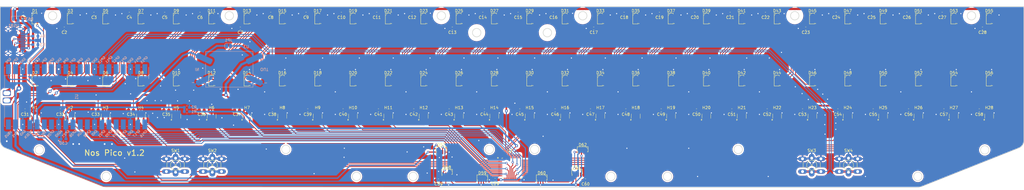
<source format=kicad_pcb>
(kicad_pcb (version 20241229) (generator "pcbnew") (generator_version "9.0")
  (title_block (title "Nos Pico Main"))
  (layers (0 "F.Cu" signal) (2 "B.Cu" signal) (13 "F.Paste" user) (15 "B.Paste" user) (5 "F.SilkS" user "F.Silkscreen") (7 "B.SilkS" user "B.Silkscreen") (1 "F.Mask" user) (3 "B.Mask" user) (25 "Edge.Cuts" user))
  (net 0 "")
  (net 1 "GND")
  (net 2 "+5V")
  (net 3 "+3V3")
  (net 4 "Net-(D1-In)")
  (net 5 "Net-(D16-Out)")
  (net 6 "Net-(D1-Out)")
  (net 7 "Net-(D2-Out)")
  (net 8 "Net-(D3-Out)")
  (net 9 "Net-(D4-Out)")
  (net 10 "Net-(D5-Out)")
  (net 11 "Net-(D6-Out)")
  (net 12 "Net-(D7-Out)")
  (net 13 "Net-(D8-Out)")
  (net 14 "Net-(D10-In)")
  (net 15 "Net-(D10-Out)")
  (net 16 "Net-(D11-Out)")
  (net 17 "Net-(D12-Out)")
  (net 18 "Net-(D13-Out)")
  (net 19 "Net-(D14-Out)")
  (net 20 "Net-(D15-Out)")
  (net 29 "Net-(U1-GPIO26_ADC0)")
  (net 33 "Net-(D17-Out)")
  (net 34 "Net-(D18-Out)")
  (net 35 "Net-(D19-Out)")
  (net 36 "Net-(D20-Out)")
  (net 37 "Net-(D21-Out)")
  (net 38 "Net-(D22-Out)")
  (net 39 "Net-(D23-Out)")
  (net 40 "Net-(D24-Out)")
  (net 41 "Net-(D25-Out)")
  (net 42 "Net-(D26-Out)")
  (net 43 "Net-(D27-Out)")
  (net 44 "Net-(D28-Out)")
  (net 45 "Net-(D29-Out)")
  (net 46 "Net-(D30-Out)")
  (net 47 "Net-(D31-Out)")
  (net 48 "Net-(D32-Out)")
  (net 49 "Net-(D33-Out)")
  (net 50 "Net-(D34-Out)")
  (net 51 "Net-(D35-Out)")
  (net 52 "Net-(D36-Out)")
  (net 53 "Net-(D37-Out)")
  (net 54 "Net-(D38-Out)")
  (net 55 "Net-(D39-Out)")
  (net 56 "Net-(D40-Out)")
  (net 57 "Net-(D41-Out)")
  (net 58 "Net-(D42-Out)")
  (net 59 "Net-(D43-Out)")
  (net 60 "Net-(D44-Out)")
  (net 61 "Net-(D45-Out)")
  (net 62 "Net-(D46-Out)")
  (net 63 "Net-(D47-Out)")
  (net 64 "Net-(D48-Out)")
  (net 65 "Net-(D49-Out)")
  (net 66 "Net-(D50-Out)")
  (net 67 "Net-(D51-Out)")
  (net 68 "Net-(D52-Out)")
  (net 69 "Net-(D53-Out)")
  (net 70 "Net-(D54-Out)")
  (net 71 "Net-(D55-Out)")
  (net 73 "/A3")
  (net 74 "/S1")
  (net 75 "/S2")
  (net 76 "/S3")
  (net 77 "/S4")
  (net 78 "/S5")
  (net 79 "/S6")
  (net 80 "/S7")
  (net 81 "/A2")
  (net 82 "/A0")
  (net 83 "/S8")
  (net 84 "/A4")
  (net 85 "/A1")
  (net 86 "/WR")
  (net 87 "/S9")
  (net 88 "/S10")
  (net 90 "/S11")
  (net 91 "/S12")
  (net 92 "/CS")
  (net 93 "/S13")
  (net 95 "/S14")
  (net 96 "/S15")
  (net 97 "/S16")
  (net 98 "/S17")
  (net 99 "/S18")
  (net 100 "/S19")
  (net 102 "/S20")
  (net 103 "/S21")
  (net 105 "/S22")
  (net 106 "/S23")
  (net 107 "/S24")
  (net 108 "/S25")
  (net 110 "/S26")
  (net 111 "/S27")
  (net 112 "/S28")
  (net 113 "Vref")
  (net 117 "Net-(U2-D)")
  (net 118 "Net-(D57-Out)")
  (net 119 "Net-(D58-Out)")
  (net 120 "Net-(D59-Out)")
  (net 121 "Net-(D60-Out)")
  (net 122 "Net-(D61-Out)")
  (net 125 "Net-(D57-In)")
  (net 127 "Net-(USB1-CC1)")
  (net 128 "Net-(USB1-CC2)")
  (net 129 "Net-(D63-A)")
  (net 130 "Net-(U1-USB2)")
  (net 131 "Net-(U1-USB1)")
  (net 135 "Net-(SW1-B)")
  (net 136 "Net-(SW2-B)")
  (net 137 "Net-(SW3-B)")
  (net 138 "Net-(SW4-B)")
  (footprint "Capacitor_SMD:C_0603_1608Metric_Pad1.08x0.95mm_HandSolder" (layer "F.Cu") (at 91.286 158.09268 180)
    (property "Reference" "C35")
    (property "Value" "0.1uF")
  )
  (footprint "Package_TO_SOT_SMD:SOT-23-3" (layer "F.Cu") (at 269.786 160.19268 90)
    (property "Reference" "H19")
    (property "Value" "SS49E_SOT23")
  )
  (footprint "Capacitor_SMD:C_0603_1608Metric_Pad1.08x0.95mm_HandSolder" (layer "F.Cu") (at 191.286 158.09268 180)
    (property "Reference" "C43")
    (property "Value" "0.1uF")
  )
  (footprint "nos_main:WS2812B-4020_UP" (layer "F.Cu") (at 308.786 125.59268 -90)
    (property "Reference" "D43")
    (property "Value" "WS2812B_Unified")
  )
  (footprint "Capacitor_SMD:C_0603_1608Metric_Pad1.08x0.95mm_HandSolder" (layer "F.Cu") (at 266.286 158.09268 180)
    (property "Reference" "C49")
    (property "Value" "0.1uF")
  )
  (footprint "nos_main:WS2812B-4020_UP" (layer "F.Cu") (at 58.786 147.59268 -90)
    (property "Reference" "D4")
    (property "Value" "WS2812B_Unified")
  )
  (footprint "nos_main:WS2812B-4020_UP" (layer "F.Cu") (at 308.786 147.59268 -90)
    (property "Reference" "D44")
    (property "Value" "WS2812B_Unified")
  )
  (footprint "Capacitor_SMD:C_0603_1608Metric_Pad1.08x0.95mm_HandSolder" (layer "F.Cu") (at 228.1735 123.84268 180)
    (property "Reference" "C16")
    (property "Value" "0.1uF")
  )
  (footprint "nos_main:WS2812B-4020_UP" (layer "F.Cu") (at 358.786 125.59268 -90)
    (property "Reference" "D51")
    (property "Value" "WS2812B_Unified")
  )
  (footprint "nos_main:WS2812B-4020_UP" (layer "F.Cu") (at 271.286 125.59268 -90)
    (property "Reference" "D37")
    (property "Value" "WS2812B_Unified")
  )
  (footprint "Capacitor_SMD:C_0603_1608Metric_Pad1.08x0.95mm_HandSolder" (layer "F.Cu") (at 316.286 158.09268 180)
    (property "Reference" "C53")
    (property "Value" "0.1uF")
  )
  (footprint "Package_TO_SOT_SMD:SOT-23-3" (layer "F.Cu") (at 294.786 160.19268 90)
    (property "Reference" "H21")
    (property "Value" "SS49E_SOT23")
  )
  (footprint "Capacitor_SMD:C_0603_1608Metric_Pad1.08x0.95mm_HandSolder" (layer "F.Cu") (at 317.4235 129.09268 180)
    (property "Reference" "C23")
    (property "Value" "0.1uF")
  )
  (footprint "Capacitor_SMD:C_0603_1608Metric_Pad1.08x0.95mm_HandSolder" (layer "F.Cu") (at 253.786 158.09268 180)
    (property "Reference" "C48")
    (property "Value" "0.1uF")
  )
  (footprint "nos_main:WS2812B-4020_UP" (layer "F.Cu") (at 233.786 125.59268 -90)
    (property "Reference" "D31")
    (property "Value" "WS2812B_Unified")
  )
  (footprint "nos_main:QFP50P900X900X120-49N" (layer "F.Cu") (at 213.536 178.59268)
    (property "Reference" "U2")
    (property "Value" "ADG732BSUZ")
  )
  (footprint "Capacitor_SMD:C_0603_1608Metric_Pad1.08x0.95mm_HandSolder" (layer "F.Cu") (at 55.1735 129.09268 180)
    (property "Reference" "C2")
    (property "Value" "0.1uF")
  )
  (footprint "nos_main:WS2812B-4020_UP" (layer "F.Cu") (at 196.286 147.59268 -90)
    (property "Reference" "D26")
    (property "Value" "WS2812B_Unified")
  )
  (footprint "nos_main:WS2812B-4020_UP" (layer "F.Cu") (at 221.286 147.59268 -90)
    (property "Reference" "D30")
    (property "Value" "WS2812B_Unified")
  )
  (footprint "Package_TO_SOT_SMD:SOT-23-3" (layer "F.Cu") (at 344.786 160.19268 90)
    (property "Reference" "H25")
    (property "Value" "SS49E_SOT23")
  )
  (footprint "nos_main:WS2812B-4020_UP" (layer "F.Cu") (at 321.286 125.59268 -90)
    (property "Reference" "D45")
    (property "Value" "WS2812B_Unified")
  )
  (footprint "nos_main:WS2812B-4020_UP" (layer "F.Cu") (at 236.536 181.59268 180)
    (property "Reference" "D61")
    (property "Value" "WS2812B_Unified")
  )
  (footprint "Package_TO_SOT_SMD:SOT-23-3" (layer "F.Cu") (at 57.286 160.19268 90)
    (property "Reference" "H2")
    (property "Value" "SS49E_SOT23")
  )
  (footprint "nos_main:WS2812B-4020_UP" (layer "F.Cu") (at 133.786 147.59268 -90)
    (property "Reference" "D16")
    (property "Value" "WS2812B_Unified")
  )
  (footprint "nos_main:WS2812B-4020_UP" (layer "F.Cu") (at 271.286 147.59268 -90)
    (property "Reference" "D38")
    (property "Value" "WS2812B_Unified")
  )
  (footprint "nos_main:WS2812B-4020_UP" (layer "F.Cu") (at 224.036 183.59268 180)
    (property "Reference" "D60")
    (property "Value" "WS2812B_Unified")
  )
  (footprint "Capacitor_SMD:C_0603_1608Metric_Pad1.08x0.95mm_HandSolder" (layer "F.Cu") (at 187.536 182.94268 180)
    (property "Reference" "C59")
    (property "Value" "0.1uF")
  )
  (footprint "Capacitor_SMD:C_0603_1608Metric_Pad1.08x0.95mm_HandSolder" (layer "F.Cu") (at 353.1735 123.84268 180)
    (property "Reference" "C26")
    (property "Value" "0.1uF")
  )
  (footprint "Package_TO_SOT_SMD:SOT-23-3" (layer "F.Cu") (at 307.286 160.19268 90)
    (property "Reference" "H22")
    (property "Value" "SS49E_SOT23")
  )
  (footprint "Capacitor_SMD:C_0603_1608Metric_Pad1.08x0.95mm_HandSolder" (layer "F.Cu") (at 253.1735 123.84268 180)
    (property "Reference" "C18")
    (property "Value" "0.1uF")
  )
  (footprint "Capacitor_SMD:C_0603_1608Metric_Pad1.08x0.95mm_HandSolder" (layer "F.Cu") (at 207.536 182.76268 180)
    (property "Reference" "C29")
    (property "Value" "0.1uF")
  )
  (footprint "nos_main:WS2812B-4020_UP" (layer "F.Cu") (at 383.786 125.59268 -90)
    (property "Reference" "D55")
    (property "Value" "WS2812B_Unified")
  )
  (footprint "nos_main:WS2812B-4020_UP" (layer "F.Cu") (at 71.286 125.59268 -90)
    (property "Reference" "D5")
    (property "Value" "WS2812B_Unified")
  )
  (footprint "nos_main:WS2812B-4020_UP" (layer "F.Cu") (at 158.786 147.59268 -90)
    (property "Reference" "D20")
    (property "Value" "WS2812B_Unified")
  )
  (footprint "Capacitor_SMD:C_0603_1608Metric_Pad1.08x0.95mm_HandSolder" (layer "F.Cu") (at 90.6735 123.84268 180)
    (property "Reference" "C5")
    (property "Value" "0.1uF")
  )
  (footprint "Capacitor_SMD:C_0603_1608Metric_Pad1.08x0.95mm_HandSolder" (layer "F.Cu") (at 128.1735 123.84268 180)
    (property "Reference" "C8")
    (property "Value" "0.1uF")
  )
  (footprint "Capacitor_SMD:C_0603_1608Metric_Pad1.08x0.95mm_HandSolder" (layer "F.Cu") (at 291.286 158.09268 180)
    (property "Reference" "C51")
    (property "Value" "0.1uF")
  )
  (footprint "Capacitor_SMD:C_0603_1608Metric_Pad1.08x0.95mm_HandSolder" (layer "F.Cu") (at 239.536 182.94268)
    (property "Reference" "C60")
    (property "Value" "0.1uF")
  )
  (footprint "nos_main:WS2812B-4020_UP" (layer "F.Cu") (at 296.286 125.59268 -90)
    (property "Reference" "D41")
    (property "Value" "WS2812B_Unified")
  )
  (footprint "Capacitor_SMD:C_0603_1608Metric_Pad1.08x0.95mm_HandSolder" (layer "F.Cu") (at 365.6735 123.84268 180)
    (property "Reference" "C27")
    (property "Value" "0.1uF")
  )
  (footprint "nos_main:WS2812B-4020_UP" (layer "F.Cu") (at 246.286 125.59268 -90)
    (property "Reference" "D33")
    (property "Value" "WS2812B_Unified")
  )
  (footprint "nos_main:WS2812B-4020_UP" (layer "F.Cu") (at 46.286 147.59268 -90)
    (property "Reference" "D2")
    (property "Value" "WS2812B_Unified")
  )
  (footprint "nos_main:WS2812B-4020_UP" (layer "F.Cu") (at 196.286 125.59268 -90)
    (property "Reference" "D25")
    (property "Value" "WS2812B_Unified")
  )
  (footprint "Package_TO_SOT_SMD:SOT-23-3" (layer "F.Cu") (at 257.286 160.19268 90)
    (property "Reference" "H18")
    (property "Value" "SS49E_SOT23")
  )
  (footprint "Capacitor_SMD:C_0603_1608Metric_Pad1.08x0.95mm_HandSolder" (layer "F.Cu") (at 103.786 158.09268 180)
    (property "Reference" "C36")
    (property "Value" "0.1uF")
  )
  (footprint "nos_main:WS2812B-4020_UP" (layer "F.Cu") (at 183.786 125.59268 -90)
    (property "Reference" "D23")
    (property "Value" "WS2812B_Unified")
  )
  (footprint "Capacitor_SMD:C_0603_1608Metric_Pad1.08x0.95mm_HandSolder" (layer "F.Cu") (at 41.286 158.09268 180)
    (property "Reference" "C31")
    (property "Value" "0.1uF")
  )
  (footprint "Capacitor_SMD:C_0603_1608Metric_Pad1.08x0.95mm_HandSolder" (layer "F.Cu") (at 153.786 158.09268 180)
    (property "Reference" "C40")
    (property "Value" "0.1uF")
  )
  (footprint "nos_main:WS2812B-4020_UP" (layer "F.Cu") (at 246.286 147.59268 -90)
    (property "Reference" "D34")
    (property "Value" "WS2812B_Unified")
  )
  (footprint "Package_TO_SOT_SMD:SOT-23-3" (layer "F.Cu") (at 94.786 160.19268 90)
    (property "Reference" "H5")
    (property "Value" "SS49E_SOT23")
  )
  (footprint "nos_main:WS2812B-4020_UP" (layer "F.Cu") (at 133.786 125.59268 -90)
    (property "Reference" "D15")
    (property "Value" "WS2812B_Unified")
  )
  (footprint "nos_main:SW_SKHHANA010_Combo" (layer "F.Cu") (at 319.536 177.59268)
    (property "Reference" "SW3")
    (property "Value" "SW_SPST")
  )
  (footprint "Capacitor_SMD:C_0603_1608Metric_Pad1.08x0.95mm_HandSolder" (layer "F.Cu") (at 242.4235 129.09268 180)
    (property "Reference" "C17")
    (property "Value" "0.1uF")
  )
  (footprint "nos_main:WS2812B-4020_UP" (layer "F.Cu") (at 146.286 147.59268 -90)
    (property "Reference" "D18")
    (property "Value" "WS2812B_Unified")
  )
  (footprint "Capacitor_SMD:C_0603_1608Metric_Pad1.08x0.95mm_HandSolder" (layer "F.Cu") (at 166.286 158.09268 180)
    (property "Reference" "C41")
    (property "Value" "0.1uF")
  )
  (footprint "Capacitor_SMD:C_0603_1608Metric_Pad1.08x0.95mm_HandSolder" (layer "F.Cu") (at 378.786 158.09268 180)
    (property "Reference" "C58")
    (property "Value" "0.1uF")
  )
  (footprint "Capacitor_SMD:C_0603_1608Metric_Pad1.08x0.95mm_HandSolder" (layer "F.Cu") (at 116.286 158.09268 180)
    (property "Reference" "C37")
    (property "Value" "0.1uF")
  )
  (footprint "Capacitor_SMD:C_0603_1608Metric_Pad1.08x0.95mm_HandSolder" (layer "F.Cu") (at 178.786 158.09268 180)
    (property "Reference" "C42")
    (property "Value" "0.1uF")
  )
  (footprint "nos_main:WS2812B-4020_UP" (layer "F.Cu") (at 71.286 147.59268 -90)
    (property "Reference" "D6")
    (property "Value" "WS2812B_Unified")
  )
  (footprint "Package_TO_SOT_SMD:SOT-23-3" (layer "F.Cu") (at 332.286 160.19268 90)
    (property "Reference" "H24")
    (property "Value" "SS49E_SOT23")
  )
  (footprint "Capacitor_SMD:C_0603_1608Metric_Pad1.08x0.95mm_HandSolder" (layer "F.Cu") (at 178.1735 123.84268 180)
    (property "Reference" "C12")
    (property "Value" "0.1uF")
  )
  (footprint "nos_main:WS2812B-4020_UP" (layer "F.Cu") (at 183.786 147.59268 -90)
    (property "Reference" "D24")
    (property "Value" "WS2812B_Unified")
  )
  (footprint "nos_main:WS2812B-4020_UP" (layer "F.Cu") (at 171.286 147.59268 -90)
    (property "Reference" "D22")
    (property "Value" "WS2812B_Unified")
  )
  (footprint "Package_TO_SOT_SMD:SOT-23-3" (layer "F.Cu") (at 382.286 160.19268 90)
    (property "Reference" "H28")
    (property "Value" "SS49E_SOT23")
  )
  (footprint "Capacitor_SMD:C_0603_1608Metric_Pad1.08x0.95mm_HandSolder" (layer "F.Cu") (at 341.286 158.09268 180)
    (property "Reference" "C55")
    (property "Value" "0.1uF")
  )
  (footprint "Capacitor_SMD:C_0603_1608Metric_Pad1.08x0.95mm_HandSolder" (layer "F.Cu") (at 379.9235 129.09268 180)
    (property "Reference" "C28")
    (property "Value" "0.1uF")
  )
  (footprint "Package_TO_SOT_SMD:SOT-23-3" (layer "F.Cu") (at 119.786 160.19268 90)
    (property "Reference" "H7")
    (property "Value" "SS49E_SOT23")
  )
  (footprint "nos_main:WS2812B-4020_UP" (layer "F.Cu") (at 108.786 147.59268 -90)
    (property "Reference" "D12")
    (property "Value" "WS2812B_Unified")
  )
  (footprint "Capacitor_SMD:C_0603_1608Metric_Pad1.08x0.95mm_HandSolder" (layer "F.Cu") (at 366.286 158.09268 180)
    (property "Reference" "C57")
    (property "Value" "0.1uF")
  )
  (footprint "Capacitor_SMD:C_0603_1608Metric_Pad1.08x0.95mm_HandSolder" (layer "F.Cu") (at 228.786 158.09268 180)
    (property "Reference" "C46")
    (property "Value" "0.1uF")
  )
  (footprint "nos_main:WS2812B-4020_UP" (layer "F.Cu") (at 358.786 147.59268 -90)
    (property "Reference" "D52")
    (property "Value" "WS2812B_Unified")
  )
  (footprint "nos_main:WS2812B-4020_UP" (layer "F.Cu") (at 83.786 147.59268 -90)
    (property "Reference" "D8")
    (property "Value" "WS2812B_Unified")
  )
  (footprint "Capacitor_SMD:C_0603_1608Metric_Pad1.08x0.95mm_HandSolder" (layer "F.Cu") (at 66.286 158.09268 180)
    (property "Reference" "C33")
    (property "Value" "0.1uF")
  )
  (footprint "Capacitor_SMD:C_0603_1608Metric_Pad1.08x0.95mm_HandSolder" (layer "F.Cu") (at 290.6735 123.84268 180)
    (property "Reference" "C21")
    (property "Value" "0.1uF")
  )
  (footprint "nos_main:WS2812B-4020_UP" (layer "F.Cu") (at 83.786 125.59268 -90)
    (property "Reference" "D7")
    (property "Value" "WS2812B_Unified")
  )
  (footprint "Package_TO_SOT_SMD:SOT-23-3" (layer "F.Cu") (at 182.286 160.19268 90)
    (property "Reference" "H12")
    (property "Value" "SS49E_SOT23")
  )
  (footprint "nos_main:WS2812B-4020_UP" (layer "F.Cu") (at 96.286 147.59268 -90)
    (property "Reference" "D10")
    (property "Value" "WS2812B_Unified")
  )
  (footprint "Package_TO_SOT_SMD:SOT-23-3" (layer "F.Cu") (at 107.286 160.19268 90)
    (property "Reference" "H6")
    (property "Value" "SS49E_SOT23")
  )
  (footprint "Capacitor_SMD:C_0603_1608Metric_Pad1.08x0.95mm_HandSolder" (layer "F.Cu") (at 203.1735 123.84268 180)
    (property "Reference" "C14")
    (property "Value" "0.1uF")
  )
  (footprint "nos_main:WS2812B-4020_UP" (layer "F.Cu") (at 46.286 125.59268 -90)
    (property "Reference" "D1")
    (property "Value" "WS2812B_Unified")
  )
  (footprint "Capacitor_SMD:C_0603_1608Metric_Pad1.08x0.95mm_HandSolder" (layer "F.Cu") (at 40.6735 123.84268 180)
    (property "Reference" "C1")
    (property "Value" "0.1uF")
  )
  (footprint "nos_main:WS2812B-4020_UP" (layer "F.Cu") (at 221.286 125.59268 -90)
    (property "Reference" "D29")
    (property "Value" "WS2812B_Unified")
  )
  (footprint "nos_main:SW_SKHHANA010_Combo" (layer "F.Cu") (at 94.536 177.59268)
    (property "Reference" "SW1")
    (property "Value" "SW_SPST")
  )
  (footprint "nos_main:WS2812B-4020_UP" (layer "F.Cu") (at 283.786 125.59268 -90)
    (property "Reference" "D39")
    (property "Value" "WS2812B_Unified")
  )
  (footprint "Capacitor_SMD:C_0603_1608Metric_Pad1.08x0.95mm_HandSolder" (layer "F.Cu") (at 78.1735 123.84268 180)
    (property "Reference" "C4")
    (property "Value" "0.1uF")
  )
  (footprint "Package_TO_SOT_SMD:SOT-23-3" (layer "F.Cu") (at 194.786 160.19268 90)
    (property "Reference" "H13")
    (property "Value" "SS49E_SOT23")
  )
  (footprint "Package_TO_SOT_SMD:SOT-23-3" (layer "F.Cu") (at 44.786 160.19268 90)
    (property "Reference" "H1")
    (property "Value" "SS49E_SOT23")
  )
  (footprint "Capacitor_SMD:C_0603_1608Metric_Pad1.08x0.95mm_HandSolder" (layer "F.Cu") (at 353.786 158.09268 180)
    (property "Reference" "C56")
    (property "Value" "0.1uF")
  )
  (footprint "nos_main:WS2812B-4020_UP" (layer "F.Cu") (at 383.786 147.59268 -90)
    (property "Reference" "D56")
    (property "Value" "WS2812B_Unified")
  )
  (footprint "nos_main:WS2812B-4020_UP" (layer "F.Cu") (at 371.286 125.59268 -90)
    (property "Reference" "D53")
    (property "Value" "WS2812B_Unified")
  )
  (footprint "Capacitor_SMD:C_0603_1608Metric_Pad1.08x0.95mm_HandSolder" (layer "F.Cu") (at 265.6735 123.84268 180)
    (property "Reference" "C19")
    (property "Value" "0.1uF")
  )
  (footprint "Package_TO_SOT_SMD:SOT-23-3" (layer "F.Cu") (at 132.286 160.19268 90)
    (property "Reference" "H8")
    (property "Value" "SS49E_SOT23")
  )
  (footprint "nos_main:SW_SKHHANA010_Combo" (layer "F.Cu") (at 107.536 177.59268)
    (property "Reference" "SW2")
    (property "Value" "SW_SPST")
  )
  (footprint "Package_TO_SOT_SMD:SOT-23-3" (layer "F.Cu") (at 207.286 160.19268 90)
    (property "Reference" "H14")
    (property "Value" "SS49E_SOT23")
  )
  (footprint "nos_main:WS2812B-4020_UP" (layer "F.Cu") (at 296.286 147.59268 -90)
    (property "Reference" "D42")
    (property "Value" "WS2812B_Unified")
  )
  (footprint "nos_main:WS2812B-4020_UP" (layer "F.Cu") (at 283.786 147.59268 -90)
    (property "Reference" "D40")
    (property "Value" "WS2812B_Unified")
  )
  (footprint "Capacitor_SMD:C_0603_1608Metric_Pad1.08x0.95mm_HandSolder" (layer "F.Cu") (at 117.4235 129.09268 180)
    (property "Reference" "C7")
    (property "Value" "0.1uF")
  )
  (footprint "nos_main:WS2812B-4020_UP" (layer "F.Cu") (at 321.286 147.59268 -90)
    (property "Reference" "D46")
    (property "Value" "WS2812B_Unified")
  )
  (footprint "Package_TO_SOT_SMD:SOT-23-3" (layer "F.Cu") (at 82.286 160.19268 90)
    (property "Reference" "H4")
    (property "Value" "SS49E_SOT23")
  )
  (footprint "nos_main:WS2812B-4020_UP" (layer "F.Cu") (at 121.286 125.59268 -90)
    (property "Reference" "D13")
    (property "Value" "WS2812B_Unified")
  )
  (footprint "nos_main:WS2812B-4020_UP" (layer "F.Cu") (at 96.286 125.59268 -90)
    (property "Reference" "D9")
    (property "Value" "WS2812B_Unified")
  )
  (footprint "Capacitor_SMD:C_0603_1608Metric_Pad1.08x0.95mm_HandSolder" (layer "F.Cu") (at 103.1735 123.84268 180)
    (property "Reference" "C6")
    (property "Value" "0.1uF")
  )
  (footprint "Capacitor_SMD:C_0603_1608Metric_Pad1.08x0.95mm_HandSolder" (layer "F.Cu") (at 328.1735 123.84268 180)
    (property "Reference" "C24")
    (property "Value" "0.1uF")
  )
  (footprint "Capacitor_SMD:C_0603_1608Metric_Pad1.08x0.95mm_HandSolder" (layer "F.Cu") (at 165.6735 123.84268 180)
    (property "Reference" "C11")
    (property "Value" "0.1uF")
  )
  (footprint "nos_main:WS2812B-4020_UP" (layer "F.Cu") (at 333.786 125.59268 -90)
    (property "Reference" "D47")
    (property "Value" "WS2812B_Unified")
  )
  (footprint "nos_main:WS2812B-4020_UP" (layer "F.Cu") (at 346.286 147.59268 -90)
    (property "Reference" "D50")
    (property "Value" "WS2812B_Unified")
  )
  (footprint "nos_main:WS2812B-4020_UP" (layer "F.Cu") (at 203.036 183.59268 180)
    (property "Reference" "D59")
    (property "Value" "WS2812B_Unified")
  )
  (footprint "nos_main:WS2812B-4020_UP" (layer "F.Cu") (at 158.786 125.59268 -90)
    (property "Reference" "D19")
    (property "Value" "WS2812B_Unified")
  )
  (footprint "Capacitor_SMD:C_0603_1608Metric_Pad1.08x0.95mm_HandSolder" (layer "F.Cu") (at 153.1735 123.84268 180)
    (property "Reference" "C10")
    (property "Value" "0.1uF")
  )
  (footprint "Capacitor_SMD:C_0603_1608Metric_Pad1.08x0.95mm_HandSolder" (layer "F.Cu") (at 128.786 158.09268 180)
    (property "Reference" "C38")
    (property "Value" "0.1uF")
  )
  (footprint "Capacitor_SMD:C_0603_1608Metric_Pad1.08x0.95mm_HandSolder" (layer "F.Cu") (at 216.286 158.09268 180)
    (property "Reference" "C45")
    (property "Value" "0.1uF")
  )
  (footprint "Capacitor_SMD:C_0603_1608Metric_Pad1.08x0.95mm_HandSolder" (layer "F.Cu") (at 278.1735 123.84268 180)
    (property "Reference" "C20")
    (property "Value" "0.1uF")
  )
  (footprint "nos_main:WS2812B-4020_UP" (layer "F.Cu") (at 371.286 147.59268 -90)
    (property "Reference" "D54")
    (property "Value" "WS2812B_Unified")
  )
  (footprint "nos_main:WS2812B-4020_UP" (layer "F.Cu") (at 233.786 147.59268 -90)
    (property "Reference" "D32")
    (property "Value" "WS2812B_Unified")
  )
  (footprint "nos_main:WS2812B-4020_UP" (layer "F.Cu") (at 238.536 173.59268 180)
    (property "Reference" "D62")
    (property "Value" "WS2812B_Unified")
  )
  (footprint "nos_main:WS2812B-4020_UP" (layer "F.Cu") (at 333.786 147.59268 -90)
    (property "Reference" "D48")
    (property "Value" "WS2812B_Unified")
  )
  (footprint "nos_main:WS2812B-4020_UP" (layer "F.Cu") (at 108.786 125.59268 -90)
    (property "Reference" "D11")
    (property "Value" "WS2812B_Unified")
  )
  (footprint "Package_TO_SOT_SMD:SOT-23-3" (layer "F.Cu") (at 319.786 160.19268 90)
    (property "Reference" "H23")
    (property "Value" "SS49E_SOT23")
  )
  (footprint "Package_TO_SOT_SMD:SOT-23-3" (layer "F.Cu") (at 219.786 160.19268 90)
    (property "Reference" "H15")
    (property "Value" "SS49E_SOT23")
  )
  (footprint "Capacitor_SMD:C_0603_1608Metric_Pad1.08x0.95mm_HandSolder" (layer "F.Cu") (at 215.6735 123.84268 180)
    (property "Reference" "C15")
    (property "Value" "0.1uF")
  )
  (footprint "nos_main:WS2812B-4020_UP" (layer "F.Cu") (at 258.786 125.59268 -90)
    (property "Reference" "D35")
    (property "Value" "WS2812B_Unified")
  )
  (footprint "Package_TO_SOT_SMD:SOT-23-3" (layer "F.Cu") (at 282.286 160.19268 90)
    (property "Reference" "H20")
    (property "Value" "SS49E_SOT23")
  )
  (footprint "Capacitor_SMD:C_0603_1608Metric_Pad1.08x0.95mm_HandSolder" (layer "F.Cu") (at 303.1735 123.84268 180)
    (property "Reference" "C22")
    (property "Value" "0.1uF")
  )
  (footprint "Capacitor_SMD:C_0603_1608Metric_Pad1.08x0.95mm_HandSolder" (layer "F.Cu") (at 192.4235 129.09268 180)
    (property "Reference" "C13")
    (property "Value" "0.1uF")
  )
  (footprint "nos_main:WS2812B-4020_UP" (layer "F.Cu") (at 258.786 147.59268 -90)
    (property "Reference" "D36")
    (property "Value" "WS2812B_Unified")
  )
  (footprint "nos_main:WS2812B-4020_UP" (layer "F.Cu") (at 171.286 125.59268 -90)
    (property "Reference" "D21")
    (property "Value" "WS2812B_Unified")
  )
  (footprint "Capacitor_SMD:C_0603_1608Metric_Pad1.08x0.95mm_HandSolder" (layer "F.Cu") (at 141.286 158.09268 180)
    (property "Reference" "C39")
    (property "Value" "0.1uF")
  )
  (footprint "nos_main:WS2812B-4020_UP" (layer "F.Cu") (at 346.286 125.59268 -90)
    (property "Reference" "D49")
    (property "Value" "WS2812B_Unified")
  )
  (footprint "Package_TO_SOT_SMD:SOT-23-3" (layer "F.Cu") (at 169.786 160.19268 90)
    (property "Reference" "H11")
    (property "Value" "SS49E_SOT23")
  )
  (footprint "nos_main:WS2812B-4020_UP" (layer "F.Cu") (at 58.786 125.59268 -90)
    (property "Reference" "D3")
    (property "Value" "WS2812B_Unified")
  )
  (footprint "Package_TO_SOT_SMD:SOT-23-3" (layer "F.Cu") (at 157.286 160.19268 90)
    (property "Reference" "H10")
    (property "Value" "SS49E_SOT23")
  )
  (footprint "Capacitor_SMD:C_0603_1608Metric_Pad1.08x0.95mm_HandSolder" (layer "F.Cu") (at 53.786 158.09268 180)
    (property "Reference" "C32")
    (property "Value" "0.1uF")
  )
  (footprint "Capacitor_SMD:C_0603_1608Metric_Pad1.08x0.95mm_HandSolder" (layer "F.Cu") (at 340.6735 123.84268 180)
    (property "Reference" "C25")
    (property "Value" "0.1uF")
  )
  (footprint "Package_TO_SOT_SMD:SOT-23-3" (layer "F.Cu") (at 232.286 160.19268 90)
    (property "Reference" "H16")
    (property "Value" "SS49E_SOT23")
  )
  (footprint "Package_TO_SOT_SMD:SOT-23-3" (layer "F.Cu") (at 144.786 160.19268 90)
    (property "Reference" "H9")
    (property "Value" "SS49E_SOT23")
  )
  (footprint "Capacitor_SMD:C_0603_1608Metric_Pad1.08x0.95mm_HandSolder" (layer "F.Cu") (at 203.786 158.09268 180)
    (property "Reference" "C44")
    (property "Value" "0.1uF")
  )
  (footprint "nos_main:WS2812B-4020_UP" (layer "F.Cu") (at 208.786 147.59268 -90)
    (property "Reference" "D28")
    (property "Value" "WS2812B_Unified")
  )
  (footprint "Capacitor_SMD:C_0603_1608Metric_Pad1.08x0.95mm_HandSolder" (layer "F.Cu") (at 78.786 158.09268 180)
    (property "Reference" "C34")
    (property "Value" "0.1uF")
  )
  (footprint "Capacitor_SMD:C_0603_1608Metric_Pad1.08x0.95mm_HandSolder" (layer "F.Cu") (at 328.786 158.09268 180)
    (property "Reference" "C54")
    (property "Value" "0.1uF")
  )
  (footprint "nos_main:SW_SKHHANA010_Combo" (layer "F.Cu") (at 332.536 177.59268)
    (property "Reference" "SW4")
    (property "Value" "SW_SPST")
  )
  (footprint "Capacitor_SMD:C_0603_1608Metric_Pad1.08x0.95mm_HandSolder" (layer "F.Cu") (at 303.786 158.09268 180)
    (property "Reference" "C52")
    (property "Value" "0.1uF")
  )
  (footprint "Package_TO_SOT_SMD:SOT-23-3" (layer "F.Cu") (at 369.786 160.19268 90)
    (property "Reference" "H27")
    (property "Value" "SS49E_SOT23")
  )
  (footprint "nos_main:WS2812B-4020_UP" (layer "F.Cu") (at 188.536 173.59268 180)
    (property "Reference" "D57")
    (property "Value" "WS2812B_Unified")
  )
  (footprint "Capacitor_SMD:C_0603_1608Metric_Pad1.08x0.95mm_HandSolder" (layer "F.Cu") (at 278.786 158.09268 180)
    (property "Reference" "C50")
    (property "Value" "0.1uF")
  )
  (footprint "nos_main:WS2812B-4020_UP" (layer "F.Cu") (at 208.786 125.59268 -90)
    (property "Reference" "D27")
    (property "Value" "WS2812B_Unified")
  )
  (footprint "nos_main:WS2812B-4020_UP" (layer "F.Cu") (at 121.286 147.59268 -90)
    (property "Reference" "D14")
    (property "Value" "WS2812B_Unified")
  )
  (footprint "Capacitor_SMD:C_0603_1608Metric_Pad1.08x0.95mm_HandSolder" (layer "F.Cu") (at 65.6735 123.84268 180)
    (property "Reference" "C3")
    (property "Value" "0.1uF")
  )
  (footprint "Package_TO_SOT_SMD:SOT-23-3" (layer "F.Cu") (at 357.286 160.19268 90)
    (property "Reference" "H26")
    (property "Value" "SS49E_SOT23")
  )
  (footprint "Capacitor_SMD:C_0603_1608Metric_Pad1.08x0.95mm_HandSolder" (layer "F.Cu") (at 241.286 158.09268 180)
    (property "Reference" "C47")
    (property "Value" "0.1uF")
  )
  (footprint "Package_TO_SOT_SMD:SOT-23-3" (layer "F.Cu") (at 69.786 160.19268 90)
    (property "Reference" "H3")
    (property "Value" "SS49E_SOT23")
  )
  (footprint "Capacitor_SMD:C_0603_1608Metric_Pad1.08x0.95mm_HandSolder" (layer "F.Cu") (at 140.6735 123.84268 180)
    (property "Reference" "C9")
    (property "Value" "0.1uF")
  )
  (footprint "nos_main:WS2812B-4020_UP" (layer "F.Cu") (at 146.286 125.59268 -90)
    (property "Reference" "D17")
    (property "Value" "WS2812B_Unified")
  )
  (footprint "nos_main:WS2812B-4020_UP" (layer "F.Cu") (at 190.536 181.59268 180)
    (property "Reference" "D58")
    (property "Value" "WS2812B_Unified")
  )
  (footprint "Package_TO_SOT_SMD:SOT-23-3" (layer "F.Cu") (at 244.786 160.19268 90)
    (property "Reference" "H17")
    (property "Value" "SS49E_SOT23")
  )
  (footprint "Type-C:HRO-TYPE-C-31-M-12-Assembly" (layer "B.Cu") (at 32.736 133.59268 90)
    (property "Reference" "USB1")
    (property "Value" "U262-161N-4BVC11" (hide yes))
  )
  (footprint "nos_main:DCDC_3to5" (layer "B.Cu") (at 113.536 143.59268)
    (property "Reference" "U3")
    (property "Value" "DC/DC")
  )
  (footprint "Resistor_SMD:R_0603_1608Metric_Pad0.98x0.95mm_HandSolder" (layer "B.Cu") (at 44.936 134.84268)
    (property "Reference" "R3")
    (property "Value" "5K1")
  )
  (footprint "Diode_SMD:D_SOD-123" (layer "B.Cu") (at 38.836 125.79268)
    (property "Reference" "D63")
    (property "Value" "MBR120VLSF")
  )
  (footprint "Resistor_SMD:R_0603_1608Metric_Pad0.98x0.95mm_HandSolder" (layer "B.Cu") (at 44.936 131.84268)
    (property "Reference" "R4")
    (property "Value" "5K1")
  )
  (footprint "Capacitor_SMD:C_0603_1608Metric_Pad1.08x0.95mm_HandSolder" (layer "B.Cu") (at 54.876 168.29268 180)
    (property "Reference" "C30")
    (property "Value" "1nF")
  )
  (footprint "Jumper:SolderJumper-2_P1.3mm_Open_RoundedPad1.0x1.5mm" (layer "B.Cu") (at 113.286 135.29268)
    (property "Reference" "JP1")
    (property "Value" "SolderJumper_2_Open")
  )
  (footprint "Resistor_SMD:R_0603_1608Metric_Pad0.98x0.95mm_HandSolder" (layer "B.Cu") (at 98.536 158.59268)
    (property "Reference" "R1")
    (property "Value" "2K")
  )
  (footprint "nos_main:RPi_Pico_SMD_Pins_No_SWD" (layer "B.Cu") (at 59.536 153.34268 -90)
    (property "Reference" "U1")
    (property "Value" "PiPico_No_SWD")
  )
  (footprint "Resistor_SMD:R_0603_1608Metric_Pad0.98x0.95mm_HandSolder" (layer "B.Cu") (at 98.536 157.09268 180)
    (property "Reference" "R2")
    (property "Value" "10K")
  )
  (gr_circle (center 201.036 130.59268) (end 202.536 130.59268) (stroke (width 0.2)) (fill no) (layer "Edge.Cuts"))
  (gr_circle (center 380.736 172.179616) (end 382.236 172.179616) (stroke (width 0.2)) (fill no) (layer "Edge.Cuts"))
  (gr_circle (center 376.036 124.59268) (end 377.536 124.59268) (stroke (width 0.2)) (fill no) (layer "Edge.Cuts"))
  (gr_arc (start 34.300868 171.480839) (mid 33.01885 170.451087) (end 32.536 168.879204) (stroke (width 0.2)) (layer "Edge.Cuts"))
  (gr_circle (center 238.536 124.59268) (end 240.036 124.59268) (stroke (width 0.2)) (fill no) (layer "Edge.Cuts"))
  (gr_circle (center 313.536 124.59268) (end 315.036 124.59268) (stroke (width 0.2)) (fill no) (layer "Edge.Cuts"))
  (gr_circle (center 221.536 171.99268) (end 223.036 171.99268) (stroke (width 0.2)) (fill no) (layer "Edge.Cuts"))
  (gr_line (start 32.536 168.879204) (end 32.536 121.39268) (stroke (width 0.2)) (layer "Edge.Cuts"))
  (gr_arc (start 70.185794 185.39268) (mid 69.282398 185.3069) (end 68.411291 185.052626) (stroke (width 0.2)) (layer "Edge.Cuts"))
  (gr_circle (center 226.036 130.59268) (end 227.536 130.59268) (stroke (width 0.2)) (fill no) (layer "Edge.Cuts"))
  (gr_circle (center 293.536 171.99268) (end 295.036 171.99268) (stroke (width 0.2)) (fill no) (layer "Edge.Cuts"))
  (gr_circle (center 248.536 181.59268) (end 250.036 181.59268) (stroke (width 0.2)) (fill no) (layer "Edge.Cuts"))
  (gr_arc (start 358.660714 185.052624) (mid 357.789602 185.3069) (end 356.8862 185.39268) (stroke (width 0.2)) (layer "Edge.Cuts"))
  (gr_circle (center 178.536 181.59268) (end 180.036 181.59268) (stroke (width 0.2)) (fill no) (layer "Edge.Cuts"))
  (gr_line (start 392.757324 171.486333) (end 358.660714 185.052624) (stroke (width 0.2)) (layer "Edge.Cuts"))
  (gr_circle (center 113.536 124.59268) (end 115.036 124.59268) (stroke (width 0.2)) (fill no) (layer "Edge.Cuts"))
  (gr_circle (center 188.536 124.59268) (end 190.036 124.59268) (stroke (width 0.2)) (fill no) (layer "Edge.Cuts"))
  (gr_circle (center 357.074409 181.574809) (end 358.574409 181.574809) (stroke (width 0.2)) (fill no) (layer "Edge.Cuts"))
  (gr_line (start 394.536 121.39268) (end 394.536 168.87908) (stroke (width 0.2)) (layer "Edge.Cuts"))
  (gr_circle (center 205.536 171.99268) (end 207.036 171.99268) (stroke (width 0.2)) (fill no) (layer "Edge.Cuts"))
  (gr_circle (center 69.997591 181.574809) (end 71.497591 181.574809) (stroke (width 0.2)) (fill no) (layer "Edge.Cuts"))
  (gr_circle (center 158.536 181.59268) (end 160.036 181.59268) (stroke (width 0.2)) (fill no) (layer "Edge.Cuts"))
  (gr_line (start 32.536 121.39268) (end 394.536 121.39268) (stroke (width 0.2)) (layer "Edge.Cuts"))
  (gr_circle (center 133.536 171.99268) (end 135.036 171.99268) (stroke (width 0.2)) (fill no) (layer "Edge.Cuts"))
  (gr_line (start 356.8862 185.39268) (end 70.185794 185.39268) (stroke (width 0.2)) (layer "Edge.Cuts"))
  (gr_circle (center 51.036 124.59268) (end 52.536 124.59268) (stroke (width 0.2)) (fill no) (layer "Edge.Cuts"))
  (gr_circle (center 46.336 172.179616) (end 47.836 172.179616) (stroke (width 0.2)) (fill no) (layer "Edge.Cuts"))
  (gr_circle (center 268.536 181.59268) (end 270.036 181.59268) (stroke (width 0.2)) (fill no) (layer "Edge.Cuts"))
  (gr_arc (start 394.536 168.87908) (mid 394.048976 170.457161) (end 392.757324 171.486333) (stroke (width 0.2)) (layer "Edge.Cuts"))
  (gr_line (start 68.411291 185.052626) (end 34.300868 171.480839) (stroke (width 0.2)) (layer "Edge.Cuts"))
  (gr_text "Nos Pico v1.2" (at 62.036 174.39268 0) (layer "F.SilkS") (effects (font (size 2 2) (thickness 0.3)) (justify left bottom)))
  (segment (start 148.261 124.31768) (end 145.636 124.31768) (width 0.28) (layer "F.Cu") (net 1))
  (segment (start 323.261 124.31768) (end 320.636 124.31768) (width 0.28) (layer "F.Cu") (net 1))
  (segment (start 198.261 124.31768) (end 195.636 124.31768) (width 0.28) (layer "F.Cu") (net 1))
  (segment (start 384.036 159.05518) (end 382.286 159.05518) (width 0.28) (layer "F.Cu") (net 1))
  (segment (start 234.036 159.05518) (end 232.286 159.05518) (width 0.28) (layer "F.Cu") (net 1))
  (segment (start 309.036 159.05518) (end 307.286 159.05518) (width 0.28) (layer "F.Cu") (net 1))
  (segment (start 45.661 140.69268) (end 45.636 140.71768) (width 0.28) (layer "F.Cu") (net 1))
  (segment (start 298.261 124.31768) (end 295.636 124.31768) (width 0.28) (layer "F.Cu") (net 1))
  (segment (start 206.286 182.76268) (end 205.536 182.76268) (width 0.8) (layer "F.Cu") (net 1))
  (segment (start 46.561 124.31768) (end 45.636 124.31768) (width 0.28) (layer "F.Cu") (net 1))
  (segment (start 273.261 124.31768) (end 270.636 124.31768) (width 0.28) (layer "F.Cu") (net 1))
  (segment (start 135.761 124.31768) (end 133.136 124.31768) (width 0.28) (layer "F.Cu") (net 1))
  (segment (start 134.036 159.05518) (end 132.286 159.05518) (width 0.28) (layer "F.Cu") (net 1))
  (segment (start 84.036 159.05518) (end 82.286 159.05518) (width 0.28) (layer "F.Cu") (net 1))
  (segment (start 158.136 143.69268) (end 158.136 146.31768) (width 0.28) (layer "F.Cu") (net 1))
  (segment (start 320.636 143.69268) (end 320.636 146.31768) (width 0.28) (layer "F.Cu") (net 1))
  (segment (start 80.436 146.89268) (end 81.011 146.31768) (width 0.28) (layer "F.Cu") (net 1))
  (segment (start 210.761 124.31768) (end 208.136 124.31768) (width 0.28) (layer "F.Cu") (net 1))
  (segment (start 309.311 124.31768) (end 308.136 124.31768) (width 0.28) (layer "F.Cu") (net 1))
  (segment (start 108.136 143.69268) (end 108.136 146.31768) (width 0.28) (layer "F.Cu") (net 1))
  (segment (start 109.061 124.31768) (end 108.136 124.31768) (width 0.28) (layer "F.Cu") (net 1))
  (segment (start 295.636 143.69268) (end 295.636 146.31768) (width 0.28) (layer "F.Cu") (net 1))
  (segment (start 81.011 146.31768) (end 83.136 146.31768) (width 0.28) (layer "F.Cu") (net 1))
  (segment (start 120.636 143.69268) (end 120.636 146.31768) (width 0.28) (layer "F.Cu") (net 1))
  (segment (start 47.286 123.59268) (end 47.161 123.71768) (width 0.28) (layer "F.Cu") (net 1))
  (segment (start 372.286 123.84268) (end 371.811 124.31768) (width 0.28) (layer "F.Cu") (net 1))
  (segment (start 98.261 124.31768) (end 95.636 124.31768) (width 0.28) (layer "F.Cu") (net 1))
  (segment (start 358.136 143.69268) (end 358.136 146.31768) (width 0.28) (layer "F.Cu") (net 1))
  (segment (start 246.536 159.05518) (end 244.786 159.05518) (width 0.28) (layer "F.Cu") (net 1))
  (segment (start 270.636 143.69268) (end 270.636 146.31768) (width 0.28) (layer "F.Cu") (net 1))
  (segment (start 195.636 143.69268) (end 195.636 146.31768) (width 0.28) (layer "F.Cu") (net 1))
  (segment (start 59.036 159.05518) (end 57.286 159.05518) (width 0.28) (layer "F.Cu") (net 1))
  (segment (start 55.636 146.99268) (end 56.311 146.31768) (width 0.28) (layer "F.Cu") (net 1))
  (segment (start 245.636 143.69268) (end 245.636 146.31768) (width 0.28) (layer "F.Cu") (net 1))
  (segment (start 184.661 123.71768) (end 184.061 124.31768) (width 0.28) (layer "F.Cu") (net 1))
  (segment (start 184.036 159.05518) (end 182.286 159.05518) (width 0.28) (layer "F.Cu") (net 1))
  (segment (start 121.536 159.05518) (end 119.786 159.05518) (width 0.28) (layer "F.Cu") (net 1))
  (segment (start 71.536 159.05518) (end 69.786 159.05518) (width 0.28) (layer "F.Cu") (net 1))
  (segment (start 309.786 123.84268) (end 309.311 124.31768) (width 0.28) (layer "F.Cu") (net 1))
  (segment (start 371.811 124.31768) (end 370.636 124.31768) (width 0.28) (layer "F.Cu") (net 1))
  (segment (start 191.286 172.94268) (end 189.811 172.94268) (width 0.3) (layer "F.Cu") (net 1))
  (segment (start 109.536 123.84268) (end 109.061 124.31768) (width 0.28) (layer "F.Cu") (net 1))
  (segment (start 370.636 143.69268) (end 370.636 146.31768) (width 0.28) (layer "F.Cu") (net 1))
  (segment (start 56.311 146.31768) (end 58.136 146.31768) (width 0.28) (layer "F.Cu") (net 1))
  (segment (start 60.761 124.31768) (end 58.136 124.31768) (width 0.28) (layer "F.Cu") (net 1))
  (segment (start 68.311 146.31768) (end 70.636 146.31768) (width 0.28) (layer "F.Cu") (net 1))
  (segment (start 234.359214 124.31768) (end 233.136 124.31768) (width 0.28) (layer "F.Cu") (net 1))
  (segment (start 95.636 143.69268) (end 95.636 146.31768) (width 0.28) (layer "F.Cu") (net 1))
  (segment (start 383.136 143.69268) (end 383.136 146.31768) (width 0.28) (layer "F.Cu") (net 1))
  (segment (start 233.136 143.69268) (end 233.136 146.31768) (width 0.28) (layer "F.Cu") (net 1))
  (segment (start 217.786 182.76268) (end 215.286 182.76268) (width 0.28) (layer "F.Cu") (net 1))
  (segment (start 123.261 124.31768) (end 120.636 124.31768) (width 0.28) (layer "F.Cu") (net 1))
  (segment (start 260.761 124.31768) (end 258.136 124.31768) (width 0.28) (layer "F.Cu") (net 1))
  (segment (start 171.536 159.05518) (end 169.786 159.05518) (width 0.28) (layer "F.Cu") (net 1))
  (segment (start 221.536 159.05518) (end 219.786 159.05518) (width 0.28) (layer "F.Cu") (net 1))
  (segment (start 234.931832 123.745062) (end 234.359214 124.31768) (width 0.28) (layer "F.Cu") (net 1))
  (segment (start 248.261 124.31768) (end 245.636 124.31768) (width 0.28) (layer "F.Cu") (net 1))
  (segment (start 308.136 143.69268) (end 308.136 146.31768) (width 0.28) (layer "F.Cu") (net 1))
  (segment (start 335.761 124.31768) (end 333.136 124.31768) (width 0.28) (layer "F.Cu") (net 1))
  (segment (start 258.136 143.69268) (end 258.136 146.31768) (width 0.28) (layer "F.Cu") (net 1))
  (segment (start 215.286 182.76268) (end 216.286 182.76268) (width 0.28) (layer "F.Cu") (net 1))
  (segment (start 346.536 159.05518) (end 344.786 159.05518) (width 0.28) (layer "F.Cu") (net 1))
  (segment (start 296.536 159.05518) (end 294.786 159.05518) (width 0.28) (layer "F.Cu") (net 1))
  (segment (start 208.136 143.69268) (end 208.136 146.31768) (width 0.28) (layer "F.Cu") (net 1))
  (segment (start 133.136 143.69268) (end 133.136 146.31768) (width 0.28) (layer "F.Cu") (net 1))
  (segment (start 334.036 159.05518) (end 332.286 159.05518) (width 0.28) (layer "F.Cu") (net 1))
  (segment (start 145.636 143.69268) (end 145.636 146.31768) (width 0.28) (layer "F.Cu") (net 1))
  (segment (start 345.636 143.69268) (end 345.636 146.31768) (width 0.28) (layer "F.Cu") (net 1))
  (segment (start 209.036 159.05518) (end 207.286 159.05518) (width 0.28) (layer "F.Cu") (net 1))
  (segment (start 160.761 124.31768) (end 158.136 124.31768) (width 0.28) (layer "F.Cu") (net 1))
  (segment (start 67.836 146.79268) (end 68.311 146.31768) (width 0.28) (layer "F.Cu") (net 1))
  (segment (start 184.061 124.31768) (end 183.136 124.31768) (width 0.28) (layer "F.Cu") (net 1))
  (segment (start 47.161 123.71768) (end 46.561 124.31768) (width 0.28) (layer "F.Cu") (net 1))
  (segment (start 67.736 146.79268) (end 67.836 146.79268) (width 0.28) (layer "F.Cu") (net 1))
  (segment (start 220.636 143.69268) (end 220.636 146.31768) (width 0.28) (layer "F.Cu") (net 1))
  (segment (start 371.536 159.05518) (end 369.786 159.05518) (width 0.28) (layer "F.Cu") (net 1))
  (segment (start 321.536 159.05518) (end 319.786 159.05518) (width 0.28) (layer "F.Cu") (net 1))
  (segment (start 333.136 143.69268) (end 333.136 146.31768) (width 0.28) (layer "F.Cu") (net 1))
  (segment (start 73.261 124.31768) (end 70.636 124.31768) (width 0.28) (layer "F.Cu") (net 1))
  (segment (start 146.536 159.05518) (end 144.786 159.05518) (width 0.28) (layer "F.Cu") (net 1))
  (segment (start 271.536 159.05518) (end 269.786 159.05518) (width 0.28) (layer "F.Cu") (net 1))
  (segment (start 159.036 159.05518) (end 157.286 159.05518) (width 0.28) (layer "F.Cu") (net 1))
  (segment (start 47.036 159.05518) (end 44.786 159.05518) (width 0.28) (layer "F.Cu") (net 1))
  (segment (start 348.261 124.31768) (end 345.636 124.31768) (width 0.28) (layer "F.Cu") (net 1))
  (segment (start 285.761 124.31768) (end 283.136 124.31768) (width 0.28) (layer "F.Cu") (net 1))
  (segment (start 173.261 124.31768) (end 170.636 124.31768) (width 0.28) (layer "F.Cu") (net 1))
  (segment (start 85.761 124.31768) (end 83.136 124.31768) (width 0.28) (layer "F.Cu") (net 1))
  (segment (start 283.136 143.69268) (end 283.136 146.31768) (width 0.28) (layer "F.Cu") (net 1))
  (segment (start 223.261 124.31768) (end 220.636 124.31768) (width 0.28) (layer "F.Cu") (net 1))
  (segment (start 170.636 143.69268) (end 170.636 146.31768) (width 0.28) (layer "F.Cu") (net 1))
  (segment (start 196.536 159.05518) (end 194.786 159.05518) (width 0.28) (layer "F.Cu") (net 1))
  (segment (start 385.761 124.31768) (end 383.136 124.31768) (width 0.28) (layer "F.Cu") (net 1))
  (segment (start 359.036 159.05518) (end 357.286 159.05518) (width 0.28) (layer "F.Cu") (net 1))
  (segment (start 360.761 124.31768) (end 358.136 124.31768) (width 0.28) (layer "F.Cu") (net 1))
  (segment (start 45.636 140.71768) (end 45.636 146.31768) (width 0.28) (layer "F.Cu") (net 1))
  (segment (start 284.036 159.05518) (end 282.286 159.05518) (width 0.28) (layer "F.Cu") (net 1))
  (segment (start 183.136 143.69268) (end 183.136 146.31768) (width 0.28) (layer "F.Cu") (net 1))
  (via (at 148.286 124.34268) (size 0.8) (drill 0.4) (layers "F.Cu" "B.Cu") (net 1))
  (via (at 325.136 154.19268) (size 0.8) (drill 0.4) (layers "F.Cu" "B.Cu") (net 1))
  (via (at 40.486 163.14268) (size 0.8) (drill 0.4) (layers "F.Cu" "B.Cu") (net 1))
  (via (at 384.036 159.05518) (size 0.8) (drill 0.4) (layers "F.Cu" "B.Cu") (net 1))
  (via (at 304.536 139.59268) (size 0.8) (drill 0.4) (layers "F.Cu" "B.Cu") (net 1))
  (via (at 304.161 181.59268) (size 0.8) (drill 0.4) (layers "F.Cu" "B.Cu") (net 1))
  (via (at 359.036 159.05518) (size 0.8) (drill 0.4) (layers "F.Cu" "B.Cu") (net 1))
  (via (at 151.036 159.59268) (size 0.8) (drill 0.4) (layers "F.Cu" "B.Cu") (net 1))
  (via (at 159.036 159.05518) (size 0.8) (drill 0.4) (layers "F.Cu" "B.Cu") (net 1))
  (via (at 194.036 180.99268) (size 0.8) (drill 0.4) (layers "F.Cu" "B.Cu") (net 1))
  (via (at 360.786 124.34268) (size 0.8) (drill 0.4) (layers "F.Cu" "B.Cu") (net 1))
  (via (at 123.286 124.34268) (size 0.8) (drill 0.4) (layers "F.Cu" "B.Cu") (net 1))
  (via (at 184.661 123.71768) (size 0.8) (drill 0.4) (layers "F.Cu" "B.Cu") (net 1))
  (via (at 251.036 151.59268) (size 0.8) (drill 0.4) (layers "F.Cu" "B.Cu") (net 1))
  (via (at 58.336 170.09268) (size 1.2) (drill 0.6) (layers "F.Cu" "B.Cu") (net 1))
  (via (at 320.661 143.66768) (size 0.8) (drill 0.4) (layers "F.Cu" "B.Cu") (net 1))
  (via (at 246.536 139.59268) (size 0.8) (drill 0.4) (layers "F.Cu" "B.Cu") (net 1))
  (via (at 126.620072 171.865588) (size 0.8) (drill 0.4) (layers "F.Cu" "B.Cu") (net 1))
  (via (at 43.436 126.39268) (size 0.8) (drill 0.4) (layers "F.Cu" "B.Cu") (net 1))
  (via (at 184.536 139.59268) (size 0.8) (drill 0.4) (layers "F.Cu" "B.Cu") (net 1))
  (via (at 76.536 175.09268) (size 0.8) (drill 0.4) (layers "F.Cu" "B.Cu") (net 1))
  (via (at 288.536 159.59268) (size 0.8) (drill 0.4) (layers "F.Cu" "B.Cu") (net 1))
  (via (at 224.536 167.34268) (size 0.8) (drill 0.4) (layers "F.Cu" "B.Cu") (net 1))
  (via (at 65.886 163.14268) (size 0.8) (drill 0.4) (layers "F.Cu" "B.Cu") (net 1))
  (via (at 323.286 124.34268) (size 0.8) (drill 0.4) (layers "F.Cu" "B.Cu") (net 1))
  (via (at 86.436 159.19268) (size 0.8) (drill 0.4) (layers "F.Cu" "B.Cu") (net 1))
  (via (at 363.036 123.84268) (size 0.8) (drill 0.4) (layers "F.Cu" "B.Cu") (net 1))
  (via (at 85.786 124.34268) (size 0.8) (drill 0.4) (layers "F.Cu" "B.Cu") (net 1))
  (via (at 191.286 172.94268) (size 0.8) (drill 0.4) (layers "F.Cu" "B.Cu") (net 1))
  (via (at 321.536 159.05518) (size 0.8) (drill 0.4) (layers "F.Cu" "B.Cu") (net 1))
  (via (at 175.536 123.84268) (size 0.8) (drill 0.4) (layers "F.Cu" "B.Cu") (net 1))
  (via (at 60.786 124.34268) (size 0.8) (drill 0.4) (layers "F.Cu" "B.Cu") (net 1))
  (via (at 221.536 159.05518) (size 0.8) (drill 0.4) (layers "F.Cu" "B.Cu") (net 1))
  (via (at 94.536 150.99268) (size 0.8) (drill 0.4) (layers "F.Cu" "B.Cu") (net 1))
  (via (at 201.786 168.84268) (size 0.8) (drill 0.4) (layers "F.Cu" "B.Cu") (net 1))
  (via (at 221.536 139.59268) (size 0.8) (drill 0.4) (layers "F.Cu" "B.Cu") (net 1))
  (via (at 283.536 139.59268) (size 0.8) (drill 0.4) (layers "F.Cu" "B.Cu") (net 1))
  (via (at 228.036 182.89268) (size 0.8) (drill 0.4) (layers "F.Cu" "B.Cu") (net 1))
  (via (at 72.036 170.09268) (size 1.2) (drill 0.6) (layers "F.Cu" "B.Cu") (net 1))
  (via (at 370.661 143.66768) (size 0.8) (drill 0.4) (layers "F.Cu" "B.Cu") (net 1))
  (via (at 296.536 139.59268) (size 0.8) (drill 0.4) (layers "F.Cu" "B.Cu") (net 1))
  (via (at 201.036 159.59268) (size 0.8) (drill 0.4) (layers "F.Cu" "B.Cu") (net 1))
  (via (at 210.786 124.34268) (size 0.8) (drill 0.4) (layers "F.Cu" "B.Cu") (net 1))
  (via (at 76.736 148.69268) (size 0.8) (drill 0.4) (layers "F.Cu" "B.Cu") (net 1))
  (via (at 385.786 124.34268) (size 0.8) (drill 0.4) (layers "F.Cu" "B.Cu") (net 1))
  (via (at 295.661 143.66768) (size 0.8) (drill 0.4) (layers "F.Cu" "B.Cu") (net 1))
  (via (at 176.436 172.89268) (size 0.8) (drill 0.4) (layers "F.Cu" "B.Cu") (net 1))
  (via (at 363.536 159.59268) (size 0.8) (drill 0.4) (layers "F.Cu" "B.Cu") (net 1))
  (via (at 351.036 159.59268) (size 0.8) (drill 0.4) (layers "F.Cu" "B.Cu") (net 1))
  (via (at 346.536 159.05518) (size 0.8) (drill 0.4) (layers "F.Cu" "B.Cu") (net 1))
  (via (at 338.036 123.84268) (size 0.8) (drill 0.4) (layers "F.Cu" "B.Cu") (net 1))
  (via (at 376.036 159.59268) (size 0.8) (drill 0.4) (layers "F.Cu" "B.Cu") (net 1))
  (via (at 213.036 123.84268) (size 0.8) (drill 0.4) (layers "F.Cu" "B.Cu") (net 1))
  (via (at 351.036 151.59268) (size 0.8) (drill 0.4) (layers "F.Cu" "B.Cu") (net 1))
  (via (at 246.536 159.05518) (size 0.8) (drill 0.4) (layers "F.Cu" "B.Cu") (net 1))
  (via (at 250.536 123.84268) (size 0.8) (drill 0.4) (layers "F.Cu" "B.Cu") (net 1))
  (via (at 170.661 143.66768) (size 0.8) (drill 0.4) (layers "F.Cu" "B.Cu") (net 1))
  (via (at 63.036 123.84268) (size 0.8) (drill 0.4) (layers "F.Cu" "B.Cu") (net 1))
  (via (at 163.536 159.59268) (size 0.8) (drill 0.4) (layers "F.Cu" "B.Cu") (net 1))
  (via (at 110.936 160.79268) (size 0.8) (drill 0.4) (layers "F.Cu" "B.Cu") (net 1))
  (via (at 73.286 124.34268) (size 0.8) (drill 0.4) (layers "F.Cu" "B.Cu") (net 1))
  (via (at 116.636 150.69268) (size 0.8) (drill 0.4) (layers "F.Cu" "B.Cu") (net 1))
  (via (at 308.836 137.59268) (size 0.8) (drill 0.4) (layers "F.Cu" "B.Cu") (net 1))
  (via (at 107.336 155.99268) (size 0.8) (drill 0.4) (layers "F.Cu" "B.Cu") (net 1))
  (via (at 182.286 171.09268) (size 0.8) (drill 0.4) (layers "F.Cu" "B.Cu") (net 1))
  (via (at 270.661 143.66768) (size 0.8) (drill 0.4) (layers "F.Cu" "B.Cu") (net 1))
  (via (at 288.036 123.84268) (size 0.8) (drill 0.4) (layers "F.Cu" "B.Cu") (net 1))
  (via (at 325.536 123.84268) (size 0.8) (drill 0.4) (layers "F.Cu" "B.Cu") (net 1))
  (via (at 226.036 159.59268) (size 0.8) (drill 0.4) (layers "F.Cu" "B.Cu") (net 1))
  (via (at 173.286 124.34268) (size 0.8) (drill 0.4) (layers "F.Cu" "B.Cu") (net 1))
  (via (at 309.036 159.05518) (size 0.8) (drill 0.4) (layers "F.Cu" "B.Cu") (net 1))
  (via (at 183.536 180.39268) (size 0.8) (drill 0.4) (layers "F.Cu" "B.Cu") (net 1))
  (via (at 285.786 124.34268) (size 0.8) (drill 0.4) (layers "F.Cu" "B.Cu") (net 1))
  (via (at 271.536 139.59268) (size 0.8) (drill 0.4) (layers "F.Cu" "B.Cu") (net 1))
  (via (at 296.536 159.05518) (size 0.8) (drill 0.4) (layers "F.Cu" "B.Cu") (net 1))
  (via (at 345.661 143.66768) (size 0.8) (drill 0.4) (layers "F.Cu" "B.Cu") (net 1))
  (via (at 314.786 129.09268) (size 0.8) (drill 0.4) (layers "F.Cu" "B.Cu") (net 1))
  (via (at 196.536 159.05518) (size 0.8) (drill 0.4) (layers "F.Cu" "B.Cu") (net 1))
  (via (at 53.186 163.14268) (size 0.8) (drill 0.4) (layers "F.Cu" "B.Cu") (net 1))
  (via (at 198.286 124.34268) (size 0.8) (drill 0.4) (layers "F.Cu" "B.Cu") (net 1))
  (via (at 163.036 123.84268) (size 0.8) (drill 0.4) (layers "F.Cu" "B.Cu") (net 1))
  (via (at 376.036 151.59268) (size 0.8) (drill 0.4) (layers "F.Cu" "B.Cu") (net 1))
  (via (at 135.786 124.34268) (size 0.8) (drill 0.4) (layers "F.Cu" "B.Cu") (net 1))
  (via (at 100.936 150.99268) (size 0.8) (drill 0.4) (layers "F.Cu" "B.Cu") (net 1))
  (via (at 323.436 152.39268) (size 0.8) (drill 0.4) (layers "F.Cu" "B.Cu") (net 1))
  (via (at 226.036 151.59268) (size 0.8) (drill 0.4) (layers "F.Cu" "B.Cu") (net 1))
  (via (at 234.036 159.05518) (size 0.8) (drill 0.4) (layers "F.Cu" "B.Cu") (net 1))
  (via (at 334.036 159.05518) (size 0.8) (drill 0.4) (layers "F.Cu" "B.Cu") (net 1))
  (via (at 238.536 159.59268) (size 0.8) (drill 0.4) (layers "F.Cu" "B.Cu") (net 1))
  (via (at 98.636 161.39268) (size 0.8) (drill 0.4) (layers "F.Cu" "B.Cu") (net 1))
  (via (at 120.661 143.66768) (size 0.8) (drill 0.4) (layers "F.Cu" "B.Cu") (net 1))
  (via (at 145.661 143.66768) (size 0.8) (drill 0.4) (layers "F.Cu" "B.Cu") (net 1))
  (via (at 159.536 139.59268) (size 0.8) (drill 0.4) (layers "F.Cu" "B.Cu") (net 1))
  (via (at 271.536 159.05518) (size 0.8) (drill 0.4) (layers "F.Cu" "B.Cu") (net 1))
  (via (at 201.036 151.59268) (size 0.8) (drill 0.4) (layers "F.Cu" "B.Cu") (net 1))
  (via (at 154.236 171.59268) (size 0.8) (drill 0.4) (layers "F.Cu" "B.Cu") (net 1))
  (via (at 47.036 159.05518) (size 0.8) (drill 0.4) (layers "F.Cu" "B.Cu") (net 1))
  (via (at 65.886 143.54268) (size 0.8) (drill 0.4) (layers "F.Cu" "B.Cu") (net 1))
  (via (at 95.661 143.66768) (size 0.8) (drill 0.4) (layers "F.Cu" "B.Cu") (net 1))
  (via (at 87.336 154.69268) (size 0.8) (drill 0.4) (layers "F.Cu" "B.Cu") (net 1))
  (via (at 348.286 124.34268) (size 0.8) (drill 0.4) (layers "F.Cu" "B.Cu") (net 1))
  (via (at 134.036 159.05518) (size 0.8) (drill 0.4) (layers "F.Cu" "B.Cu") (net 1))
  (via (at 69.436 170.09268) (size 1.2) (drill 0.6) (layers "F.Cu" "B.Cu") (net 1))
  (via (at 98.286 124.34268) (size 0.8) (drill 0.4) (layers "F.Cu" "B.Cu") (net 1))
  (via (at 100.536 123.84268) (size 0.8) (drill 0.4) (layers "F.Cu" "B.Cu") (net 1))
  (via (at 78.586 163.14268) (size 0.8) (drill 0.4) (layers "F.Cu" "B.Cu") (net 1))
  (via (at 217.786 182.76268) (size 0.8) (drill 0.4) (layers "F.Cu" "B.Cu") (net 1))
  (via (at 125.536 123.84268) (size 0.8) (drill 0.4) (layers "F.Cu" "B.Cu") (net 1))
  (via (at 88.036 123.84268) (size 0.8) (drill 0.4) (layers "F.Cu" "B.Cu") (net 1))
  (via (at 78.636 152.29268) (size 0.8) (drill 0.4) (layers "F.Cu" "B.Cu") (net 1))
  (via (at 335.786 124.34268) (size 0.8) (drill 0.4) (layers "F.Cu" "B.Cu") (net 1))
  (via (at 90.536 160.69268) (size 0.8) (drill 0.4) (layers "F.Cu" "B.Cu") (net 1))
  (via (at 263.536 159.59268) (size 0.8) (drill 0.4) (layers "F.Cu" "B.Cu") (net 1))
  (via (at 80.136 179.99268) (size 0.8) (drill 0.4) (layers "F.Cu" "B.Cu") (net 1))
  (via (at 316.136 152.19268) (size 0.8) (drill 0.4) (layers "F.Cu" "B.Cu") (net 1))
  (via (at 133.536 139.59268) (size 0.8) (drill 0.4) (layers "F.Cu" "B.Cu") (net 1))
  (via (at 146.536 139.59268) (size 0.8) (drill 0.4) (layers "F.Cu" "B.Cu") (net 1))
  (via (at 45.661 140.69268) (size 0.8) (drill 0.4) (layers "F.Cu" "B.Cu") (net 1))
  (via (at 213.536 159.59268) (size 0.8) (drill 0.4) (layers "F.Cu" "B.Cu") (net 1))
  (via (at 114.436 129.09268) (size 0.8) (drill 0.4) (layers "F.Cu" "B.Cu") (net 1))
  (via (at 160.786 124.34268) (size 0.8) (drill 0.4) (layers "F.Cu" "B.Cu") (net 1))
  (via (at 254.161 171.59268) (size 0.8) (drill 0.4) (layers "F.Cu" "B.Cu") (net 1))
  (via (at 67.736 146.79268) (size 0.8) (drill 0.4) (layers "F.Cu" "B.Cu") (net 1))
  (via (at 276.036 159.59268) (size 0.8) (drill 0.4) (layers "F.Cu" "B.Cu") (net 1))
  (via (at 63.536 147.59268) (size 0.8) (drill 0.4) (layers "F.Cu" "B.Cu") (net 1))
  (via (at 158.161 143.66768) (size 0.8) (drill 0.4) (layers "F.Cu" "B.Cu") (net 1))
  (via (at 195.661 143.66768) (size 0.8) (drill 0.4) (layers "F.Cu" "B.Cu") (net 1))
  (via (at 328.036 164.89268) (size 0.8) (drill 0.4) (layers "F.Cu" "B.Cu") (net 1))
  (via (at 187.836 174.89268) (size 0.8) (drill 0.4) (layers "F.Cu" "B.Cu") (net 1))
  (via (at 183.161 143.66768) (size 0.8) (drill 0.4) (layers "F.Cu" "B.Cu") (net 1))
  (via (at 89.236 149.49268) (size 0.8) (drill 0.4) (layers "F.Cu" "B.Cu") (net 1))
  (via (at 205.536 182.76268) (size 0.8) (drill 0.4) (layers "F.Cu" "B.Cu") (net 1))
  (via (at 89.436 154.69268) (size 0.8) (drill 0.4) (layers "F.Cu" "B.Cu") (net 1))
  (via (at 263.036 123.84268) (size 0.8) (drill 0.4) (layers "F.Cu" "B.Cu") (net 1))
  (via (at 283.161 143.66768) (size 0.8) (drill 0.4) (layers "F.Cu" "B.Cu") (net 1))
  (via (at 208.161 143.66768) (size 0.8) (drill 0.4) (layers "F.Cu" "B.Cu") (net 1))
  (via (at 333.161 143.66768) (size 0.8) (drill 0.4) (layers "F.Cu" "B.Cu") (net 1))
  (via (at 234.931832 123.745062) (size 0.8) (drill 0.4) (layers "F.Cu" "B.Cu") (net 1))
  (via (at 324.236 166.59268) (size 0.8) (drill 0.4) (layers "F.Cu" "B.Cu") (net 1))
  (via (at 53.186 143.54268) (size 1.2) (drill 0.6) (layers "F.Cu" "B.Cu") (net 1))
  (via (at 276.036 171.59268) (size 0.8) (drill 0.4) (layers "F.Cu" "B.Cu") (net 1))
  (via (at 324.236 159.79268) (size 0.8) (drill 0.4) (layers "F.Cu" "B.Cu") (net 1))
  (via (at 121.536 159.05518) (size 0.8) (drill 0.4) (layers "F.Cu" "B.Cu") (net 1))
  (via (at 258.161 143.66768) (size 0.8) (drill 0.4) (layers "F.Cu" "B.Cu") (net 1))
  (via (at 324.136 163.19268) (size 0.8) (drill 0.4) (layers "F.Cu" "B.Cu") (net 1))
  (via (at 318.336 154.29268) (size 0.8) (drill 0.4) (layers "F.Cu" "B.Cu") (net 1))
  (via (at 99.436 154.79268) (size 0.8) (drill 0.4) (layers "F.Cu" "B.Cu") (net 1))
  (via (at 75.536 123.84268) (size 0.8) (drill 0.4) (layers "F.Cu" "B.Cu") (net 1))
  (via (at 78.586 143.54268) (size 0.8) (drill 0.4) (layers "F.Cu" "B.Cu") (net 1))
  (via (at 338.536 181.59268) (size 0.8) (drill 0.4) (layers "F.Cu" "B.Cu") (net 1))
  (via (at 196.536 139.59268) (size 0.8) (drill 0.4) (layers "F.Cu" "B.Cu") (net 1))
  (via (at 41.836 155.19268) (size 0.8) (drill 0.4) (layers "F.Cu" "B.Cu") (net 1))
  (via (at 171.536 139.59268) (size 0.8) (drill 0.4) (layers "F.Cu" "B.Cu") (net 1))
  (via (at 338.536 159.59268) (size 0.8) (drill 0.4) (layers "F.Cu" "B.Cu") (net 1))
  (via (at 176.036 151.59268) (size 0.8) (drill 0.4) (layers "F.Cu" "B.Cu") (net 1))
  (via (at 43.746 123.69268) (size 0.8) (drill 0.4) (layers "F.Cu" "B.Cu") (net 1))
  (via (at 313.736 149.79268) (size 0.8) (drill 0.4) (layers "F.Cu" "B.Cu") (net 1))
  (via (at 118.136 138.49268) (size 0.8) (drill 0.4) (layers "F.Cu" "B.Cu") (net 1))
  (via (at 275.536 123.84268) (size 0.8) (drill 0.4) (layers "F.Cu" "B.Cu") (net 1))
  (via (at 245.661 143.66768) (size 0.8) (drill 0.4) (layers "F.Cu" "B.Cu") (net 1))
  (via (at 192.336 174.69268) (size 0.8) (drill 0.4) (layers "F.Cu" "B.Cu") (net 1))
  (via (at 309.786 123.84268) (size 0.8) (drill 0.4) (layers "F.Cu" "B.Cu") (net 1))
  (via (at 108.161 143.66768) (size 0.8) (drill 0.4) (layers "F.Cu" "B.Cu") (net 1))
  (via (at 273.286 124.34268) (size 0.8) (drill 0.4) (layers "F.Cu" "B.Cu") (net 1))
  (via (at 259.536 139.59268) (size 0.8) (drill 0.4) (layers "F.Cu" "B.Cu") (net 1))
  (via (at 350.536 123.84268) (size 0.8) (drill 0.4) (layers "F.Cu" "B.Cu") (net 1))
  (via (at 383.161 143.66768) (size 0.8) (drill 0.4) (layers "F.Cu" "B.Cu") (net 1))
  (via (at 76.036 159.29268) (size 0.8) (drill 0.4) (layers "F.Cu" "B.Cu") (net 1))
  (via (at 34.836 169.09268) (size 1.2) (drill 0.6) (layers "F.Cu" "B.Cu") (net 1))
  (via (at 60.436 170.09268) (size 1.2) (drill 0.6) (layers "F.Cu" "B.Cu") (net 1))
  (via (at 88.136 160.69268) (size 0.8) (drill 0.4) (layers "F.Cu" "B.Cu") (net 1))
  (via (at 95.236 154.79268) (size 0.8) (drill 0.4) (layers "F.Cu" "B.Cu") (net 1))
  (via (at 104.136 143.19268) (size 0.8) (drill 0.4) (layers "F.Cu" "B.Cu") (net 1))
  (via (at 126.036 151.59268) (size 0.8) (drill 0.4) (layers "F.Cu" "B.Cu") (net 1))
  (via (at 225.536 123.84268) (size 0.8) (drill 0.4) (layers "F.Cu" "B.Cu") (net 1))
  (via (at 126.036 159.59268) (size 0.8) (drill 0.4) (layers "F.Cu" "B.Cu") (net 1))
  (via (at 377.286 129.09268) (size 0.8) (drill 0.4) (layers "F.Cu" "B.Cu") (net 1))
  (via (at 328.036 160.69268) (size 0.8) (drill 0.4) (layers "F.Cu" "B.Cu") (net 1))
  (via (at 71.536 159.05518) (size 0.8) (drill 0.4) (layers "F.Cu" "B.Cu") (net 1))
  (via (at 239.786 129.09268) (size 0.8) (drill 0.4) (layers "F.Cu" "B.Cu") (net 1))
  (via (at 248.286 124.34268) (size 0.8) (drill 0.4) (layers "F.Cu" "B.Cu") (net 1))
  (via (at 66.436 152.69268) (size 0.8) (drill 0.4) (layers "F.Cu" "B.Cu") (net 1))
  (via (at 50.536 147.59268) (size 0.8) (drill 0.4) (layers "F.Cu" "B.Cu") (net 1))
  (via (at 301.036 159.59268) (size 0.8) (drill 0.4) (layers "F.Cu" "B.Cu") (net 1))
  (via (at 200.536 123.84268) (size 0.8) (drill 0.4) (layers "F.Cu" "B.Cu") (net 1))
  (via (at 187.536 179.79268) (size 0.8) (drill 0.4) (layers "F.Cu" "B.Cu") (net 1))
  (via (at 63.636 158.79268) (size 0.8) (drill 0.4) (layers "F.Cu" "B.Cu") (net 1))
  (via (at 84.036 159.05518) (size 0.8) (drill 0.4) (layers "F.Cu" "B.Cu") (net 1))
  (via (at 371.536 159.05518) (size 0.8) (drill 0.4) (layers "F.Cu" "B.Cu") (net 1))
  (via (at 52.536 129.09268) (size 0.8) (drill 0.4) (layers "F.Cu" "B.Cu") (net 1))
  (via (at 133.161 143.66768) (size 0.8) (drill 0.4) (layers "F.Cu" "B.Cu") (net 1))
  (via (at 154.136 174.79268) (size 0.8) (drill 0.4) (layers "F.Cu" "B.Cu") (net 1))
  (via (at 102.936 161.39268) (size 0.8) (drill 0.4) (layers "F.Cu" "B.Cu") (net 1))
  (via (at 84.436 154.69268) (size 0.8) (drill 0.4) (layers "F.Cu" "B.Cu") (net 1))
  (via (at 120.836 133.79268) (size 0.8) (drill 0.4) (layers "F.Cu" "B.Cu") (net 1))
  (via (at 234.536 139.59268) (size 0.8) (drill 0.4) (layers "F.Cu" "B.Cu") (net 1))
  (via (at 55.636 146.99268) (size 0.8) (drill 0.4) (layers "F.Cu" "B.Cu") (net 1))
  (via (at 328.036 162.69268) (size 0.8) (drill 0.4) (layers "F.Cu" "B.Cu") (net 1))
  (via (at 300.536 123.84268) (size 0.8) (drill 0.4) (layers "F.Cu" "B.Cu") (net 1))
  (via (at 298.286 124.34268) (size 0.8) (drill 0.4) (layers "F.Cu" "B.Cu") (net 1))
  (via (at 223.286 124.34268) (size 0.8) (drill 0.4) (layers "F.Cu" "B.Cu") (net 1))
  (via (at 358.161 143.66768) (size 0.8) (drill 0.4) (layers "F.Cu" "B.Cu") (net 1))
  (via (at 372.286 123.84268) (size 0.8) (drill 0.4) (layers "F.Cu" "B.Cu") (net 1))
  (via (at 301.036 151.59268) (size 0.8) (drill 0.4) (layers "F.Cu" "B.Cu") (net 1))
  (via (at 184.036 159.05518) (size 0.8) (drill 0.4) (layers "F.Cu" "B.Cu") (net 1))
  (via (at 143.536 180.59268) (size 0.8) (drill 0.4) (layers "F.Cu" "B.Cu") (net 1))
  (via (at 80.436 146.89268) (size 0.8) (drill 0.4) (layers "F.Cu" "B.Cu") (net 1))
  (via (at 151.036 151.59268) (size 0.8) (drill 0.4) (layers "F.Cu" "B.Cu") (net 1))
  (via (at 109.536 123.84268) (size 0.8) (drill 0.4) (layers "F.Cu" "B.Cu") (net 1))
  (via (at 313.536 159.59268) (size 0.8) (drill 0.4) (layers "F.Cu" "B.Cu") (net 1))
  (via (at 188.536 159.59268) (size 0.8) (drill 0.4) (layers "F.Cu" "B.Cu") (net 1))
  (via (at 115.036 163.39268) (size 0.8) (drill 0.4) (layers "F.Cu" "B.Cu") (net 1))
  (via (at 233.161 143.66768) (size 0.8) (drill 0.4) (layers "F.Cu" "B.Cu") (net 1))
  (via (at 276.036 151.59268) (size 0.8) (drill 0.4) (layers "F.Cu" "B.Cu") (net 1))
  (via (at 146.536 159.05518) (size 0.8) (drill 0.4) (layers "F.Cu" "B.Cu") (net 1))
  (via (at 189.786 129.09268) (size 0.8) (drill 0.4) (layers "F.Cu" "B.Cu") (net 1))
  (via (at 110.336 150.59268) (size 0.8) (drill 0.4) (layers "F.Cu" "B.Cu") (net 1))
  (via (at 321.636 150.69268) (size 0.8) (drill 0.4) (layers "F.Cu" "B.Cu") (net 1))
  (via (at 260.786 124.34268) (size 0.8) (drill 0.4) (layers "F.Cu" "B.Cu") (net 1))
  (via (at 47.161 123.71768) (size 0.8) (drill 0.4) (layers "F.Cu" "B.Cu") (net 1))
  (via (at 251.036 159.59268) (size 0.8) (drill 0.4) (layers "F.Cu" "B.Cu") (net 1))
  (via (at 40.486 143.54268) (size 0.8) (drill 0.4) (layers "F.Cu" "B.Cu") (net 1))
  (via (at 284.036 159.05518) (size 0.8) (drill 0.4) (layers "F.Cu" "B.Cu") (net 1))
  (via (at 208.536 139.59268) (size 0.8) (drill 0.4) (layers "F.Cu" "B.Cu") (net 1))
  (via (at 106.536 123.69268) (size 0.8) (drill 0.4) (layers "F.Cu" "B.Cu") (net 1))
  (via (at 209.036 159.05518) (size 0.8) (drill 0.4) (layers "F.Cu" "B.Cu") (net 1))
  (via (at 138.036 123.84268) (size 0.8) (drill 0.4) (layers "F.Cu" "B.Cu") (net 1))
  (via (at 138.536 159.59268) (size 0.8) (drill 0.4) (layers "F.Cu" "B.Cu") (net 1))
  (via (at 176.036 159.59268) (size 0.8) (drill 0.4) (layers "F.Cu" "B.Cu") (net 1))
  (via (at 308.161 143.66768) (size 0.8) (drill 0.4) (layers "F.Cu" "B.Cu") (net 1))
  (via (at 279.161 181.59268) (size 0.8) (drill 0.4) (layers "F.Cu" "B.Cu") (net 1))
  (via (at 171.536 159.05518) (size 0.8) (drill 0.4) (layers "F.Cu" "B.Cu") (net 1))
  (via (at 220.661 143.66768) (size 0.8) (drill 0.4) (layers "F.Cu" "B.Cu") (net 1))
  (via (at 59.036 159.05518) (size 0.8) (drill 0.4) (layers "F.Cu" "B.Cu") (net 1))
  (via (at 214.536 155.61768) (size 0.8) (drill 0.4) (layers "F.Cu" "B.Cu") (net 1))
  (via (at 150.536 123.84268) (size 0.8) (drill 0.4) (layers "F.Cu" "B.Cu") (net 1))
  (segment (start 40.431 136.81768) (end 40.431 137.89268) (width 0.6) (layer "B.Cu") (net 1))
  (segment (start 40.431 130.36768) (end 39.516 129.45268) (width 0.6) (layer "B.Cu") (net 1))
  (segment (start 39.516 129.45268) (end 39.516 129.27268) (width 0.6) (layer "B.Cu") (net 1))
  (segment (start 39.516 137.73268) (end 39.516 137.91268) (width 0.6) (layer "B.Cu") (net 1))
  (segment (start 39.536 137.89268) (end 39.516 137.91268) (width 0.6) (layer "B.Cu") (net 1))
  (segment (start 40.431 137.89268) (end 39.536 137.89268) (width 0.6) (layer "B.Cu") (net 1))
  (segment (start 40.231 129.27268) (end 39.516 129.27268) (width 0.6) (layer "B.Cu") (net 1))
  (segment (start 110.211 148.01768) (end 108.136 148.01768) (width 0.28) (layer "F.Cu") (net 2))
  (segment (start 262.936 145.29268) (end 260.211 148.01768) (width 0.28) (layer "F.Cu") (net 2))
  (segment (start 358.136 126.01768) (end 357.062558 126.01768) (width 0.28) (layer "F.Cu") (net 2))
  (segment (start 362.936 145.29268) (end 360.211 148.01768) (width 0.28) (layer "F.Cu") (net 2))
  (segment (start 238.111 174.29268) (end 238.111 172.94268) (width 0.3) (layer "F.Cu") (net 2))
  (segment (start 197.136 128.849212) (end 187.936 138.049212) (width 0.28) (layer "F.Cu") (net 2))
  (segment (start 307.062558 126.01768) (end 304.887558 123.84268) (width 0.28) (layer "F.Cu") (net 2))
  (segment (start 144.562558 126.01768) (end 142.387558 123.84268) (width 0.28) (layer "F.Cu") (net 2))
  (segment (start 250.436 145.29268) (end 247.711 148.01768) (width 0.28) (layer "F.Cu") (net 2))
  (segment (start 39.136 150.39268) (end 39.136 142.49268) (width 0.8) (layer "F.Cu") (net 2))
  (segment (start 372.136 128.849212) (end 362.936 138.049212) (width 0.28) (layer "F.Cu") (net 2))
  (segment (start 60.211 148.01768) (end 58.136 148.01768) (width 0.28) (layer "F.Cu") (net 2))
  (segment (start 82.062558 126.01768) (end 79.887558 123.84268) (width 0.28) (layer "F.Cu") (net 2))
  (segment (start 223.611 184.59268) (end 223.611 182.94268) (width 0.3) (layer "F.Cu") (net 2))
  (segment (start 170.636 126.01768) (end 171.561 126.01768) (width 0.28) (layer "F.Cu") (net 2))
  (segment (start 84.636 128.849212) (end 75.436 138.049212) (width 0.28) (layer "F.Cu") (net 2))
  (segment (start 188.3985 183.85518) (end 188.3985 182.94268) (width 0.8) (layer "F.Cu") (net 2))
  (segment (start 320.636 126.01768) (end 321.561 126.01768) (width 0.28) (layer "F.Cu") (net 2))
  (segment (start 70.636 126.01768) (end 69.562558 126.01768) (width 0.28) (layer "F.Cu") (net 2))
  (segment (start 87.936 145.29268) (end 85.211 148.01768) (width 0.28) (layer "F.Cu") (net 2))
  (segment (start 188.111 171.76768) (end 188.111 172.94268) (width 0.3) (layer "F.Cu") (net 2))
  (segment (start 175.436 138.049212) (end 175.436 145.29268) (width 0.28) (layer "F.Cu") (net 2))
  (segment (start 75.436 145.29268) (end 72.711 148.01768) (width 0.28) (layer "F.Cu") (net 2))
  (segment (start 87.936 138.049212) (end 87.936 145.29268) (width 0.28) (layer "F.Cu") (net 2))
  (segment (start 112.936 145.29268) (end 110.211 148.01768) (width 0.28) (layer "F.Cu") (net 2))
  (segment (start 100.436 145.29268) (end 97.711 148.01768) (width 0.28) (layer "F.Cu") (net 2))
  (segment (start 72.136 126.59268) (end 72.136 128.849212) (width 0.28) (layer "F.Cu") (net 2))
  (segment (start 150.436 138.049212) (end 150.436 145.29268) (width 0.28) (layer "F.Cu") (net 2))
  (segment (start 172.136 126.59268) (end 172.136 128.849212) (width 0.28) (layer "F.Cu") (net 2))
  (segment (start 221.561 126.01768) (end 222.136 126.59268) (width 0.28) (layer "F.Cu") (net 2))
  (segment (start 197.136 126.59268) (end 197.136 128.849212) (width 0.28) (layer "F.Cu") (net 2))
  (segment (start 320.636 126.01768) (end 318.286 126.01768) (width 0.28) (layer "F.Cu") (net 2))
  (segment (start 272.711 148.01768) (end 270.636 148.01768) (width 0.28) (layer "F.Cu") (net 2))
  (segment (start 383.136 126.01768) (end 384.061 126.01768) (width 0.28) (layer "F.Cu") (net 2))
  (segment (start 95.636 126.01768) (end 96.561 126.01768) (width 0.28) (layer "F.Cu") (net 2))
  (segment (start 91.536 123.84268) (end 91.536 122.19268) (width 0.6) (layer "F.Cu") (net 2))
  (segment (start 134.636 126.59268) (end 134.636 128.849212) (width 0.28) (layer "F.Cu") (net 2))
  (segment (start 222.136 128.849212) (end 212.936 138.049212) (width 0.28) (layer "F.Cu") (net 2))
  (segment (start 284.061 126.01768) (end 284.636 126.59268) (width 0.28) (layer "F.Cu") (net 2))
  (segment (start 134.061 126.01768) (end 134.636 126.59268) (width 0.28) (layer "F.Cu") (net 2))
  (segment (start 309.636 126.59268) (end 309.636 128.849212) (width 0.28) (layer "F.Cu") (net 2))
  (segment (start 133.136 126.01768) (end 134.061 126.01768) (width 0.28) (layer "F.Cu") (net 2))
  (segment (start 222.136 126.59268) (end 222.136 128.849212) (width 0.28) (layer "F.Cu") (net 2))
  (segment (start 246.561 126.01768) (end 247.136 126.59268) (width 0.28) (layer "F.Cu") (net 2))
  (segment (start 345.636 126.01768) (end 346.561 126.01768) (width 0.28) (layer "F.Cu") (net 2))
  (segment (start 380.786 129.09268) (end 380.786 126.09268) (width 0.6) (layer "F.Cu") (net 2))
  (segment (start 247.136 128.849212) (end 237.936 138.049212) (width 0.28) (layer "F.Cu") (net 2))
  (segment (start 312.936 138.049212) (end 312.936 145.29268) (width 0.28) (layer "F.Cu") (net 2))
  (segment (start 160.211 148.01768) (end 158.136 148.01768) (width 0.28) (layer "F.Cu") (net 2))
  (segment (start 284.636 128.849212) (end 275.436 138.049212) (width 0.28) (layer "F.Cu") (net 2))
  (segment (start 58.136 126.01768) (end 59.061 126.01768) (width 0.28) (layer "F.Cu") (net 2))
  (segment (start 94.562558 126.01768) (end 92.387558 123.84268) (width 0.28) (layer "F.Cu") (net 2))
  (segment (start 108.136 126.01768) (end 107.062558 126.01768) (width 0.28) (layer "F.Cu") (net 2))
  (segment (start 375.436 145.29268) (end 372.711 148.01768) (width 0.28) (layer "F.Cu") (net 2))
  (segment (start 79.036 123.84268) (end 79.036 122.19268) (width 0.6) (layer "F.Cu") (net 2))
  (segment (start 372.136 126.59268) (end 372.136 128.849212) (width 0.28) (layer "F.Cu") (net 2))
  (segment (start 187.936 145.29268) (end 185.211 148.01768) (width 0.28) (layer "F.Cu") (net 2))
  (segment (start 121.561 126.01768) (end 122.136 126.59268) (width 0.28) (layer "F.Cu") (net 2))
  (segment (start 122.136 128.849212) (end 112.936 138.049212) (width 0.28) (layer "F.Cu") (net 2))
  (segment (start 245.636 126.01768) (end 243.286 126.01768) (width 0.28) (layer "F.Cu") (net 2))
  (segment (start 195.636 126.01768) (end 196.561 126.01768) (width 0.28) (layer "F.Cu") (net 2))
  (segment (start 154.036 123.84268) (end 154.036 122.19268) (width 0.6) (layer "F.Cu") (net 2))
  (segment (start 179.036 123.84268) (end 179.036 122.19268) (width 0.6) (layer "F.Cu") (net 2))
  (segment (start 190.111 180.94268) (end 190.111 184.59268) (width 0.3) (layer "F.Cu") (net 2))
  (segment (start 359.061 126.01768) (end 359.636 126.59268) (width 0.28) (layer "F.Cu") (net 2))
  (segment (start 233.136 126.01768) (end 234.061 126.01768) (width 0.28) (layer "F.Cu") (net 2))
  (segment (start 209.636 128.849212) (end 200.436 138.049212) (width 0.28) (layer "F.Cu") (net 2))
  (segment (start 45.636 126.01768) (end 44.562558 126.01768) (width 0.28) (layer "F.Cu") (net 2))
  (segment (start 109.061 126.01768) (end 109.636 126.59268) (width 0.28) (layer "F.Cu") (net 2))
  (segment (start 172.136 128.849212) (end 162.936 138.049212) (width 0.28) (layer "F.Cu") (net 2))
  (segment (start 366.536 123.84268) (end 366.536 122.19268) (width 0.6) (layer "F.Cu") (net 2))
  (segment (start 283.136 126.01768) (end 284.061 126.01768) (width 0.28) (layer "F.Cu") (net 2))
  (segment (start 300.436 138.049212) (end 300.436 145.29268) (width 0.28) (layer "F.Cu") (net 2))
  (segment (start 359.636 126.59268) (end 359.636 128.849212) (width 0.28) (layer "F.Cu") (net 2))
  (segment (start 208.136 126.01768) (end 207.062558 126.01768) (width 0.28) (layer "F.Cu") (net 2))
  (segment (start 129.887558 123.84268) (end 129.036 123.84268) (width 0.28) (layer "F.Cu") (net 2))
  (segment (start 258.136 126.01768) (end 257.062558 126.01768) (width 0.28) (layer "F.Cu") (net 2))
  (segment (start 37.736 125.89268) (end 37.736 122.19268) (width 0.8) (layer "F.Cu") (net 2))
  (segment (start 186.736 170.39268) (end 188.111 171.76768) (width 0.3) (layer "F.Cu") (net 2))
  (segment (start 250.436 138.049212) (end 250.436 145.29268) (width 0.28) (layer "F.Cu") (net 2))
  (segment (start 354.887558 123.84268) (end 354.036 123.84268) (width 0.28) (layer "F.Cu") (net 2))
  (segment (start 159.636 126.59268) (end 159.636 128.849212) (width 0.28) (layer "F.Cu") (net 2))
  (segment (start 300.436 145.29268) (end 297.711 148.01768) (width 0.28) (layer "F.Cu") (net 2))
  (segment (start 197.711 148.01768) (end 195.636 148.01768) (width 0.28) (layer "F.Cu") (net 2))
  (segment (start 312.936 145.29268) (end 310.211 148.01768) (width 0.28) (layer "F.Cu") (net 2))
  (segment (start 310.211 148.01768) (end 308.136 148.01768) (width 0.28) (layer "F.Cu") (net 2))
  (segment (start 166.536 123.84268) (end 166.536 122.19268) (width 0.6) (layer "F.Cu") (net 2))
  (segment (start 141.536 123.84268) (end 141.536 122.19268) (width 0.6) (layer "F.Cu") (net 2))
  (segment (start 345.636 126.01768) (end 344.562558 126.01768) (width 0.28) (layer "F.Cu") (net 2))
  (segment (start 309.061 126.01768) (end 309.636 126.59268) (width 0.28) (layer "F.Cu") (net 2))
  (segment (start 236.111 184.56768) (end 236.111 180.94268) (width 0.3) (layer "F.Cu") (net 2))
  (segment (start 322.136 126.59268) (end 322.136 128.849212) (width 0.28) (layer "F.Cu") (net 2))
  (segment (start 335.211 148.01768) (end 333.136 148.01768) (width 0.28) (layer "F.Cu") (net 2))
  (segment (start 272.136 128.849212) (end 262.936 138.049212) (width 0.28) (layer "F.Cu") (net 2))
  (segment (start 380.786 122.19268) (end 41.536 122.19268) (width 0.8) (layer "F.Cu") (net 2))
  (segment (start 334.061 126.01768) (end 334.636 126.59268) (width 0.28) (layer "F.Cu") (net 2))
  (segment (start 39.136 142.49268) (end 44.136 137.49268) (width 0.8) (layer "F.Cu") (net 2))
  (segment (start 234.061 126.01768) (end 234.636 126.59268) (width 0.28) (layer "F.Cu") (net 2))
  (segment (start 137.936 138.049212) (end 137.936 145.29268) (width 0.28) (layer "F.Cu") (net 2))
  (segment (start 270.636 126.01768) (end 271.561 126.01768) (width 0.28) (layer "F.Cu") (net 2))
  (segment (start 120.636 126.01768) (end 121.561 126.01768) (width 0.28) (layer "F.Cu") (net 2))
  (segment (start 204.887558 123.84268) (end 204.036 123.84268) (width 0.28) (layer "F.Cu") (net 2))
  (segment (start 308.136 126.01768) (end 307.062558 126.01768) (width 0.28) (layer "F.Cu") (net 2))
  (segment (start 282.062558 126.01768) (end 279.887558 123.84268) (width 0.28) (layer "F.Cu") (net 2))
  (segment (start 41.536 122.19268) (end 37.736 122.19268) (width 0.8) (layer "F.Cu") (net 2))
  (segment (start 237.861 184.56768) (end 238.6735 183.75518) (width 0.8) (layer "F.Cu") (net 2))
  (segment (start 297.711 148.01768) (end 295.636 148.01768) (width 0.28) (layer "F.Cu") (net 2))
  (segment (start 183.136 126.01768) (end 184.061 126.01768) (width 0.28) (layer "F.Cu") (net 2))
  (segment (start 260.211 148.01768) (end 258.136 148.01768) (width 0.28) (layer "F.Cu") (net 2))
  (segment (start 202.611 184.59268) (end 202.611 182.94268) (width 0.3) (layer "F.Cu") (net 2))
  (segment (start 285.211 148.01768) (end 283.136 148.01768) (width 0.28) (layer "F.Cu") (net 2))
  (segment (start 122.136 126.59268) (end 122.136 128.849212) (width 0.28) (layer "F.Cu") (net 2))
  (segment (start 137.936 145.29268) (end 135.211 148.01768) (width 0.28) (layer "F.Cu") (net 2))
  (segment (start 384.636 126.59268) (end 384.636 128.849212) (width 0.28) (layer "F.Cu") (net 2))
  (segment (start 170.636 126.01768) (end 169.562558 126.01768) (width 0.28) (layer "F.Cu") (net 2))
  (segment (start 337.936 145.29268) (end 335.211 148.01768) (width 0.28) (layer "F.Cu") (net 2))
  (segment (start 266.536 123.84268) (end 266.536 122.19268) (width 0.6) (layer "F.Cu") (net 2))
  (segment (start 162.936 138.049212) (end 162.936 145.29268) (width 0.28) (layer "F.Cu") (net 2))
  (segment (start 350.436 145.29268) (end 347.711 148.01768) (width 0.28) (layer "F.Cu") (net 2))
  (segment (start 162.936 145.29268) (end 160.211 148.01768) (width 0.28) (layer "F.Cu") (net 2))
  (segment (start 220.636 126.01768) (end 219.562558 126.01768) (width 0.28) (layer "F.Cu") (net 2))
  (segment (start 334.636 128.849212) (end 325.436 138.049212) (width 0.28) (layer "F.Cu") (net 2))
  (segment (start 380.786 126.09268) (end 380.786 122.19268) (width 0.6) (layer "F.Cu") (net 2))
  (segment (start 342.387558 123.84268) (end 341.536 123.84268) (width 0.28) (layer "F.Cu") (net 2))
  (segment (start 217.387558 123.84268) (end 216.536 123.84268) (width 0.28) (layer "F.Cu") (net 2))
  (segment (start 390.436 144.19268) (end 386.611 148.01768) (width 0.28) (layer "F.Cu") (net 2))
  (segment (start 175.436 145.29268) (end 172.711 148.01768) (width 0.28) (layer "F.Cu") (net 2))
  (segment (start 337.936 138.049212) (end 337.936 145.29268) (width 0.28) (layer "F.Cu") (net 2))
  (segment (start 66.536 123.84268) (end 66.536 122.19268) (width 0.6) (layer "F.Cu") (net 2))
  (segment (start 275.436 138.049212) (end 275.436 145.29268) (width 0.28) (layer "F.Cu") (net 2))
  (segment (start 254.887558 123.84268) (end 254.036 123.84268) (width 0.28) (layer "F.Cu") (net 2))
  (segment (start 145.636 126.01768) (end 144.562558 126.01768) (width 0.28) (layer "F.Cu") (net 2))
  (segment (start 287.936 145.29268) (end 285.211 148.01768) (width 0.28) (layer "F.Cu") (net 2))
  (segment (start 357.062558 126.01768) (end 354.887558 123.84268) (width 0.28) (layer "F.Cu") (net 2))
  (segment (start 296.561 126.01768) (end 297.136 126.59268) (width 0.28) (layer "F.Cu") (net 2))
  (segment (start 185.211 148.01768) (end 183.136 148.01768) (width 0.28) (layer "F.Cu") (net 2))
  (segment (start 347.136 128.849212) (end 337.936 138.049212) (width 0.28) (layer "F.Cu") (net 2))
  (segment (start 189.136 184.59268) (end 188.3985 183.85518) (width 0.8) (layer "F.Cu") (net 2))
  (segment (start 329.887558 123.84268) (end 329.036 123.84268) (width 0.28) (layer "F.Cu") (net 2))
  (segment (start 346.561 126.01768) (end 347.136 126.59268) (width 0.28) (layer "F.Cu") (net 2))
  (segment (start 237.936 138.049212) (end 237.936 145.29268) (width 0.28) (layer "F.Cu") (net 2))
  (segment (start 97.136 126.59268) (end 97.136 128.849212) (width 0.28) (layer "F.Cu") (net 2))
  (segment (start 100.436 138.049212) (end 100.436 145.29268) (width 0.28) (layer "F.Cu") (net 2))
  (segment (start 210.211 148.01768) (end 208.136 148.01768) (width 0.28) (layer "F.Cu") (net 2))
  (segment (start 354.036 123.84268) (end 354.036 122.19268) (width 0.6) (layer "F.Cu") (net 2))
  (segment (start 304.036 123.84268) (end 304.036 122.19268) (width 0.6) (layer "F.Cu") (net 2))
  (segment (start 44.562558 126.01768) (end 42.387558 123.84268) (width 0.28) (layer "F.Cu") (net 2))
  (segment (start 225.436 145.29268) (end 222.711 148.01768) (width 0.28) (layer "F.Cu") (net 2))
  (segment (start 297.136 126.59268) (end 297.136 128.849212) (width 0.28) (layer "F.Cu") (net 2))
  (segment (start 350.436 138.049212) (end 350.436 145.29268) (width 0.28) (layer "F.Cu") (net 2))
  (segment (start 193.286 126.09268) (end 193.286 122.19268) (width 0.6) (layer "F.Cu") (net 2))
  (segment (start 381.236 122.19268) (end 386.836 122.19268) (width 0.28) (layer "F.Cu") (net 2))
  (segment (start 294.562558 126.01768) (end 292.387558 123.84268) (width 0.28) (layer "F.Cu") (net 2))
  (segment (start 225.436 138.049212) (end 225.436 145.29268) (width 0.28) (layer "F.Cu") (net 2))
  (segment (start 184.636 128.849212) (end 175.436 138.049212) (width 0.28) (layer "F.Cu") (net 2))
  (segment (start 158.136 126.01768) (end 157.062558 126.01768) (width 0.28) (layer "F.Cu") (net 2))
  (segment (start 370.636 126.01768) (end 369.562558 126.01768) (width 0.28) (layer "F.Cu") (net 2))
  (segment (start 259.636 126.59268) (end 259.636 128.849212) (width 0.28) (layer "F.Cu") (net 2))
  (segment (start 212.936 145.29268) (end 210.211 148.01768) (width 0.28) (layer "F.Cu") (net 2))
  (segment (start 247.711 148.01768) (end 245.636 148.01768) (width 0.28) (layer "F.Cu") (net 2))
  (segment (start 83.136 126.01768) (end 84.061 126.01768) (width 0.28) (layer "F.Cu") (net 2))
  (segment (start 62.936 145.29268) (end 60.211 148.01768) (width 0.28) (layer "F.Cu") (net 2))
  (segment (start 108.136 126.01768) (end 109.061 126.01768) (width 0.28) (layer "F.Cu") (net 2))
  (segment (start 259.636 128.849212) (end 250.436 138.049212) (width 0.28) (layer "F.Cu") (net 2))
  (segment (start 318.286 129.09268) (end 318.286 126.09268) (width 0.6) (layer "F.Cu") (net 2))
  (segment (start 334.636 126.59268) (end 334.636 128.849212) (width 0.28) (layer "F.Cu") (net 2))
  (segment (start 297.136 128.849212) (end 287.936 138.049212) (width 0.28) (layer "F.Cu") (net 2))
  (segment (start 275.436 145.29268) (end 272.711 148.01768) (width 0.28) (layer "F.Cu") (net 2))
  (segment (start 295.636 126.01768) (end 296.561 126.01768) (width 0.28) (layer "F.Cu") (net 2))
  (segment (start 39.036 127.19268) (end 37.736 125.89268) (width 0.8) (layer "F.Cu") (net 2))
  (segment (start 191.111 184.59268) (end 189.136 184.59268) (width 0.8) (layer "F.Cu") (net 2))
  (segment (start 229.036 123.84268) (end 229.036 122.19268) (width 0.6) (layer "F.Cu") (net 2))
  (segment (start 145.636 126.01768) (end 146.561 126.01768) (width 0.28) (layer "F.Cu") (net 2))
  (segment (start 309.636 128.849212) (end 300.436 138.049212) (width 0.28) (layer "F.Cu") (net 2))
  (segment (start 109.636 128.849212) (end 100.436 138.049212) (width 0.28) (layer "F.Cu") (net 2))
  (segment (start 59.636 126.59268) (end 59.636 128.849212) (width 0.28) (layer "F.Cu") (net 2))
  (segment (start 171.561 126.01768) (end 172.136 126.59268) (width 0.28) (layer "F.Cu") (net 2))
  (segment (start 69.562558 126.01768) (end 67.387558 123.84268) (width 0.28) (layer "F.Cu") (net 2))
  (segment (start 247.136 126.59268) (end 247.136 128.849212) (width 0.28) (layer "F.Cu") (net 2))
  (segment (start 390.436 125.79268) (end 390.436 144.19268) (width 0.28) (layer "F.Cu") (net 2))
  (segment (start 147.136 128.849212) (end 137.936 138.049212) (width 0.28) (layer "F.Cu") (net 2))
  (segment (start 279.887558 123.84268) (end 279.036 123.84268) (width 0.28) (layer "F.Cu") (net 2))
  (segment (start 384.636 128.849212) (end 375.436 138.049212) (width 0.28) (layer "F.Cu") (net 2))
  (segment (start 262.936 138.049212) (end 262.936 145.29268) (width 0.28) (layer "F.Cu") (net 2))
  (segment (start 125.436 145.29268) (end 122.711 148.01768) (width 0.28) (layer "F.Cu") (net 2))
  (segment (start 133.136 126.01768) (end 132.062558 126.01768) (width 0.28) (layer "F.Cu") (net 2))
  (segment (start 92.387558 123.84268) (end 91.536 123.84268) (width 0.28) (layer "F.Cu") (net 2))
  (segment (start 120.636 126.01768) (end 118.286 126.01768) (width 0.28) (layer "F.Cu") (net 2))
  (segment (start 232.062558 126.01768) (end 229.887558 123.84268) (width 0.28) (layer "F.Cu") (net 2))
  (segment (start 83.136 126.01768) (end 82.062558 126.01768) (width 0.28) (layer "F.Cu") (net 2))
  (segment (start 107.062558 126.01768) (end 104.887558 123.84268) (width 0.28) (layer "F.Cu") (net 2))
  (segment (start 150.436 145.29268) (end 147.711 148.01768) (width 0.28) (layer "F.Cu") (net 2))
  (segment (start 41.936 127.19268) (end 39.036 127.19268) (width 0.8) (layer "F.Cu") (net 2))
  (segment (start 341.536 123.84268) (end 341.536 122.19268) (width 0.6) (layer "F.Cu") (net 2))
  (segment (start 47.711 148.01768) (end 45.636 148.01768) (width 0.28) (layer "F.Cu") (net 2))
  (segment (start 344.562558 126.01768) (end 342.387558 123.84268) (width 0.28) (layer "F.Cu") (net 2))
  (segment (start 56.036 126.09268) (end 56.036 122.19268) (width 0.6) (layer "F.Cu") (net 2))
  (segment (start 95.636 126.01768) (end 94.562558 126.01768) (width 0.28) (layer "F.Cu") (net 2))
  (segment (start 44.136 137.49268) (end 44.136 129.39268) (width 0.8) (layer "F.Cu") (net 2))
  (segment (start 207.062558 126.01768) (end 204.887558 123.84268) (width 0.28) (layer "F.Cu") (net 2))
  (segment (start 204.036 123.84268) (end 204.036 122.19268) (width 0.6) (layer "F.Cu") (net 2))
  (segment (start 85.211 148.01768) (end 83.136 148.01768) (width 0.28) (layer "F.Cu") (net 2))
  (segment (start 129.036 123.84268) (end 129.036 122.19268) (width 0.6) (layer "F.Cu") (net 2))
  (segment (start 383.136 126.01768) (end 380.786 126.01768) (width 0.28) (layer "F.Cu") (net 2))
  (segment (start 369.562558 126.01768) (end 367.387558 123.84268) (width 0.28) (layer "F.Cu") (net 2))
  (segment (start 196.561 126.01768) (end 197.136 126.59268) (width 0.28) (layer "F.Cu") (net 2))
  (segment (start 112.936 138.049212) (end 112.936 145.29268) (width 0.28) (layer "F.Cu") (net 2))
  (segment (start 70.636 126.01768) (end 71.561 126.01768) (width 0.28) (layer "F.Cu") (net 2))
  (segment (start 267.387558 123.84268) (end 266.536 123.84268) (width 0.28) (layer "F.Cu") (net 2))
  (segment (start 291.536 123.84268) (end 291.536 122.19268) (width 0.6) (layer "F.Cu") (net 2))
  (segment (start 50.436 145.29268) (end 47.711 148.01768) (width 0.28) (layer "F.Cu") (net 2))
  (segment (start 386.836 122.19268) (end 390.436 125.79268) (width 0.28) (layer "F.Cu") (net 2))
  (segment (start 200.436 138.049212) (end 200.436 145.29268) (width 0.28) (layer "F.Cu") (net 2))
  (segment (start 132.062558 126.01768) (end 129.887558 123.84268) (width 0.28) (layer "F.Cu") (net 2))
  (segment (start 325.436 138.049212) (end 325.436 145.29268) (width 0.28) (layer "F.Cu") (net 2))
  (segment (start 332.062558 126.01768) (end 329.887558 123.84268) (width 0.28) (layer "F.Cu") (net 2))
  (segment (start 183.136 126.01768) (end 182.062558 126.01768) (width 0.28) (layer "F.Cu") (net 2))
  (segment (start 318.286 126.09268) (end 318.286 122.19268) (width 0.6) (layer "F.Cu") (net 2))
  (segment (start 104.887558 123.84268) (end 104.036 123.84268) (width 0.28) (layer "F.Cu") (net 2))
  (segment (start 109.636 126.59268) (end 109.636 128.849212) (width 0.28) (layer "F.Cu") (net 2))
  (segment (start 257.062558 126.01768) (end 254.887558 123.84268) (width 0.28) (layer "F.Cu") (net 2))
  (segment (start 84.061 126.01768) (end 84.636 126.59268) (width 0.28) (layer "F.Cu") (net 2))
  (segment (start 154.887558 123.84268) (end 154.036 123.84268) (width 0.28) (layer "F.Cu") (net 2))
  (segment (start 284.636 126.59268) (end 284.636 128.849212) (width 0.28) (layer "F.Cu") (net 2))
  (segment (start 71.561 126.01768) (end 72.136 126.59268) (width 0.28) (layer "F.Cu") (net 2))
  (segment (start 42.387558 123.84268) (end 41.536 123.84268) (width 0.28) (layer "F.Cu") (net 2))
  (segment (start 146.561 126.01768) (end 147.136 126.59268) (width 0.28) (layer "F.Cu") (net 2))
  (segment (start 292.387558 123.84268) (end 291.536 123.84268) (width 0.28) (layer "F.Cu") (net 2))
  (segment (start 269.562558 126.01768) (end 267.387558 123.84268) (width 0.28) (layer "F.Cu") (net 2))
  (segment (start 362.936 138.049212) (end 362.936 145.29268) (width 0.28) (layer "F.Cu") (net 2))
  (segment (start 212.936 138.049212) (end 212.936 145.29268) (width 0.28) (layer "F.Cu") (net 2))
  (segment (start 179.887558 123.84268) (end 179.036 123.84268) (width 0.28) (layer "F.Cu") (net 2))
  (segment (start 283.136 126.01768) (end 282.062558 126.01768) (width 0.28) (layer "F.Cu") (net 2))
  (segment (start 118.286 129.09268) (end 118.286 126.09268) (width 0.6) (layer "F.Cu") (net 2))
  (segment (start 182.062558 126.01768) (end 179.887558 123.84268) (width 0.28) (layer "F.Cu") (net 2))
  (segment (start 329.036 123.84268) (end 329.036 122.19268) (width 0.6) (layer "F.Cu") (net 2))
  (segment (start 322.711 148.01768) (end 320.636 148.01768) (width 0.28) (layer "F.Cu") (net 2))
  (segment (start 209.636 126.59268) (end 209.636 128.849212) (width 0.28) (layer "F.Cu") (net 2))
  (segment (start 122.711 148.01768) (end 120.636 148.01768) (width 0.28) (layer "F.Cu") (net 2))
  (segment (start 370.636 126.01768) (end 371.561 126.01768) (width 0.28) (layer "F.Cu") (net 2))
  (segment (start 104.036 123.84268) (end 104.036 122.19268) (width 0.6) (layer "F.Cu") (net 2))
  (segment (start 287.936 138.049212) (end 287.936 145.29268) (width 0.28) (layer "F.Cu") (net 2))
  (segment (start 44.136 129.39268) (end 41.936 127.19268) (width 0.8) (layer "F.Cu") (net 2))
  (segment (start 97.136 128.849212) (end 87.936 138.049212) (width 0.28) (layer "F.Cu") (net 2))
  (segment (start 272.136 126.59268) (end 272.136 128.849212) (width 0.28) (layer "F.Cu") (net 2))
  (segment (start 172.711 148.01768) (end 170.636 148.01768) (width 0.28) (layer "F.Cu") (net 2))
  (segment (start 235.211 148.01768) (end 233.136 148.01768) (width 0.28) (layer "F.Cu") (net 2))
  (segment (start 200.436 145.29268) (end 197.711 148.01768) (width 0.28) (layer "F.Cu") (net 2))
  (segment (start 347.136 126.59268) (end 347.136 128.849212) (width 0.28) (layer "F.Cu") (net 2))
  (segment (start 72.711 148.01768) (end 70.636 148.01768) (width 0.28) (layer "F.Cu") (net 2))
  (segment (start 322.136 128.849212) (end 312.936 138.049212) (width 0.28) (layer "F.Cu") (net 2))
  (segment (start 236.111 184.56768) (end 237.861 184.56768) (width 0.8) (layer "F.Cu") (net 2))
  (segment (start 333.136 126.01768) (end 334.061 126.01768) (width 0.28) (layer "F.Cu") (net 2))
  (segment (start 84.636 126.59268) (end 84.636 128.849212) (width 0.28) (layer "F.Cu") (net 2))
  (segment (start 295.636 126.01768) (end 294.562558 126.01768) (width 0.28) (layer "F.Cu") (net 2))
  (segment (start 238.6735 183.75518) (end 238.6735 182.94268) (width 0.8) (layer "F.Cu") (net 2))
  (segment (start 195.636 126.01768) (end 193.286 126.01768) (width 0.28) (layer "F.Cu") (net 2))
  (segment (start 67.387558 123.84268) (end 66.536 123.84268) (width 0.28) (layer "F.Cu") (net 2))
  (segment (start 259.061 126.01768) (end 259.636 126.59268) (width 0.28) (layer "F.Cu") (net 2))
  (segment (start 147.711 148.01768) (end 145.636 148.01768) (width 0.28) (layer "F.Cu") (net 2))
  (segment (start 254.036 123.84268) (end 254.036 122.19268) (width 0.6) (layer "F.Cu") (net 2))
  (segment (start 243.286 126.09268) (end 243.286 122.19268) (width 0.6) (layer "F.Cu") (net 2))
  (segment (start 125.436 138.049212) (end 125.436 145.29268) (width 0.28) (layer "F.Cu") (net 2))
  (segment (start 59.636 128.849212) (end 50.436 138.049212) (width 0.28) (layer "F.Cu") (net 2))
  (segment (start 358.136 126.01768) (end 359.061 126.01768) (width 0.28) (layer "F.Cu") (net 2))
  (segment (start 158.136 126.01768) (end 159.061 126.01768) (width 0.28) (layer "F.Cu") (net 2))
  (segment (start 50.436 138.049212) (end 50.436 145.29268) (width 0.28) (layer "F.Cu") (net 2))
  (segment (start 243.286 129.09268) (end 243.286 126.09268) (width 0.6) (layer "F.Cu") (net 2))
  (segment (start 279.036 123.84268) (end 279.036 122.19268) (width 0.6) (layer "F.Cu") (net 2))
  (segment (start 245.636 126.01768) (end 246.561 126.01768) (width 0.28) (layer "F.Cu") (net 2))
  (segment (start 234.636 126.59268) (end 234.636 128.849212) (width 0.28) (layer "F.Cu") (net 2))
  (segment (start 167.387558 123.84268) (end 166.536 123.84268) (width 0.28) (layer "F.Cu") (net 2))
  (segment (start 333.136 126.01768) (end 332.062558 126.01768) (width 0.28) (layer "F.Cu") (net 2))
  (segment (start 56.036 129.09268) (end 56.036 126.09268) (width 0.6) (layer "F.Cu") (net 2))
  (segment (start 79.887558 123.84268) (end 79.036 123.84268) (width 0.28) (layer "F.Cu") (net 2))
  (segment (start 360.211 148.01768) (end 358.136 148.01768) (width 0.28) (layer "F.Cu") (net 2))
  (segment (start 208.136 126.01768) (end 209.061 126.01768) (width 0.28) (layer "F.Cu") (net 2))
  (segment (start 359.636 128.849212) (end 350.436 138.049212) (width 0.28) (layer "F.Cu") (net 2))
  (segment (start 209.061 126.01768) (end 209.636 126.59268) (width 0.28) (layer "F.Cu") (net 2))
  (segment (start 184.636 126.59268) (end 184.636 128.849212) (width 0.28) (layer "F.Cu") (net 2))
  (segment (start 72.136 128.849212) (end 62.936 138.049212) (width 0.28) (layer "F.Cu") (net 2))
  (segment (start 157.062558 126.01768) (end 154.887558 123.84268) (width 0.28) (layer "F.Cu") (net 2))
  (segment (start 187.936 138.049212) (end 187.936 145.29268) (width 0.28) (layer "F.Cu") (net 2))
  (segment (start 75.436 138.049212) (end 75.436 145.29268) (width 0.28) (layer "F.Cu") (net 2))
  (segment (start 371.561 126.01768) (end 372.136 126.59268) (width 0.28) (layer "F.Cu") (net 2))
  (segment (start 159.061 126.01768) (end 159.636 126.59268) (width 0.28) (layer "F.Cu") (net 2))
  (segment (start 325.436 145.29268) (end 322.711 148.01768) (width 0.28) (layer "F.Cu") (net 2))
  (segment (start 220.636 126.01768) (end 221.561 126.01768) (width 0.28) (layer "F.Cu") (net 2))
  (segment (start 216.536 123.84268) (end 216.536 122.19268) (width 0.6) (layer "F.Cu") (net 2))
  (segment (start 62.936 138.049212) (end 62.936 145.29268) (width 0.28) (layer "F.Cu") (net 2))
  (segment (start 321.561 126.01768) (end 322.136 126.59268) (width 0.28) (layer "F.Cu") (net 2))
  (segment (start 234.636 128.849212) (end 225.436 138.049212) (width 0.28) (layer "F.Cu") (net 2))
  (segment (start 58.386 126.01768) (end 56.036 126.01768) (width 0.28) (layer "F.Cu") (net 2))
  (segment (start 219.562558 126.01768) (end 217.387558 123.84268) (width 0.28) (layer "F.Cu") (net 2))
  (segment (start 147.136 126.59268) (end 147.136 128.849212) (width 0.28) (layer "F.Cu") (net 2))
  (segment (start 142.387558 123.84268) (end 141.536 123.84268) (width 0.28) (layer "F.Cu") (net 2))
  (segment (start 59.061 126.01768) (end 59.636 126.59268) (width 0.28) (layer "F.Cu") (net 2))
  (segment (start 372.711 148.01768) (end 370.636 148.01768) (width 0.28) (layer "F.Cu") (net 2))
  (segment (start 237.936 145.29268) (end 235.211 148.01768) (width 0.28) (layer "F.Cu") (net 2))
  (segment (start 222.711 148.01768) (end 220.636 148.01768) (width 0.28) (layer "F.Cu") (net 2))
  (segment (start 41.536 123.84268) (end 41.536 122.19268) (width 0.6) (layer "F.Cu") (net 2))
  (segment (start 118.286 126.09268) (end 118.286 122.19268) (width 0.6) (layer "F.Cu") (net 2))
  (segment (start 134.636 128.849212) (end 125.436 138.049212) (width 0.28) (layer "F.Cu") (net 2))
  (segment (start 258.136 126.01768) (end 259.061 126.01768) (width 0.28) (layer "F.Cu") (net 2))
  (segment (start 159.636 128.849212) (end 150.436 138.049212) (width 0.28) (layer "F.Cu") (net 2))
  (segment (start 96.561 126.01768) (end 97.136 126.59268) (width 0.28) (layer "F.Cu") (net 2))
  (segment (start 270.636 126.01768) (end 269.562558 126.01768) (width 0.28) (layer "F.Cu") (net 2))
  (segment (start 271.561 126.01768) (end 272.136 126.59268) (width 0.28) (layer "F.Cu") (net 2))
  (segment (start 193.286 129.09268) (end 193.286 126.09268) (width 0.6) (layer "F.Cu") (net 2))
  (segment (start 169.562558 126.01768) (end 167.387558 123.84268) (width 0.28) (layer "F.Cu") (net 2))
  (segment (start 184.061 126.01768) (end 184.636 126.59268) (width 0.28) (layer "F.Cu") (net 2))
  (segment (start 384.061 126.01768) (end 384.636 126.59268) (width 0.28) (layer "F.Cu") (net 2))
  (segment (start 347.711 148.01768) (end 345.636 148.01768) (width 0.28) (layer "F.Cu") (net 2))
  (segment (start 135.211 148.01768) (end 133.136 148.01768) (width 0.28) (layer "F.Cu") (net 2))
  (segment (start 229.887558 123.84268) (end 229.036 123.84268) (width 0.28) (layer "F.Cu") (net 2))
  (segment (start 375.436 138.049212) (end 375.436 145.29268) (width 0.28) (layer "F.Cu") (net 2))
  (segment (start 308.136 126.01768) (end 309.061 126.01768) (width 0.28) (layer "F.Cu") (net 2))
  (segment (start 304.887558 123.84268) (end 304.036 123.84268) (width 0.28) (layer "F.Cu") (net 2))
  (segment (start 386.611 148.01768) (end 383.136 148.01768) (width 0.28) (layer "F.Cu") (net 2))
  (segment (start 367.387558 123.84268) (end 366.536 123.84268) (width 0.28) (layer "F.Cu") (net 2))
  (segment (start 233.136 126.01768) (end 232.062558 126.01768) (width 0.28) (layer "F.Cu") (net 2))
  (segment (start 97.711 148.01768) (end 95.636 148.01768) (width 0.28) (layer "F.Cu") (net 2))
  (via (at 236.111 184.56768) (size 1) (drill 0.5) (layers "F.Cu" "B.Cu") (net 2))
  (via (at 223.611 184.59268) (size 0.8) (drill 0.4) (layers "F.Cu" "B.Cu") (net 2))
  (via (at 39.136 150.39268) (size 1.6) (drill 0.8) (layers "F.Cu" "B.Cu") (net 2))
  (via (at 37.736 122.19268) (size 1) (drill 0.6) (layers "F.Cu" "B.Cu") (net 2))
  (via (at 191.111 184.59268) (size 0.8) (drill 0.4) (layers "F.Cu" "B.Cu") (net 2))
  (via (at 186.736 170.39268) (size 0.8) (drill 0.4) (layers "F.Cu" "B.Cu") (net 2))
  (via (at 202.611 184.59268) (size 0.8) (drill 0.4) (layers "F.Cu" "B.Cu") (net 2))
  (via (at 238.111 174.29268) (size 0.8) (drill 0.4) (layers "F.Cu" "B.Cu") (net 2))
  (segment (start 37.186 122.74268) (end 37.186 125.79268) (width 0.8) (layer "B.Cu") (net 2))
  (segment (start 238.111 174.29268) (end 238.111 181.56768) (width 0.4) (layer "B.Cu") (net 2))
  (segment (start 238.111 181.56768) (end 236.111 183.56768) (width 0.4) (layer "B.Cu") (net 2))
  (segment (start 37.946 151.58268) (end 37.946 170.75268) (width 0.8) (layer "B.Cu") (net 2))
  (segment (start 39.136 150.39268) (end 37.946 151.58268) (width 0.8) (layer "B.Cu") (net 2))
  (segment (start 37.946 170.75268) (end 40.286 173.09268) (width 0.8) (layer "B.Cu") (net 2))
  (segment (start 37.736 122.19268) (end 37.186 122.74268) (width 0.8) (layer "B.Cu") (net 2))
  (segment (start 236.111 183.56768) (end 236.111 184.56768) (width 0.4) (layer "B.Cu") (net 2))
  (segment (start 69.286 184.59268) (end 185.786 184.59268) (width 0.8) (layer "B.Cu") (net 2))
  (segment (start 40.286 173.09268) (end 69.286 184.59268) (width 0.8) (layer "B.Cu") (net 2))
  (segment (start 186.736 170.39268) (end 185.786 171.34268) (width 0.4) (layer "B.Cu") (net 2))
  (segment (start 236.111 184.56768) (end 185.811 184.56768) (width 0.8) (layer "B.Cu") (net 2))
  (segment (start 185.786 171.34268) (end 185.786 184.59268) (width 0.4) (layer "B.Cu") (net 2))
  (segment (start 185.811 184.56768) (end 185.786 184.59268) (width 0.8) (layer "B.Cu") (net 2))
  (segment (start 47.736 155.59268) (end 80.236 155.59268) (width 0.6) (layer "B.Cu") (net 3))
  (segment (start 104.646 139.78268) (end 105.636 137.79268) (width 0.6) (layer "B.Cu") (net 3))
  (segment (start 97.079132 138.749548) (end 97.079132 138.735812) (width 0.6) (layer "B.Cu") (net 3))
  (segment (start 45.566 163.14268) (end 45.566 157.76268) (width 0.6) (layer "B.Cu") (net 3))
  (segment (start 105.636 137.79268) (end 109.136 135.29268) (width 0.6) (layer "B.Cu") (net 3))
  (segment (start 97.079132 138.735812) (end 99.736 137.59268) (width 0.6) (layer "B.Cu") (net 3))
  (segment (start 80.236 155.59268) (end 97.079132 138.749548) (width 0.6) (layer "B.Cu") (net 3))
  (segment (start 45.566 157.76268) (end 47.736 155.59268) (width 0.6) (layer "B.Cu") (net 3))
  (segment (start 109.136 135.29268) (end 112.636 135.29268) (width 0.6) (layer "B.Cu") (net 3))
  (segment (start 99.736 137.59268) (end 104.646 139.78268) (width 0.6) (layer "B.Cu") (net 3))
  (segment (start 45.636 128.09268) (end 45.636 126.86768) (width 0.28) (layer "F.Cu") (net 4))
  (via (at 45.636 128.09268) (size 0.8) (drill 0.4) (layers "F.Cu" "B.Cu") (net 4))
  (segment (start 45.636 128.09268) (end 47.836 130.29268) (width 0.28) (layer "B.Cu") (net 4))
  (segment (start 47.836 130.29268) (end 47.836 135.69268) (width 0.28) (layer "B.Cu") (net 4))
  (segment (start 43.026 140.50268) (end 43.026 143.54268) (width 0.28) (layer "B.Cu") (net 4))
  (segment (start 47.836 135.69268) (end 43.026 140.50268) (width 0.28) (layer "B.Cu") (net 4))
  (segment (start 137.286 137.79268) (end 137.286 144.59268) (width 0.28) (layer "F.Cu") (net 5))
  (segment (start 134.711 147.16768) (end 133.136 147.16768) (width 0.28) (layer "F.Cu") (net 5))
  (segment (start 145.636 129.44268) (end 137.286 137.79268) (width 0.28) (layer "F.Cu") (net 5))
  (segment (start 137.286 144.59268) (end 134.711 147.16768) (width 0.28) (layer "F.Cu") (net 5))
  (segment (start 145.636 126.86768) (end 145.636 129.44268) (width 0.28) (layer "F.Cu") (net 5))
  (segment (start 42.786 147.84268) (end 43.811 148.86768) (width 0.28) (layer "F.Cu") (net 6))
  (segment (start 47.786 136.39268) (end 42.786 141.39268) (width 0.28) (layer "F.Cu") (net 6))
  (segment (start 47.111 125.16768) (end 47.786 125.84268) (width 0.28) (layer "F.Cu") (net 6))
  (segment (start 45.636 125.16768) (end 47.111 125.16768) (width 0.28) (layer "F.Cu") (net 6))
  (segment (start 42.786 141.39268) (end 42.786 147.84268) (width 0.28) (layer "F.Cu") (net 6))
  (segment (start 43.811 148.86768) (end 45.636 148.86768) (width 0.28) (layer "F.Cu") (net 6))
  (segment (start 47.786 125.84268) (end 47.786 136.39268) (width 0.28) (layer "F.Cu") (net 6))
  (segment (start 49.786 137.79268) (end 49.786 144.59268) (width 0.28) (layer "F.Cu") (net 7))
  (segment (start 49.786 144.59268) (end 47.211 147.16768) (width 0.28) (layer "F.Cu") (net 7))
  (segment (start 58.136 129.44268) (end 49.786 137.79268) (width 0.28) (layer "F.Cu") (net 7))
  (segment (start 58.136 126.86768) (end 58.136 129.44268) (width 0.28) (layer "F.Cu") (net 7))
  (segment (start 47.211 147.16768) (end 45.636 147.16768) (width 0.28) (layer "F.Cu") (net 7))
  (segment (start 51.286 138.14268) (end 60.286 129.14268) (width 0.28) (layer "F.Cu") (net 8))
  (segment (start 51.286 145.34268) (end 51.286 138.14268) (width 0.28) (layer "F.Cu") (net 8))
  (segment (start 60.286 129.14268) (end 60.286 125.84268) (width 0.28) (layer "F.Cu") (net 8))
  (segment (start 60.286 125.84268) (end 59.611 125.16768) (width 0.28) (layer "F.Cu") (net 8))
  (segment (start 54.811 148.86768) (end 51.286 145.34268) (width 0.28) (layer "F.Cu") (net 8))
  (segment (start 59.611 125.16768) (end 58.136 125.16768) (width 0.28) (layer "F.Cu") (net 8))
  (segment (start 58.136 148.86768) (end 54.811 148.86768) (width 0.28) (layer "F.Cu") (net 8))
  (segment (start 62.286 144.59268) (end 59.711 147.16768) (width 0.28) (layer "F.Cu") (net 9))
  (segment (start 70.636 129.44268) (end 62.286 137.79268) (width 0.28) (layer "F.Cu") (net 9))
  (segment (start 59.711 147.16768) (end 58.136 147.16768) (width 0.28) (layer "F.Cu") (net 9))
  (segment (start 62.286 137.79268) (end 62.286 144.59268) (width 0.28) (layer "F.Cu") (net 9))
  (segment (start 70.636 126.86768) (end 70.636 129.44268) (width 0.28) (layer "F.Cu") (net 9))
  (segment (start 63.786 138.14268) (end 72.786 129.14268) (width 0.28) (layer "F.Cu") (net 10))
  (segment (start 72.111 125.16768) (end 70.636 125.16768) (width 0.28) (layer "F.Cu") (net 10))
  (segment (start 63.786 145.34268) (end 63.786 138.14268) (width 0.28) (layer "F.Cu") (net 10))
  (segment (start 67.311 148.86768) (end 63.786 145.34268) (width 0.28) (layer "F.Cu") (net 10))
  (segment (start 72.786 125.84268) (end 72.111 125.16768) (width 0.28) (layer "F.Cu") (net 10))
  (segment (start 72.786 129.14268) (end 72.786 125.84268) (width 0.28) (layer "F.Cu") (net 10))
  (segment (start 70.636 148.86768) (end 67.311 148.86768) (width 0.28) (layer "F.Cu") (net 10))
  (segment (start 83.136 126.86768) (end 83.136 129.44268) (width 0.28) (layer "F.Cu") (net 11))
  (segment (start 74.786 137.79268) (end 74.786 144.59268) (width 0.28) (layer "F.Cu") (net 11))
  (segment (start 83.136 129.44268) (end 74.786 137.79268) (width 0.28) (layer "F.Cu") (net 11))
  (segment (start 74.786 144.59268) (end 72.211 147.16768) (width 0.28) (layer "F.Cu") (net 11))
  (segment (start 72.211 147.16768) (end 70.636 147.16768) (width 0.28) (layer "F.Cu") (net 11))
  (segment (start 79.811 148.86768) (end 76.286 145.34268) (width 0.28) (layer "F.Cu") (net 12))
  (segment (start 76.286 138.14268) (end 85.286 129.14268) (width 0.28) (layer "F.Cu") (net 12))
  (segment (start 85.286 125.84268) (end 84.611 125.16768) (width 0.28) (layer "F.Cu") (net 12))
  (segment (start 76.286 145.34268) (end 76.286 138.14268) (width 0.28) (layer "F.Cu") (net 12))
  (segment (start 84.611 125.16768) (end 83.136 125.16768) (width 0.28) (layer "F.Cu") (net 12))
  (segment (start 85.286 129.14268) (end 85.286 125.84268) (width 0.28) (layer "F.Cu") (net 12))
  (segment (start 83.136 148.86768) (end 79.811 148.86768) (width 0.28) (layer "F.Cu") (net 12))
  (segment (start 87.286 137.79268) (end 87.286 144.59268) (width 0.28) (layer "F.Cu") (net 13))
  (segment (start 84.711 147.16768) (end 83.136 147.16768) (width 0.28) (layer "F.Cu") (net 13))
  (segment (start 95.636 126.86768) (end 95.636 129.44268) (width 0.28) (layer "F.Cu") (net 13))
  (segment (start 87.286 144.59268) (end 84.711 147.16768) (width 0.28) (layer "F.Cu") (net 13))
  (segment (start 95.636 129.44268) (end 87.286 137.79268) (width 0.28) (layer "F.Cu") (net 13))
  (segment (start 97.111 125.16768) (end 95.636 125.16768) (width 0.28) (layer "F.Cu") (net 14))
  (segment (start 88.786 138.14268) (end 97.786 129.14268) (width 0.28) (layer "F.Cu") (net 14))
  (segment (start 95.636 148.86768) (end 92.061 148.86768) (width 0.28) (layer "F.Cu") (net 14))
  (segment (start 92.061 148.86768) (end 88.786 145.59268) (width 0.28) (layer "F.Cu") (net 14))
  (segment (start 97.786 129.14268) (end 97.786 125.84268) (width 0.28) (layer "F.Cu") (net 14))
  (segment (start 97.786 125.84268) (end 97.111 125.16768) (width 0.28) (layer "F.Cu") (net 14))
  (segment (start 88.786 145.59268) (end 88.786 138.14268) (width 0.28) (layer "F.Cu") (net 14))
  (segment (start 99.786 137.79268) (end 99.786 144.59268) (width 0.28) (layer "F.Cu") (net 15))
  (segment (start 108.136 129.44268) (end 99.786 137.79268) (width 0.28) (layer "F.Cu") (net 15))
  (segment (start 99.786 144.59268) (end 97.211 147.16768) (width 0.28) (layer "F.Cu") (net 15))
  (segment (start 97.211 147.16768) (end 95.636 147.16768) (width 0.28) (layer "F.Cu") (net 15))
  (segment (start 108.136 126.86768) (end 108.136 129.44268) (width 0.28) (layer "F.Cu") (net 15))
  (segment (start 101.286 138.14268) (end 110.286 129.14268) (width 0.28) (layer "F.Cu") (net 16))
  (segment (start 104.811 148.86768) (end 101.286 145.34268) (width 0.28) (layer "F.Cu") (net 16))
  (segment (start 109.611 125.16768) (end 108.136 125.16768) (width 0.28) (layer "F.Cu") (net 16))
  (segment (start 110.286 129.14268) (end 110.286 125.84268) (width 0.28) (layer "F.Cu") (net 16))
  (segment (start 101.286 145.34268) (end 101.286 138.14268) (width 0.28) (layer "F.Cu") (net 16))
  (segment (start 110.286 125.84268) (end 109.611 125.16768) (width 0.28) (layer "F.Cu") (net 16))
  (segment (start 108.136 148.86768) (end 104.811 148.86768) (width 0.28) (layer "F.Cu") (net 16))
  (segment (start 120.636 129.44268) (end 112.286 137.79268) (width 0.28) (layer "F.Cu") (net 17))
  (segment (start 120.636 126.86768) (end 120.636 129.44268) (width 0.28) (layer "F.Cu") (net 17))
  (segment (start 109.711 147.16768) (end 108.136 147.16768) (width 0.28) (layer "F.Cu") (net 17))
  (segment (start 112.286 144.59268) (end 109.711 147.16768) (width 0.28) (layer "F.Cu") (net 17))
  (segment (start 112.286 137.79268) (end 112.286 144.59268) (width 0.28) (layer "F.Cu") (net 17))
  (segment (start 122.786 129.14268) (end 122.786 125.84268) (width 0.28) (layer "F.Cu") (net 18))
  (segment (start 118.061 148.86768) (end 113.636 144.44268) (width 0.28) (layer "F.Cu") (net 18))
  (segment (start 120.636 148.86768) (end 118.061 148.86768) (width 0.28) (layer "F.Cu") (net 18))
  (segment (start 122.111 125.16768) (end 120.636 125.16768) (width 0.28) (layer "F.Cu") (net 18))
  (segment (start 113.636 144.44268) (end 113.636 138.29268) (width 0.28) (layer "F.Cu") (net 18))
  (segment (start 113.636 138.29268) (end 122.786 129.14268) (width 0.28) (layer "F.Cu") (net 18))
  (segment (start 122.786 125.84268) (end 122.111 125.16768) (width 0.28) (layer "F.Cu") (net 18))
  (segment (start 133.136 126.86768) (end 133.136 129.44268) (width 0.28) (layer "F.Cu") (net 19))
  (segment (start 124.786 137.79268) (end 124.786 144.59268) (width 0.28) (layer "F.Cu") (net 19))
  (segment (start 133.136 129.44268) (end 124.786 137.79268) (width 0.28) (layer "F.Cu") (net 19))
  (segment (start 122.211 147.16768) (end 120.636 147.16768) (width 0.28) (layer "F.Cu") (net 19))
  (segment (start 124.786 144.59268) (end 122.211 147.16768) (width 0.28) (layer "F.Cu") (net 19))
  (segment (start 128.736 135.69268) (end 135.286 129.14268) (width 0.28) (layer "F.Cu") (net 20))
  (segment (start 135.286 129.14268) (end 135.286 125.84268) (width 0.28) (layer "F.Cu") (net 20))
  (segment (start 133.136 148.86768) (end 131.311 148.86768) (width 0.28) (layer "F.Cu") (net 20))
  (segment (start 131.311 148.86768) (end 128.736 146.29268) (width 0.28) (layer "F.Cu") (net 20))
  (segment (start 134.611 125.16768) (end 133.136 125.16768) (width 0.28) (layer "F.Cu") (net 20))
  (segment (start 135.286 125.84268) (end 134.611 125.16768) (width 0.28) (layer "F.Cu") (net 20))
  (segment (start 128.736 146.29268) (end 128.736 135.69268) (width 0.28) (layer "F.Cu") (net 20))
  (segment (start 55.7385 168.29268) (end 55.726 168.28018) (width 0.6) (layer "B.Cu") (net 29))
  (segment (start 97.6235 157.09268) (end 97.6235 158.59268) (width 0.6) (layer "B.Cu") (net 29))
  (segment (start 55.726 163.14268) (end 58.266 163.14268) (width 0.6) (layer "B.Cu") (net 29))
  (segment (start 57.436 157.09268) (end 97.6235 157.09268) (width 0.6) (layer "B.Cu") (net 29))
  (segment (start 55.726 158.80268) (end 57.436 157.09268) (width 0.6) (layer "B.Cu") (net 29))
  (segment (start 55.726 168.28018) (end 55.726 158.80268) (width 0.6) (layer "B.Cu") (net 29))
  (segment (start 145.636 148.86768) (end 142.311 148.86768) (width 0.28) (layer "F.Cu") (net 33))
  (segment (start 138.786 138.14268) (end 147.786 129.14268) (width 0.28) (layer "F.Cu") (net 33))
  (segment (start 147.111 125.16768) (end 145.636 125.16768) (width 0.28) (layer "F.Cu") (net 33))
  (segment (start 147.786 125.84268) (end 147.111 125.16768) (width 0.28) (layer "F.Cu") (net 33))
  (segment (start 147.786 129.14268) (end 147.786 125.84268) (width 0.28) (layer "F.Cu") (net 33))
  (segment (start 142.311 148.86768) (end 138.786 145.34268) (width 0.28) (layer "F.Cu") (net 33))
  (segment (start 138.786 145.34268) (end 138.786 138.14268) (width 0.28) (layer "F.Cu") (net 33))
  (segment (start 158.136 129.44268) (end 149.786 137.79268) (width 0.28) (layer "F.Cu") (net 34))
  (segment (start 158.136 126.86768) (end 158.136 129.44268) (width 0.28) (layer "F.Cu") (net 34))
  (segment (start 147.211 147.16768) (end 145.636 147.16768) (width 0.28) (layer "F.Cu") (net 34))
  (segment (start 149.786 144.59268) (end 147.211 147.16768) (width 0.28) (layer "F.Cu") (net 34))
  (segment (start 149.786 137.79268) (end 149.786 144.59268) (width 0.28) (layer "F.Cu") (net 34))
  (segment (start 151.286 138.14268) (end 160.286 129.14268) (width 0.28) (layer "F.Cu") (net 35))
  (segment (start 151.286 145.34268) (end 151.286 138.14268) (width 0.28) (layer "F.Cu") (net 35))
  (segment (start 159.611 125.16768) (end 158.136 125.16768) (width 0.28) (layer "F.Cu") (net 35))
  (segment (start 160.286 129.14268) (end 160.286 125.84268) (width 0.28) (layer "F.Cu") (net 35))
  (segment (start 158.136 148.86768) (end 154.811 148.86768) (width 0.28) (layer "F.Cu") (net 35))
  (segment (start 154.811 148.86768) (end 151.286 145.34268) (width 0.28) (layer "F.Cu") (net 35))
  (segment (start 160.286 125.84268) (end 159.611 125.16768) (width 0.28) (layer "F.Cu") (net 35))
  (segment (start 170.636 129.44268) (end 162.286 137.79268) (width 0.28) (layer "F.Cu") (net 36))
  (segment (start 162.286 144.59268) (end 159.711 147.16768) (width 0.28) (layer "F.Cu") (net 36))
  (segment (start 170.636 126.86768) (end 170.636 129.44268) (width 0.28) (layer "F.Cu") (net 36))
  (segment (start 159.711 147.16768) (end 158.136 147.16768) (width 0.28) (layer "F.Cu") (net 36))
  (segment (start 162.286 137.79268) (end 162.286 144.59268) (width 0.28) (layer "F.Cu") (net 36))
  (segment (start 163.786 138.14268) (end 172.786 129.14268) (width 0.28) (layer "F.Cu") (net 37))
  (segment (start 172.111 125.16768) (end 170.636 125.16768) (width 0.28) (layer "F.Cu") (net 37))
  (segment (start 172.786 125.84268) (end 172.111 125.16768) (width 0.28) (layer "F.Cu") (net 37))
  (segment (start 163.786 145.34268) (end 163.786 138.14268) (width 0.28) (layer "F.Cu") (net 37))
  (segment (start 170.636 148.86768) (end 167.311 148.86768) (width 0.28) (layer "F.Cu") (net 37))
  (segment (start 172.786 129.14268) (end 172.786 125.84268) (width 0.28) (layer "F.Cu") (net 37))
  (segment (start 167.311 148.86768) (end 163.786 145.34268) (width 0.28) (layer "F.Cu") (net 37))
  (segment (start 183.136 129.44268) (end 174.786 137.79268) (width 0.28) (layer "F.Cu") (net 38))
  (segment (start 174.786 137.79268) (end 174.786 144.59268) (width 0.28) (layer "F.Cu") (net 38))
  (segment (start 183.136 126.86768) (end 183.136 129.44268) (width 0.28) (layer "F.Cu") (net 38))
  (segment (start 174.786 144.59268) (end 172.211 147.16768) (width 0.28) (layer "F.Cu") (net 38))
  (segment (start 172.211 147.16768) (end 170.636 147.16768) (width 0.28) (layer "F.Cu") (net 38))
  (segment (start 176.286 145.34268) (end 176.286 138.14268) (width 0.28) (layer "F.Cu") (net 39))
  (segment (start 185.286 129.14268) (end 185.286 125.84268) (width 0.28) (layer "F.Cu") (net 39))
  (segment (start 176.286 138.14268) (end 185.286 129.14268) (width 0.28) (layer "F.Cu") (net 39))
  (segment (start 183.136 148.86768) (end 179.811 148.86768) (width 0.28) (layer "F.Cu") (net 39))
  (segment (start 185.286 125.84268) (end 184.611 125.16768) (width 0.28) (layer "F.Cu") (net 39))
  (segment (start 184.611 125.16768) (end 183.136 125.16768) (width 0.28) (layer "F.Cu") (net 39))
  (segment (start 179.811 148.86768) (end 176.286 145.34268) (width 0.28) (layer "F.Cu") (net 39))
  (segment (start 187.286 144.59268) (end 184.711 147.16768) (width 0.28) (layer "F.Cu") (net 40))
  (segment (start 187.286 137.79268) (end 187.286 144.59268) (width 0.28) (layer "F.Cu") (net 40))
  (segment (start 195.636 129.44268) (end 187.286 137.79268) (width 0.28) (layer "F.Cu") (net 40))
  (segment (start 184.711 147.16768) (end 183.136 147.16768) (width 0.28) (layer "F.Cu") (net 40))
  (segment (start 195.636 126.86768) (end 195.636 129.44268) (width 0.28) (layer "F.Cu") (net 40))
  (segment (start 188.786 145.34268) (end 188.786 138.14268) (width 0.28) (layer "F.Cu") (net 41))
  (segment (start 197.111 125.16768) (end 195.636 125.16768) (width 0.28) (layer "F.Cu") (net 41))
  (segment (start 197.786 129.14268) (end 197.786 125.84268) (width 0.28) (layer "F.Cu") (net 41))
  (segment (start 195.636 148.86768) (end 192.311 148.86768) (width 0.28) (layer "F.Cu") (net 41))
  (segment (start 188.786 138.14268) (end 197.786 129.14268) (width 0.28) (layer "F.Cu") (net 41))
  (segment (start 192.311 148.86768) (end 188.786 145.34268) (width 0.28) (layer "F.Cu") (net 41))
  (segment (start 197.786 125.84268) (end 197.111 125.16768) (width 0.28) (layer "F.Cu") (net 41))
  (segment (start 197.211 147.16768) (end 195.636 147.16768) (width 0.28) (layer "F.Cu") (net 42))
  (segment (start 199.786 144.59268) (end 197.211 147.16768) (width 0.28) (layer "F.Cu") (net 42))
  (segment (start 208.136 126.86768) (end 208.136 129.44268) (width 0.28) (layer "F.Cu") (net 42))
  (segment (start 208.136 129.44268) (end 199.786 137.79268) (width 0.28) (layer "F.Cu") (net 42))
  (segment (start 199.786 137.79268) (end 199.786 144.59268) (width 0.28) (layer "F.Cu") (net 42))
  (segment (start 210.286 125.84268) (end 209.611 125.16768) (width 0.28) (layer "F.Cu") (net 43))
  (segment (start 209.611 125.16768) (end 208.136 125.16768) (width 0.28) (layer "F.Cu") (net 43))
  (segment (start 204.811 148.86768) (end 201.286 145.34268) (width 0.28) (layer "F.Cu") (net 43))
  (segment (start 208.136 148.86768) (end 204.811 148.86768) (width 0.28) (layer "F.Cu") (net 43))
  (segment (start 201.286 138.09268) (end 210.286 129.09268) (width 0.28) (layer "F.Cu") (net 43))
  (segment (start 210.286 129.09268) (end 210.286 125.84268) (width 0.28) (layer "F.Cu") (net 43))
  (segment (start 201.286 145.34268) (end 201.286 138.09268) (width 0.28) (layer "F.Cu") (net 43))
  (segment (start 212.286 137.79268) (end 212.286 144.59268) (width 0.28) (layer "F.Cu") (net 44))
  (segment (start 209.711 147.16768) (end 208.136 147.16768) (width 0.28) (layer "F.Cu") (net 44))
  (segment (start 212.286 144.59268) (end 209.711 147.16768) (width 0.28) (layer "F.Cu") (net 44))
  (segment (start 220.636 129.44268) (end 212.286 137.79268) (width 0.28) (layer "F.Cu") (net 44))
  (segment (start 220.636 126.86768) (end 220.636 129.44268) (width 0.28) (layer "F.Cu") (net 44))
  (segment (start 217.311 148.86768) (end 213.786 145.34268) (width 0.28) (layer "F.Cu") (net 45))
  (segment (start 220.636 148.86768) (end 217.311 148.86768) (width 0.28) (layer "F.Cu") (net 45))
  (segment (start 213.786 145.34268) (end 213.786 138.14268) (width 0.28) (layer "F.Cu") (net 45))
  (segment (start 222.786 125.84268) (end 222.111 125.16768) (width 0.28) (layer "F.Cu") (net 45))
  (segment (start 222.111 125.16768) (end 220.636 125.16768) (width 0.28) (layer "F.Cu") (net 45))
  (segment (start 222.786 129.14268) (end 222.786 125.84268) (width 0.28) (layer "F.Cu") (net 45))
  (segment (start 213.786 138.14268) (end 222.786 129.14268) (width 0.28) (layer "F.Cu") (net 45))
  (segment (start 224.786 137.79268) (end 224.786 144.59268) (width 0.28) (layer "F.Cu") (net 46))
  (segment (start 222.211 147.16768) (end 220.636 147.16768) (width 0.28) (layer "F.Cu") (net 46))
  (segment (start 233.136 129.44268) (end 224.786 137.79268) (width 0.28) (layer "F.Cu") (net 46))
  (segment (start 233.136 126.86768) (end 233.136 129.44268) (width 0.28) (layer "F.Cu") (net 46))
  (segment (start 224.786 144.59268) (end 222.211 147.16768) (width 0.28) (layer "F.Cu") (net 46))
  (segment (start 229.811 148.86768) (end 226.286 145.34268) (width 0.28) (layer "F.Cu") (net 47))
  (segment (start 235.286 129.09268) (end 235.286 125.84268) (width 0.28) (layer "F.Cu") (net 47))
  (segment (start 226.286 138.09268) (end 235.286 129.09268) (width 0.28) (layer "F.Cu") (net 47))
  (segment (start 234.611 125.16768) (end 233.136 125.16768) (width 0.28) (layer "F.Cu") (net 47))
  (segment (start 226.286 145.34268) (end 226.286 138.09268) (width 0.28) (layer "F.Cu") (net 47))
  (segment (start 235.286 125.84268) (end 234.611 125.16768) (width 0.28) (layer "F.Cu") (net 47))
  (segment (start 233.136 148.86768) (end 229.811 148.86768) (width 0.28) (layer "F.Cu") (net 47))
  (segment (start 237.286 144.59268) (end 234.711 147.16768) (width 0.28) (layer "F.Cu") (net 48))
  (segment (start 237.286 137.79268) (end 237.286 144.59268) (width 0.28) (layer "F.Cu") (net 48))
  (segment (start 245.636 126.86768) (end 245.636 129.44268) (width 0.28) (layer "F.Cu") (net 48))
  (segment (start 234.711 147.16768) (end 233.136 147.16768) (width 0.28) (layer "F.Cu") (net 48))
  (segment (start 245.636 129.44268) (end 237.286 137.79268) (width 0.28) (layer "F.Cu") (net 48))
  (segment (start 247.111 125.16768) (end 245.636 125.16768) (width 0.28) (layer "F.Cu") (net 49))
  (segment (start 245.636 148.86768) (end 242.311 148.86768) (width 0.28) (layer "F.Cu") (net 49))
  (segment (start 247.786 129.14268) (end 247.786 125.84268) (width 0.28) (layer "F.Cu") (net 49))
  (segment (start 247.786 125.84268) (end 247.111 125.16768) (width 0.28) (layer "F.Cu") (net 49))
  (segment (start 242.311 148.86768) (end 238.786 145.34268) (width 0.28) (layer "F.Cu") (net 49))
  (segment (start 238.786 138.14268) (end 247.786 129.14268) (width 0.28) (layer "F.Cu") (net 49))
  (segment (start 238.786 145.34268) (end 238.786 138.14268) (width 0.28) (layer "F.Cu") (net 49))
  (segment (start 249.786 137.79268) (end 249.786 144.59268) (width 0.28) (layer "F.Cu") (net 50))
  (segment (start 249.786 144.59268) (end 247.211 147.16768) (width 0.28) (layer "F.Cu") (net 50))
  (segment (start 247.211 147.16768) (end 245.636 147.16768) (width 0.28) (layer "F.Cu") (net 50))
  (segment (start 258.136 129.44268) (end 249.786 137.79268) (width 0.28) (layer "F.Cu") (net 50))
  (segment (start 258.136 126.86768) (end 258.136 129.44268) (width 0.28) (layer "F.Cu") (net 50))
  (segment (start 259.611 125.16768) (end 258.136 125.16768) (width 0.28) (layer "F.Cu") (net 51))
  (segment (start 251.286 145.34268) (end 251.286 138.24268) (width 0.28) (layer "F.Cu") (net 51))
  (segment (start 251.286 138.24268) (end 260.286 129.24268) (width 0.28) (layer "F.Cu") (net 51))
  (segment (start 260.286 129.24268) (end 260.286 125.84268) (width 0.28) (layer "F.Cu") (net 51))
  (segment (start 260.286 125.84268) (end 259.611 125.16768) (width 0.28) (layer "F.Cu") (net 51))
  (segment (start 254.811 148.86768) (end 251.286 145.34268) (width 0.28) (layer "F.Cu") (net 51))
  (segment (start 258.136 148.86768) (end 254.811 148.86768) (width 0.28) (layer "F.Cu") (net 51))
  (segment (start 262.286 144.59268) (end 259.711 147.16768) (width 0.28) (layer "F.Cu") (net 52))
  (segment (start 259.711 147.16768) (end 258.136 147.16768) (width 0.28) (layer "F.Cu") (net 52))
  (segment (start 270.636 129.44268) (end 262.286 137.79268) (width 0.28) (layer "F.Cu") (net 52))
  (segment (start 270.636 126.86768) (end 270.636 129.44268) (width 0.28) (layer "F.Cu") (net 52))
  (segment (start 262.286 137.79268) (end 262.286 144.59268) (width 0.28) (layer "F.Cu") (net 52))
  (segment (start 270.636 148.86768) (end 267.311 148.86768) (width 0.28) (layer "F.Cu") (net 53))
  (segment (start 263.786 138.14268) (end 272.786 129.14268) (width 0.28) (layer "F.Cu") (net 53))
  (segment (start 272.786 129.14268) (end 272.786 125.84268) (width 0.28) (layer "F.Cu") (net 53))
  (segment (start 267.311 148.86768) (end 263.786 145.34268) (width 0.28) (layer "F.Cu") (net 53))
  (segment (start 263.786 145.34268) (end 263.786 138.14268) (width 0.28) (layer "F.Cu") (net 53))
  (segment (start 272.111 125.16768) (end 270.636 125.16768) (width 0.28) (layer "F.Cu") (net 53))
  (segment (start 272.786 125.84268) (end 272.111 125.16768) (width 0.28) (layer "F.Cu") (net 53))
  (segment (start 283.136 126.86768) (end 283.136 129.44268) (width 0.28) (layer "F.Cu") (net 54))
  (segment (start 283.136 129.44268) (end 274.786 137.79268) (width 0.28) (layer "F.Cu") (net 54))
  (segment (start 274.786 144.59268) (end 272.211 147.16768) (width 0.28) (layer "F.Cu") (net 54))
  (segment (start 274.786 137.79268) (end 274.786 144.59268) (width 0.28) (layer "F.Cu") (net 54))
  (segment (start 272.211 147.16768) (end 270.636 147.16768) (width 0.28) (layer "F.Cu") (net 54))
  (segment (start 285.286 125.84268) (end 284.611 125.16768) (width 0.28) (layer "F.Cu") (net 55))
  (segment (start 283.136 148.86768) (end 279.811 148.86768) (width 0.28) (layer "F.Cu") (net 55))
  (segment (start 276.286 138.14268) (end 285.286 129.14268) (width 0.28) (layer "F.Cu") (net 55))
  (segment (start 279.811 148.86768) (end 276.286 145.34268) (width 0.28) (layer "F.Cu") (net 55))
  (segment (start 276.286 145.34268) (end 276.286 138.14268) (width 0.28) (layer "F.Cu") (net 55))
  (segment (start 284.611 125.16768) (end 283.136 125.16768) (width 0.28) (layer "F.Cu") (net 55))
  (segment (start 285.286 129.14268) (end 285.286 125.84268) (width 0.28) (layer "F.Cu") (net 55))
  (segment (start 295.636 126.86768) (end 295.636 129.44268) (width 0.28) (layer "F.Cu") (net 56))
  (segment (start 287.286 137.79268) (end 287.286 144.59268) (width 0.28) (layer "F.Cu") (net 56))
  (segment (start 287.286 144.59268) (end 284.711 147.16768) (width 0.28) (layer "F.Cu") (net 56))
  (segment (start 295.636 129.44268) (end 287.286 137.79268) (width 0.28) (layer "F.Cu") (net 56))
  (segment (start 284.711 147.16768) (end 283.136 147.16768) (width 0.28) (layer "F.Cu") (net 56))
  (segment (start 288.786 145.34268) (end 288.786 138.14268) (width 0.28) (layer "F.Cu") (net 57))
  (segment (start 295.636 148.86768) (end 292.311 148.86768) (width 0.28) (layer "F.Cu") (net 57))
  (segment (start 292.311 148.86768) (end 288.786 145.34268) (width 0.28) (layer "F.Cu") (net 57))
  (segment (start 297.786 129.14268) (end 297.786 125.84268) (width 0.28) (layer "F.Cu") (net 57))
  (segment (start 288.786 138.14268) (end 297.786 129.14268) (width 0.28) (layer "F.Cu") (net 57))
  (segment (start 297.786 125.84268) (end 297.111 125.16768) (width 0.28) (layer "F.Cu") (net 57))
  (segment (start 297.111 125.16768) (end 295.636 125.16768) (width 0.28) (layer "F.Cu") (net 57))
  (segment (start 299.786 137.79268) (end 299.786 144.59268) (width 0.28) (layer "F.Cu") (net 58))
  (segment (start 308.136 129.44268) (end 299.786 137.79268) (width 0.28) (layer "F.Cu") (net 58))
  (segment (start 297.211 147.16768) (end 295.636 147.16768) (width 0.28) (layer "F.Cu") (net 58))
  (segment (start 299.786 144.59268) (end 297.211 147.16768) (width 0.28) (layer "F.Cu") (net 58))
  (segment (start 308.136 126.86768) (end 308.136 129.44268) (width 0.28) (layer "F.Cu") (net 58))
  (segment (start 309.611 125.16768) (end 308.136 125.16768) (width 0.28) (layer "F.Cu") (net 59))
  (segment (start 308.136 148.86768) (end 304.811 148.86768) (width 0.28) (layer "F.Cu") (net 59))
  (segment (start 304.811 148.86768) (end 301.286 145.34268) (width 0.28) (layer "F.Cu") (net 59))
  (segment (start 301.286 138.14268) (end 310.286 129.14268) (width 0.28) (layer "F.Cu") (net 59))
  (segment (start 310.286 125.84268) (end 309.611 125.16768) (width 0.28) (layer "F.Cu") (net 59))
  (segment (start 310.286 129.14268) (end 310.286 125.84268) (width 0.28) (layer "F.Cu") (net 59))
  (segment (start 301.286 145.34268) (end 301.286 138.14268) (width 0.28) (layer "F.Cu") (net 59))
  (segment (start 320.636 129.44268) (end 312.286 137.79268) (width 0.28) (layer "F.Cu") (net 60))
  (segment (start 312.286 144.59268) (end 309.711 147.16768) (width 0.28) (layer "F.Cu") (net 60))
  (segment (start 312.286 137.79268) (end 312.286 144.59268) (width 0.28) (layer "F.Cu") (net 60))
  (segment (start 320.636 126.86768) (end 320.636 129.44268) (width 0.28) (layer "F.Cu") (net 60))
  (segment (start 309.711 147.16768) (end 308.136 147.16768) (width 0.28) (layer "F.Cu") (net 60))
  (segment (start 322.786 129.14268) (end 322.786 125.84268) (width 0.28) (layer "F.Cu") (net 61))
  (segment (start 313.786 138.14268) (end 322.786 129.14268) (width 0.28) (layer "F.Cu") (net 61))
  (segment (start 313.786 145.34268) (end 313.786 138.14268) (width 0.28) (layer "F.Cu") (net 61))
  (segment (start 322.111 125.16768) (end 320.636 125.16768) (width 0.28) (layer "F.Cu") (net 61))
  (segment (start 322.786 125.84268) (end 322.111 125.16768) (width 0.28) (layer "F.Cu") (net 61))
  (segment (start 320.636 148.86768) (end 317.311 148.86768) (width 0.28) (layer "F.Cu") (net 61))
  (segment (start 317.311 148.86768) (end 313.786 145.34268) (width 0.28) (layer "F.Cu") (net 61))
  (segment (start 324.786 144.59268) (end 322.211 147.16768) (width 0.28) (layer "F.Cu") (net 62))
  (segment (start 324.786 137.79268) (end 324.786 144.59268) (width 0.28) (layer "F.Cu") (net 62))
  (segment (start 333.136 126.86768) (end 333.136 129.44268) (width 0.28) (layer "F.Cu") (net 62))
  (segment (start 333.136 129.44268) (end 324.786 137.79268) (width 0.28) (layer "F.Cu") (net 62))
  (segment (start 322.211 147.16768) (end 320.636 147.16768) (width 0.28) (layer "F.Cu") (net 62))
  (segment (start 334.611 125.16768) (end 333.136 125.16768) (width 0.28) (layer "F.Cu") (net 63))
  (segment (start 333.136 148.86768) (end 329.811 148.86768) (width 0.28) (layer "F.Cu") (net 63))
  (segment (start 329.811 148.86768) (end 326.286 145.34268) (width 0.28) (layer "F.Cu") (net 63))
  (segment (start 326.286 138.14268) (end 335.286 129.14268) (width 0.28) (layer "F.Cu") (net 63))
  (segment (start 326.286 145.34268) (end 326.286 138.14268) (width 0.28) (layer "F.Cu") (net 63))
  (segment (start 335.286 129.14268) (end 335.286 125.84268) (width 0.28) (layer "F.Cu") (net 63))
  (segment (start 335.286 125.84268) (end 334.611 125.16768) (width 0.28) (layer "F.Cu") (net 63))
  (segment (start 334.711 147.16768) (end 333.136 147.16768) (width 0.28) (layer "F.Cu") (net 64))
  (segment (start 337.286 144.59268) (end 334.711 147.16768) (width 0.28) (layer "F.Cu") (net 64))
  (segment (start 345.636 126.86768) (end 345.636 129.44268) (width 0.28) (layer "F.Cu") (net 64))
  (segment (start 337.286 137.79268) (end 337.286 144.59268) (width 0.28) (layer "F.Cu") (net 64))
  (segment (start 345.636 129.44268) (end 337.286 137.79268) (width 0.28) (layer "F.Cu") (net 64))
  (segment (start 347.786 129.14268) (end 347.786 125.84268) (width 0.28) (layer "F.Cu") (net 65))
  (segment (start 338.786 138.14268) (end 347.786 129.14268) (width 0.28) (layer "F.Cu") (net 65))
  (segment (start 347.786 125.84268) (end 347.111 125.16768) (width 0.28) (layer "F.Cu") (net 65))
  (segment (start 347.111 125.16768) (end 345.636 125.16768) (width 0.28) (layer "F.Cu") (net 65))
  (segment (start 342.311 148.86768) (end 338.786 145.34268) (width 0.28) (layer "F.Cu") (net 65))
  (segment (start 338.786 145.34268) (end 338.786 138.14268) (width 0.28) (layer "F.Cu") (net 65))
  (segment (start 345.636 148.86768) (end 342.311 148.86768) (width 0.28) (layer "F.Cu") (net 65))
  (segment (start 349.786 137.79268) (end 349.786 144.59268) (width 0.28) (layer "F.Cu") (net 66))
  (segment (start 349.786 144.59268) (end 347.211 147.16768) (width 0.28) (layer "F.Cu") (net 66))
  (segment (start 358.136 126.86768) (end 358.136 129.44268) (width 0.28) (layer "F.Cu") (net 66))
  (segment (start 358.136 129.44268) (end 349.786 137.79268) (width 0.28) (layer "F.Cu") (net 66))
  (segment (start 347.211 147.16768) (end 345.636 147.16768) (width 0.28) (layer "F.Cu") (net 66))
  (segment (start 359.611 125.16768) (end 358.136 125.16768) (width 0.28) (layer "F.Cu") (net 67))
  (segment (start 360.286 125.84268) (end 359.611 125.16768) (width 0.28) (layer "F.Cu") (net 67))
  (segment (start 358.136 148.86768) (end 354.811 148.86768) (width 0.28) (layer "F.Cu") (net 67))
  (segment (start 351.286 138.09268) (end 360.286 129.09268) (width 0.28) (layer "F.Cu") (net 67))
  (segment (start 354.811 148.86768) (end 351.286 145.34268) (width 0.28) (layer "F.Cu") (net 67))
  (segment (start 360.286 129.09268) (end 360.286 125.84268) (width 0.28) (layer "F.Cu") (net 67))
  (segment (start 351.286 145.34268) (end 351.286 138.09268) (width 0.28) (layer "F.Cu") (net 67))
  (segment (start 362.286 144.59268) (end 359.711 147.16768) (width 0.28) (layer "F.Cu") (net 68))
  (segment (start 359.711 147.16768) (end 358.136 147.16768) (width 0.28) (layer "F.Cu") (net 68))
  (segment (start 370.636 126.86768) (end 370.636 129.44268) (width 0.28) (layer "F.Cu") (net 68))
  (segment (start 362.286 137.79268) (end 362.286 144.59268) (width 0.28) (layer "F.Cu") (net 68))
  (segment (start 370.636 129.44268) (end 362.286 137.79268) (width 0.28) (layer "F.Cu") (net 68))
  (segment (start 372.786 125.84268) (end 372.111 125.16768) (width 0.28) (layer "F.Cu") (net 69))
  (segment (start 367.311 148.86768) (end 363.786 145.34268) (width 0.28) (layer "F.Cu") (net 69))
  (segment (start 363.786 145.34268) (end 363.786 138.04268) (width 0.28) (layer "F.Cu") (net 69))
  (segment (start 370.636 148.86768) (end 367.311 148.86768) (width 0.28) (layer "F.Cu") (net 69))
  (segment (start 372.111 125.16768) (end 370.636 125.16768) (width 0.28) (layer "F.Cu") (net 69))
  (segment (start 363.786 138.04268) (end 372.786 129.04268) (width 0.28) (layer "F.Cu") (net 69))
  (segment (start 372.786 129.04268) (end 372.786 125.84268) (width 0.28) (layer "F.Cu") (net 69))
  (segment (start 383.136 126.86768) (end 383.136 129.44268) (width 0.28) (layer "F.Cu") (net 70))
  (segment (start 374.786 144.59268) (end 372.211 147.16768) (width 0.28) (layer "F.Cu") (net 70))
  (segment (start 383.136 129.44268) (end 374.786 137.79268) (width 0.28) (layer "F.Cu") (net 70))
  (segment (start 374.786 137.79268) (end 374.786 144.59268) (width 0.28) (layer "F.Cu") (net 70))
  (segment (start 372.211 147.16768) (end 370.636 147.16768) (width 0.28) (layer "F.Cu") (net 70))
  (segment (start 385.286 129.09268) (end 385.286 125.84268) (width 0.28) (layer "F.Cu") (net 71))
  (segment (start 376.286 138.09268) (end 385.286 129.09268) (width 0.28) (layer "F.Cu") (net 71))
  (segment (start 385.286 125.84268) (end 384.611 125.16768) (width 0.28) (layer "F.Cu") (net 71))
  (segment (start 384.611 125.16768) (end 383.136 125.16768) (width 0.28) (layer "F.Cu") (net 71))
  (segment (start 383.136 148.86768) (end 379.811 148.86768) (width 0.28) (layer "F.Cu") (net 71))
  (segment (start 379.811 148.86768) (end 376.286 145.34268) (width 0.28) (layer "F.Cu") (net 71))
  (segment (start 376.286 145.34268) (end 376.286 138.09268) (width 0.28) (layer "F.Cu") (net 71))
  (segment (start 213.286 178.14268) (end 213.286 182.76268) (width 0.28) (layer "F.Cu") (net 73))
  (segment (start 213.786 176.59268) (end 213.786 177.64268) (width 0.28) (layer "F.Cu") (net 73))
  (segment (start 213.786 177.64268) (end 213.286 178.14268) (width 0.28) (layer "F.Cu") (net 73))
  (via (at 213.786 176.59268) (size 0.8) (drill 0.4) (layers "F.Cu" "B.Cu") (net 73))
  (segment (start 206.636 167.19268) (end 213.786 174.34268) (width 0.28) (layer "B.Cu") (net 73))
  (segment (start 73.506 165.76268) (end 75.636 167.89268) (width 0.28) (layer "B.Cu") (net 73))
  (segment (start 213.786 174.34268) (end 213.786 176.59268) (width 0.28) (layer "B.Cu") (net 73))
  (segment (start 75.636 167.89268) (end 102.336 167.89268) (width 0.28) (layer "B.Cu") (net 73))
  (segment (start 73.506 163.14268) (end 73.506 165.76268) (width 0.28) (layer "B.Cu") (net 73))
  (segment (start 103.036 167.19268) (end 206.636 167.19268) (width 0.28) (layer "B.Cu") (net 73))
  (segment (start 102.336 167.89268) (end 103.036 167.19268) (width 0.28) (layer "B.Cu") (net 73))
  (segment (start 194.786 178.09268) (end 198.036 181.34268) (width 0.28) (layer "F.Cu") (net 74))
  (segment (start 128.436 178.09268) (end 194.786 178.09268) (width 0.28) (layer "F.Cu") (net 74))
  (segment (start 198.036 181.34268) (end 209.366 181.34268) (width 0.28) (layer "F.Cu") (net 74))
  (segment (start 56.086 172.89268) (end 123.236 172.89268) (width 0.28) (layer "F.Cu") (net 74))
  (segment (start 45.736 162.54268) (end 56.086 172.89268) (width 0.28) (layer "F.Cu") (net 74))
  (segment (start 45.736 161.33018) (end 45.736 162.54268) (width 0.28) (layer "F.Cu") (net 74))
  (segment (start 123.236 172.89268) (end 128.436 178.09268) (width 0.28) (layer "F.Cu") (net 74))
  (segment (start 67.636 172.19268) (end 123.636 172.19268) (width 0.28) (layer "F.Cu") (net 75))
  (segment (start 123.636 172.19268) (end 128.936 177.49268) (width 0.28) (layer "F.Cu") (net 75))
  (segment (start 58.236 161.33018) (end 58.236 162.79268) (width 0.28) (layer "F.Cu") (net 75))
  (segment (start 198.411 180.84268) (end 209.366 180.84268) (width 0.28) (layer "F.Cu") (net 75))
  (segment (start 58.236 162.79268) (end 67.636 172.19268) (width 0.28) (layer "F.Cu") (net 75))
  (segment (start 128.936 177.49268) (end 195.061 177.49268) (width 0.28) (layer "F.Cu") (net 75))
  (segment (start 195.061 177.49268) (end 198.411 180.84268) (width 0.28) (layer "F.Cu") (net 75))
  (segment (start 70.736 161.33018) (end 70.736 162.66768) (width 0.28) (layer "F.Cu") (net 76))
  (segment (start 70.736 162.66768) (end 79.561 171.49268) (width 0.28) (layer "F.Cu") (net 76))
  (segment (start 79.561 171.49268) (end 124.036 171.49268) (width 0.28) (layer "F.Cu") (net 76))
  (segment (start 195.336 176.89268) (end 198.786 180.34268) (width 0.28) (layer "F.Cu") (net 76))
  (segment (start 129.436 176.89268) (end 195.336 176.89268) (width 0.28) (layer "F.Cu") (net 76))
  (segment (start 198.786 180.34268) (end 209.366 180.34268) (width 0.28) (layer "F.Cu") (net 76))
  (segment (start 124.036 171.49268) (end 129.436 176.89268) (width 0.28) (layer "F.Cu") (net 76))
  (segment (start 83.236 162.54268) (end 91.486 170.79268) (width 0.28) (layer "F.Cu") (net 77))
  (segment (start 130.036 176.29268) (end 195.736 176.29268) (width 0.28) (layer "F.Cu") (net 77))
  (segment (start 195.736 176.29268) (end 199.286 179.84268) (width 0.28) (layer "F.Cu") (net 77))
  (segment (start 124.536 170.79268) (end 130.036 176.29268) (width 0.28) (layer "F.Cu") (net 77))
  (segment (start 83.236 161.33018) (end 83.236 162.54268) (width 0.28) (layer "F.Cu") (net 77))
  (segment (start 199.286 179.84268) (end 209.366 179.84268) (width 0.28) (layer "F.Cu") (net 77))
  (segment (start 91.486 170.79268) (end 124.536 170.79268) (width 0.28) (layer "F.Cu") (net 77))
  (segment (start 189.286 168.84268) (end 101.786 168.84268) (width 0.28) (layer "F.Cu") (net 78))
  (segment (start 199.786 179.34268) (end 189.286 168.84268) (width 0.28) (layer "F.Cu") (net 78))
  (segment (start 95.736 162.79268) (end 95.736 161.33018) (width 0.28) (layer "F.Cu") (net 78))
  (segment (start 101.786 168.84268) (end 95.736 162.79268) (width 0.28) (layer "F.Cu") (net 78))
  (segment (start 209.366 179.34268) (end 199.786 179.34268) (width 0.28) (layer "F.Cu") (net 78))
  (segment (start 200.286 178.84268) (end 189.536 168.09268) (width 0.28) (layer "F.Cu") (net 79))
  (segment (start 108.236 162.79268) (end 108.236 161.33018) (width 0.28) (layer "F.Cu") (net 79))
  (segment (start 189.536 168.09268) (end 113.536 168.09268) (width 0.28) (layer "F.Cu") (net 79))
  (segment (start 209.366 178.84268) (end 200.286 178.84268) (width 0.28) (layer "F.Cu") (net 79))
  (segment (start 113.536 168.09268) (end 108.236 162.79268) (width 0.28) (layer "F.Cu") (net 79))
  (segment (start 209.366 178.34268) (end 200.786 178.34268) (width 0.28) (layer "F.Cu") (net 80))
  (segment (start 189.786 167.34268) (end 125.536 167.34268) (width 0.28) (layer "F.Cu") (net 80))
  (segment (start 200.786 178.34268) (end 189.786 167.34268) (width 0.28) (layer "F.Cu") (net 80))
  (segment (start 125.536 167.34268) (end 120.736 162.54268) (width 0.28) (layer "F.Cu") (net 80))
  (segment (start 120.736 162.54268) (end 120.736 161.33018) (width 0.28) (layer "F.Cu") (net 80))
  (segment (start 211.536 176.84268) (end 212.786 178.09268) (width 0.28) (layer "F.Cu") (net 81))
  (segment (start 212.786 178.09268) (end 212.786 182.76268) (width 0.28) (layer "F.Cu") (net 81))
  (via (at 211.536 176.84268) (size 0.8) (drill 0.4) (layers "F.Cu" "B.Cu") (net 81))
  (segment (start 103.536 167.79268) (end 102.736 168.59268) (width 0.28) (layer "B.Cu") (net 81))
  (segment (start 71.986 166.74268) (end 70.966 165.72268) (width 0.28) (layer "B.Cu") (net 81))
  (segment (start 102.736 168.59268) (end 75.086 168.59268) (width 0.28) (layer "B.Cu") (net 81))
  (segment (start 205.036 176.84268) (end 195.986 167.79268) (width 0.28) (layer "B.Cu") (net 81))
  (segment (start 195.986 167.79268) (end 103.536 167.79268) (width 0.28) (layer "B.Cu") (net 81))
  (segment (start 211.536 176.84268) (end 205.036 176.84268) (width 0.28) (layer "B.Cu") (net 81))
  (segment (start 70.966 165.72268) (end 70.966 163.14268) (width 0.28) (layer "B.Cu") (net 81))
  (segment (start 73.236 166.74268) (end 71.986 166.74268) (width 0.28) (layer "B.Cu") (net 81))
  (segment (start 75.086 168.59268) (end 73.236 166.74268) (width 0.28) (layer "B.Cu") (net 81))
  (segment (start 211.786 181.09268) (end 211.786 182.76268) (width 0.28) (layer "F.Cu") (net 82))
  (segment (start 211.411 180.71768) (end 211.786 181.09268) (width 0.28) (layer "F.Cu") (net 82))
  (via (at 211.411 180.71768) (size 0.8) (drill 0.4) (layers "F.Cu" "B.Cu") (net 82))
  (segment (start 194.936 168.99268) (end 104.636 168.99268) (width 0.28) (layer "B.Cu") (net 82))
  (segment (start 103.736 169.89268) (end 74.236 169.89268) (width 0.28) (layer "B.Cu") (net 82))
  (segment (start 72.536 168.19268) (end 64.736 168.19268) (width 0.28) (layer "B.Cu") (net 82))
  (segment (start 63.346 166.80268) (end 63.346 163.14268) (width 0.28) (layer "B.Cu") (net 82))
  (segment (start 74.236 169.89268) (end 72.536 168.19268) (width 0.28) (layer "B.Cu") (net 82))
  (segment (start 211.411 180.71768) (end 206.661 180.71768) (width 0.28) (layer "B.Cu") (net 82))
  (segment (start 64.736 168.19268) (end 63.346 166.80268) (width 0.28) (layer "B.Cu") (net 82))
  (segment (start 104.636 168.99268) (end 103.736 169.89268) (width 0.28) (layer "B.Cu") (net 82))
  (segment (start 206.661 180.71768) (end 194.936 168.99268) (width 0.28) (layer "B.Cu") (net 82))
  (segment (start 209.366 177.84268) (end 201.286 177.84268) (width 0.28) (layer "F.Cu") (net 83))
  (segment (start 201.286 177.84268) (end 190.036 166.59268) (width 0.28) (layer "F.Cu") (net 83))
  (segment (start 137.286 166.59268) (end 133.236 162.54268) (width 0.28) (layer "F.Cu") (net 83))
  (segment (start 133.236 162.54268) (end 133.236 161.33018) (width 0.28) (layer "F.Cu") (net 83))
  (segment (start 190.036 166.59268) (end 137.286 166.59268) (width 0.28) (layer "F.Cu") (net 83))
  (segment (start 215.286 177.34268) (end 213.786 178.84268) (width 0.28) (layer "F.Cu") (net 84))
  (segment (start 213.786 178.84268) (end 213.786 182.76268) (width 0.28) (layer "F.Cu") (net 84))
  (via (at 215.286 177.34268) (size 0.8) (drill 0.4) (layers "F.Cu" "B.Cu") (net 84))
  (segment (start 76.046 165.80268) (end 77.436 167.19268) (width 0.28) (layer "B.Cu") (net 84))
  (segment (start 77.436 167.19268) (end 101.836 167.19268) (width 0.28) (layer "B.Cu") (net 84))
  (segment (start 102.436 166.59268) (end 207.036 166.59268) (width 0.28) (layer "B.Cu") (net 84))
  (segment (start 207.036 166.59268) (end 215.286 174.84268) (width 0.28) (layer "B.Cu") (net 84))
  (segment (start 101.836 167.19268) (end 102.436 166.59268) (width 0.28) (layer "B.Cu") (net 84))
  (segment (start 76.046 163.14268) (end 76.046 165.80268) (width 0.28) (layer "B.Cu") (net 84))
  (segment (start 215.286 174.84268) (end 215.286 177.34268) (width 0.28) (layer "B.Cu") (net 84))
  (segment (start 212.286 179.59268) (end 212.286 182.76268) (width 0.28) (layer "F.Cu") (net 85))
  (segment (start 211.536 178.84268) (end 212.286 179.59268) (width 0.28) (layer "F.Cu") (net 85))
  (via (at 211.536 178.84268) (size 0.8) (drill 0.4) (layers "F.Cu" "B.Cu") (net 85))
  (segment (start 69.136 167.49268) (end 68.426 166.78268) (width 0.28) (layer "B.Cu") (net 85))
  (segment (start 74.736 169.29268) (end 72.936 167.49268) (width 0.28) (layer "B.Cu") (net 85))
  (segment (start 68.426 166.78268) (end 68.426 163.14268) (width 0.28) (layer "B.Cu") (net 85))
  (segment (start 104.136 168.39268) (end 103.236 169.29268) (width 0.28) (layer "B.Cu") (net 85))
  (segment (start 206.036 178.84268) (end 195.586 168.39268) (width 0.28) (layer "B.Cu") (net 85))
  (segment (start 72.936 167.49268) (end 69.136 167.49268) (width 0.28) (layer "B.Cu") (net 85))
  (segment (start 103.236 169.29268) (end 74.736 169.29268) (width 0.28) (layer "B.Cu") (net 85))
  (segment (start 211.536 178.84268) (end 206.036 178.84268) (width 0.28) (layer "B.Cu") (net 85))
  (segment (start 195.586 168.39268) (end 104.136 168.39268) (width 0.28) (layer "B.Cu") (net 85))
  (segment (start 215.536 180.59268) (end 214.786 181.34268) (width 0.28) (layer "F.Cu") (net 86))
  (segment (start 214.786 181.34268) (end 214.786 182.76268) (width 0.28) (layer "F.Cu") (net 86))
  (via (at 215.536 180.59268) (size 0.8) (drill 0.4) (layers "F.Cu" "B.Cu") (net 86))
  (segment (start 217.286 178.84268) (end 217.286 174.84268) (width 0.28) (layer "B.Cu") (net 86))
  (segment (start 217.286 174.84268) (end 207.836 165.39268) (width 0.28) (layer "B.Cu") (net 86))
  (segment (start 215.536 180.59268) (end 217.286 178.84268) (width 0.28) (layer "B.Cu") (net 86))
  (segment (start 207.836 165.39268) (end 87.536 165.39268) (width 0.28) (layer "B.Cu") (net 86))
  (segment (start 85.286 163.14268) (end 83.666 163.14268) (width 0.28) (layer "B.Cu") (net 86))
  (segment (start 87.536 165.39268) (end 85.286 163.14268) (width 0.28) (layer "B.Cu") (net 86))
  (segment (start 190.286 165.84268) (end 149.036 165.84268) (width 0.28) (layer "F.Cu") (net 87))
  (segment (start 201.786 177.34268) (end 190.286 165.84268) (width 0.28) (layer "F.Cu") (net 87))
  (segment (start 209.366 177.34268) (end 201.786 177.34268) (width 0.28) (layer "F.Cu") (net 87))
  (segment (start 145.736 162.54268) (end 145.736 161.33018) (width 0.28) (layer "F.Cu") (net 87))
  (segment (start 149.036 165.84268) (end 145.736 162.54268) (width 0.28) (layer "F.Cu") (net 87))
  (segment (start 202.286 176.84268) (end 190.536 165.09268) (width 0.28) (layer "F.Cu") (net 88))
  (segment (start 209.366 176.84268) (end 202.286 176.84268) (width 0.28) (layer "F.Cu") (net 88))
  (segment (start 158.236 162.54268) (end 158.236 161.33018) (width 0.28) (layer "F.Cu") (net 88))
  (segment (start 190.536 165.09268) (end 160.786 165.09268) (width 0.28) (layer "F.Cu") (net 88))
  (segment (start 160.786 165.09268) (end 158.236 162.54268) (width 0.28) (layer "F.Cu") (net 88))
  (segment (start 202.786 176.34268) (end 190.786 164.34268) (width 0.28) (layer "F.Cu") (net 90))
  (segment (start 190.786 164.34268) (end 172.536 164.34268) (width 0.28) (layer "F.Cu") (net 90))
  (segment (start 170.736 162.54268) (end 170.736 161.33018) (width 0.28) (layer "F.Cu") (net 90))
  (segment (start 172.536 164.34268) (end 170.736 162.54268) (width 0.28) (layer "F.Cu") (net 90))
  (segment (start 209.366 176.34268) (end 202.786 176.34268) (width 0.28) (layer "F.Cu") (net 90))
  (segment (start 183.236 162.54268) (end 183.236 161.33018) (width 0.28) (layer "F.Cu") (net 91))
  (segment (start 184.286 163.59268) (end 183.236 162.54268) (width 0.28) (layer "F.Cu") (net 91))
  (segment (start 203.286 175.84268) (end 191.036 163.59268) (width 0.28) (layer "F.Cu") (net 91))
  (segment (start 209.366 175.84268) (end 203.286 175.84268) (width 0.28) (layer "F.Cu") (net 91))
  (segment (start 191.036 163.59268) (end 184.286 163.59268) (width 0.28) (layer "F.Cu") (net 91))
  (segment (start 215.286 179.09268) (end 214.286 180.09268) (width 0.28) (layer "F.Cu") (net 92))
  (segment (start 214.286 180.09268) (end 214.286 182.76268) (width 0.28) (layer "F.Cu") (net 92))
  (via (at 215.286 179.09268) (size 0.8) (drill 0.4) (layers "F.Cu" "B.Cu") (net 92))
  (segment (start 101.736 165.99268) (end 207.436 165.99268) (width 0.28) (layer "B.Cu") (net 92))
  (segment (start 81.126 165.78268) (end 81.836 166.49268) (width 0.28) (layer "B.Cu") (net 92))
  (segment (start 81.126 163.14268) (end 81.126 165.78268) (width 0.28) (layer "B.Cu") (net 92))
  (segment (start 216.536 177.84268) (end 215.286 179.09268) (width 0.28) (layer "B.Cu") (net 92))
  (segment (start 216.536 175.09268) (end 216.536 177.84268) (width 0.28) (layer "B.Cu") (net 92))
  (segment (start 81.836 166.49268) (end 101.236 166.49268) (width 0.28) (layer "B.Cu") (net 92))
  (segment (start 207.436 165.99268) (end 216.536 175.09268) (width 0.28) (layer "B.Cu") (net 92))
  (segment (start 101.236 166.49268) (end 101.736 165.99268) (width 0.28) (layer "B.Cu") (net 92))
  (segment (start 210.786 174.42268) (end 210.786 172.09268) (width 0.28) (layer "F.Cu") (net 93))
  (segment (start 195.736 162.54268) (end 195.736 161.33018) (width 0.28) (layer "F.Cu") (net 93))
  (segment (start 196.786 163.59268) (end 195.736 162.54268) (width 0.28) (layer "F.Cu") (net 93))
  (segment (start 210.786 172.09268) (end 202.286 163.59268) (width 0.28) (layer "F.Cu") (net 93))
  (segment (start 202.286 163.59268) (end 196.786 163.59268) (width 0.28) (layer "F.Cu") (net 93))
  (segment (start 208.236 162.79268) (end 208.236 161.33018) (width 0.28) (layer "F.Cu") (net 95))
  (segment (start 211.286 174.42268) (end 211.286 165.84268) (width 0.28) (layer "F.Cu") (net 95))
  (segment (start 211.286 165.84268) (end 208.236 162.79268) (width 0.28) (layer "F.Cu") (net 95))
  (segment (start 211.786 174.42268) (end 211.786 171.21768) (width 0.28) (layer "F.Cu") (net 96))
  (segment (start 220.736 162.26768) (end 220.736 161.33018) (width 0.28) (layer "F.Cu") (net 96))
  (segment (start 211.786 171.21768) (end 220.736 162.26768) (width 0.28) (layer "F.Cu") (net 96))
  (segment (start 212.286 174.42268) (end 212.286 171.59268) (width 0.28) (layer "F.Cu") (net 97))
  (segment (start 220.286 163.59268) (end 232.286 163.59268) (width 0.28) (layer "F.Cu") (net 97))
  (segment (start 212.286 171.59268) (end 220.286 163.59268) (width 0.28) (layer "F.Cu") (net 97))
  (segment (start 232.286 163.59268) (end 233.236 162.64268) (width 0.28) (layer "F.Cu") (net 97))
  (segment (start 233.236 162.64268) (end 233.236 161.33018) (width 0.28) (layer "F.Cu") (net 97))
  (segment (start 223.036 175.84268) (end 217.706 175.84268) (width 0.28) (layer "F.Cu") (net 98))
  (segment (start 245.736 161.33018) (end 245.736 162.57268) (width 0.28) (layer "F.Cu") (net 98))
  (segment (start 245.736 162.57268) (end 244.716 163.59268) (width 0.28) (layer "F.Cu") (net 98))
  (segment (start 235.286 163.59268) (end 223.036 175.84268) (width 0.28) (layer "F.Cu") (net 98))
  (segment (start 244.716 163.59268) (end 235.286 163.59268) (width 0.28) (layer "F.Cu") (net 98))
  (segment (start 258.236 162.75268) (end 258.236 161.33018) (width 0.28) (layer "F.Cu") (net 99))
  (segment (start 256.646 164.34268) (end 258.236 162.75268) (width 0.28) (layer "F.Cu") (net 99))
  (segment (start 223.536 176.34268) (end 235.536 164.34268) (width 0.28) (layer "F.Cu") (net 99))
  (segment (start 235.536 164.34268) (end 256.646 164.34268) (width 0.28) (layer "F.Cu") (net 99))
  (segment (start 217.706 176.34268) (end 223.536 176.34268) (width 0.28) (layer "F.Cu") (net 99))
  (segment (start 224.036 176.84268) (end 235.786 165.09268) (width 0.28) (layer "F.Cu") (net 100))
  (segment (start 270.736 162.79268) (end 270.736 161.33018) (width 0.28) (layer "F.Cu") (net 100))
  (segment (start 235.786 165.09268) (end 268.436 165.09268) (width 0.28) (layer "F.Cu") (net 100))
  (segment (start 268.436 165.09268) (end 270.736 162.79268) (width 0.28) (layer "F.Cu") (net 100))
  (segment (start 217.706 176.84268) (end 224.036 176.84268) (width 0.28) (layer "F.Cu") (net 100))
  (segment (start 217.706 177.34268) (end 224.536 177.34268) (width 0.28) (layer "F.Cu") (net 102))
  (segment (start 283.106 163.23268) (end 283.116 163.23268) (width 0.28) (layer "F.Cu") (net 102))
  (segment (start 280.496 165.84268) (end 283.106 163.23268) (width 0.28) (layer "F.Cu") (net 102))
  (segment (start 283.116 163.23268) (end 283.236 163.11268) (width 0.28) (layer "F.Cu") (net 102))
  (segment (start 236.036 165.84268) (end 280.496 165.84268) (width 0.28) (layer "F.Cu") (net 102))
  (segment (start 224.536 177.34268) (end 236.036 165.84268) (width 0.28) (layer "F.Cu") (net 102))
  (segment (start 283.236 163.11268) (end 283.236 161.33018) (width 0.28) (layer "F.Cu") (net 102))
  (segment (start 295.736 162.57268) (end 295.736 161.33018) (width 0.28) (layer "F.Cu") (net 103))
  (segment (start 291.716 166.59268) (end 295.736 162.57268) (width 0.28) (layer "F.Cu") (net 103))
  (segment (start 225.011 177.84268) (end 236.261 166.59268) (width 0.28) (layer "F.Cu") (net 103))
  (segment (start 217.706 177.84268) (end 225.011 177.84268) (width 0.28) (layer "F.Cu") (net 103))
  (segment (start 236.261 166.59268) (end 291.716 166.59268) (width 0.28) (layer "F.Cu") (net 103))
  (segment (start 308.236 162.60268) (end 308.236 161.33018) (width 0.28) (layer "F.Cu") (net 105))
  (segment (start 236.536 167.34268) (end 303.496 167.34268) (width 0.28) (layer "F.Cu") (net 105))
  (segment (start 303.496 167.34268) (end 308.236 162.60268) (width 0.28) (layer "F.Cu") (net 105))
  (segment (start 225.536 178.34268) (end 236.536 167.34268) (width 0.28) (layer "F.Cu") (net 105))
  (segment (start 217.706 178.34268) (end 225.536 178.34268) (width 0.28) (layer "F.Cu") (net 105))
  (segment (start 236.786 168.09268) (end 315.786 168.09268) (width 0.28) (layer "F.Cu") (net 106))
  (segment (start 320.736 163.12268) (end 320.736 161.33018) (width 0.28) (layer "F.Cu") (net 106))
  (segment (start 226.036 178.84268) (end 236.786 168.09268) (width 0.28) (layer "F.Cu") (net 106))
  (segment (start 217.706 178.84268) (end 226.036 178.84268) (width 0.28) (layer "F.Cu") (net 106))
  (segment (start 320.746 163.13268) (end 320.736 163.12268) (width 0.28) (layer "F.Cu") (net 106))
  (segment (start 315.786 168.09268) (end 320.746 163.13268) (width 0.28) (layer "F.Cu") (net 106))
  (segment (start 237.036 168.84268) (end 327.086 168.84268) (width 0.28) (layer "F.Cu") (net 107))
  (segment (start 327.086 168.84268) (end 333.236 162.69268) (width 0.28) (layer "F.Cu") (net 107))
  (segment (start 226.536 179.34268) (end 237.036 168.84268) (width 0.28) (layer "F.Cu") (net 107))
  (segment (start 217.706 179.34268) (end 226.536 179.34268) (width 0.28) (layer "F.Cu") (net 107))
  (segment (start 333.236 162.69268) (end 333.236 161.33018) (width 0.28) (layer "F.Cu") (net 107))
  (segment (start 301.426625 170.402055) (end 296.736 175.09268) (width 0.28) (layer "F.Cu") (net 108))
  (segment (start 345.736 161.33018) (end 345.736 162.61143) (width 0.28) (layer "F.Cu") (net 108))
  (segment (start 345.736 162.61143) (end 337.945375 170.402055) (width 0.28) (layer "F.Cu") (net 108))
  (segment (start 231.786 175.09268) (end 227.036 179.84268) (width 0.28) (layer "F.Cu") (net 108))
  (segment (start 337.945375 170.402055) (end 301.426625 170.402055) (width 0.28) (layer "F.Cu") (net 108))
  (segment (start 227.036 179.84268) (end 217.706 179.84268) (width 0.28) (layer "F.Cu") (net 108))
  (segment (start 296.736 175.09268) (end 231.786 175.09268) (width 0.28) (layer "F.Cu") (net 108))
  (segment (start 297.186 175.84268) (end 232.036 175.84268) (width 0.28) (layer "F.Cu") (net 110))
  (segment (start 232.036 175.84268) (end 227.536 180.34268) (width 0.28) (layer "F.Cu") (net 110))
  (segment (start 349.786 171.09268) (end 301.936 171.09268) (width 0.28) (layer "F.Cu") (net 110))
  (segment (start 301.936 171.09268) (end 297.186 175.84268) (width 0.28) (layer "F.Cu") (net 110))
  (segment (start 358.236 162.64268) (end 349.786 171.09268) (width 0.28) (layer "F.Cu") (net 110))
  (segment (start 358.236 161.33018) (end 358.236 162.64268) (width 0.28) (layer "F.Cu") (net 110))
  (segment (start 227.536 180.34268) (end 217.706 180.34268) (width 0.28) (layer "F.Cu") (net 110))
  (segment (start 370.736 161.33018) (end 370.736 162.64268) (width 0.28) (layer "F.Cu") (net 111))
  (segment (start 297.736 176.59268) (end 232.286 176.59268) (width 0.28) (layer "F.Cu") (net 111))
  (segment (start 232.286 176.59268) (end 228.036 180.84268) (width 0.28) (layer "F.Cu") (net 111))
  (segment (start 370.736 162.64268) (end 361.586 171.79268) (width 0.28) (layer "F.Cu") (net 111))
  (segment (start 302.536 171.79268) (end 297.736 176.59268) (width 0.28) (layer "F.Cu") (net 111))
  (segment (start 228.036 180.84268) (end 217.706 180.84268) (width 0.28) (layer "F.Cu") (net 111))
  (segment (start 361.586 171.79268) (end 302.536 171.79268) (width 0.28) (layer "F.Cu") (net 111))
  (segment (start 298.286 177.34268) (end 232.536 177.34268) (width 0.28) (layer "F.Cu") (net 112))
  (segment (start 232.536 177.34268) (end 228.536 181.34268) (width 0.28) (layer "F.Cu") (net 112))
  (segment (start 383.236 161.33018) (end 383.236 162.64268) (width 0.28) (layer "F.Cu") (net 112))
  (segment (start 228.536 181.34268) (end 217.706 181.34268) (width 0.28) (layer "F.Cu") (net 112))
  (segment (start 373.386 172.49268) (end 303.136 172.49268) (width 0.28) (layer "F.Cu") (net 112))
  (segment (start 303.136 172.49268) (end 298.286 177.34268) (width 0.28) (layer "F.Cu") (net 112))
  (segment (start 383.236 162.64268) (end 373.386 172.49268) (width 0.28) (layer "F.Cu") (net 112))
  (segment (start 317.3985 158.95518) (end 318.836 160.39268) (width 0.28) (layer "F.Cu") (net 113))
  (segment (start 279.6485 158.70518) (end 279.8985 158.95518) (width 0.28) (layer "F.Cu") (net 113))
  (segment (start 116.136 156.49268) (end 112.336 152.69268) (width 0.6) (layer "F.Cu") (net 113))
  (segment (start 118.836 160.39268) (end 118.836 161.33018) (width 0.28) (layer "F.Cu") (net 113))
  (segment (start 167.1485 156.49268) (end 167.1485 158.70518) (width 0.28) (layer "F.Cu") (net 113))
  (segment (start 129.6485 158.70518) (end 129.8985 158.95518) (width 0.28) (layer "F.Cu") (net 113))
  (segment (start 54.6485 154.10518) (end 54.636 154.09268) (width 0.28) (layer "F.Cu") (net 113))
  (segment (start 306.336 160.39268) (end 306.336 161.33018) (width 0.28) (layer "F.Cu") (net 113))
  (segment (start 281.336 160.39268) (end 281.336 161.33018) (width 0.28) (layer "F.Cu") (net 113))
  (segment (start 204.6485 156.49268) (end 204.6485 158.70518) (width 0.28) (layer "F.Cu") (net 113))
  (segment (start 81.536 154.09268) (end 79.636 154.09268) (width 0.6) (layer "F.Cu") (net 113))
  (segment (start 93.836 161.33018) (end 93.836 160.39268) (width 0.28) (layer "F.Cu") (net 113))
  (segment (start 131.336 160.39268) (end 131.336 161.33018) (width 0.28) (layer "F.Cu") (net 113))
  (segment (start 154.6485 158.70518) (end 154.8985 158.95518) (width 0.28) (layer "F.Cu") (net 113))
  (segment (start 54.636 154.09268) (end 45.036 154.09268) (width 0.6) (layer "F.Cu") (net 113))
  (segment (start 229.6485 156.49268) (end 229.6485 158.70518) (width 0.28) (layer "F.Cu") (net 113))
  (segment (start 279.6485 156.49268) (end 279.6485 158.70518) (width 0.28) (layer "F.Cu") (net 113))
  (segment (start 67.136 154.09268) (end 54.636 154.09268) (width 0.6) (layer "F.Cu") (net 113))
  (segment (start 104.6485 152.70518) (end 104.636 152.69268) (width 0.28) (layer "F.Cu") (net 113))
  (segment (start 82.936 152.69268) (end 81.536 154.09268) (width 0.6) (layer "F.Cu") (net 113))
  (segment (start 67.1485 154.10518) (end 67.136 154.09268) (width 0.28) (layer "F.Cu") (net 113))
  (segment (start 192.1485 158.70518) (end 192.3985 158.95518) (width 0.28) (layer "F.Cu") (net 113))
  (segment (start 68.836 161.33018) (end 68.836 160.39268) (width 0.28) (layer "F.Cu") (net 113))
  (segment (start 42.1485 158.09268) (end 42.1485 156.98018) (width 0.6) (layer "F.Cu") (net 113))
  (segment (start 304.6485 156.49268) (end 304.6485 158.70518) (width 0.28) (layer "F.Cu") (net 113))
  (segment (start 229.6485 158.70518) (end 229.8985 158.95518) (width 0.28) (layer "F.Cu") (net 113))
  (segment (start 43.836 160.417327) (end 43.836 161.33018) (width 0.28) (layer "F.Cu") (net 113))
  (segment (start 279.8985 158.95518) (end 281.336 160.39268) (width 0.28) (layer "F.Cu") (net 113))
  (segment (start 218.836 160.39268) (end 218.836 161.33018) (width 0.28) (layer "F.Cu") (net 113))
  (segment (start 117.3985 158.95518) (end 118.836 160.39268) (width 0.28) (layer "F.Cu") (net 113))
  (segment (start 45.036 154.09268) (end 42.1485 156.98018) (width 0.6) (layer "F.Cu") (net 113))
  (segment (start 342.1485 156.49268) (end 342.1485 158.70518) (width 0.28) (layer "F.Cu") (net 113))
  (segment (start 54.6485 158.70518) (end 54.6485 154.10518) (width 0.28) (layer "F.Cu") (net 113))
  (segment (start 254.6485 156.49268) (end 254.6485 158.70518) (width 0.28) (layer "F.Cu") (net 113))
  (segment (start 193.836 160.39268) (end 193.836 161.33018) (width 0.28) (layer "F.Cu") (net 113))
  (segment (start 211.536 156.49268) (end 211.536 158.34268) (width 0.6) (layer "F.Cu") (net 113))
  (segment (start 304.8985 158.95518) (end 306.336 160.39268) (width 0.28) (layer "F.Cu") (net 113))
  (segment (start 379.6485 158.09268) (end 379.6485 158.758706) (width 0.28) (layer "F.Cu") (net 113))
  (segment (start 142.3985 158.95518) (end 143.836 160.39268) (width 0.28) (layer "F.Cu") (net 113))
  (segment (start 304.6485 158.70518) (end 304.8985 158.95518) (width 0.28) (layer "F.Cu") (net 113))
  (segment (start 93.836 160.39268) (end 92.1485 158.70518) (width 0.28) (layer "F.Cu") (net 113))
  (segment (start 254.8985 158.95518) (end 256.336 160.39268) (width 0.28) (layer "F.Cu") (net 113))
  (segment (start 267.3985 158.95518) (end 268.836 160.39268) (width 0.28) (layer "F.Cu") (net 113))
  (segment (start 317.1485 158.70518) (end 317.3985 158.95518) (width 0.28) (layer "F.Cu") (net 113))
  (segment (start 79.6485 154.10518) (end 79.636 154.09268) (width 0.28) (layer "F.Cu") (net 113))
  (segment (start 317.1485 156.49268) (end 317.1485 158.70518) (width 0.28) (layer "F.Cu") (net 113))
  (segment (start 56.336 160.39268) (end 54.6485 158.70518) (width 0.28) (layer "F.Cu") (net 113))
  (segment (start 242.1485 158.70518) (end 242.3985 158.95518) (width 0.28) (layer "F.Cu") (net 113))
  (segment (start 204.6485 158.70518) (end 204.8985 158.95518) (width 0.28) (layer "F.Cu") (net 113))
  (segment (start 367.1485 158.70518) (end 367.3985 158.95518) (width 0.28) (layer "F.Cu") (net 113))
  (segment (start 117.1485 156.49268) (end 117.1485 158.70518) (width 0.28) (layer "F.Cu") (net 113))
  (segment (start 329.6485 158.70518) (end 329.8985 158.95518) (width 0.28) (layer "F.Cu") (net 113))
  (segment (start 179.8985 158.95518) (end 181.336 160.39268) (width 0.28) (layer "F.Cu") (net 113))
  (segment (start 378.968152 156.49268) (end 116.136 156.49268) (width 0.6) (layer "F.Cu") (net 113))
  (segment (start 104.636 152.69268) (end 92.136 152.69268) (width 0.6) (layer "F.Cu") (net 113))
  (segment (start 217.1485 158.70518) (end 217.3985 158.95518) (width 0.28) (layer "F.Cu") (net 113))
  (segment (start 179.6485 158.70518) (end 179.8985 158.95518) (width 0.28) (layer "F.Cu") (net 113))
  (segment (start 106.336 160.39268) (end 104.6485 158.70518) (width 0.28) (layer "F.Cu") (net 113))
  (segment (start 167.1485 158.70518) (end 167.3985 158.95518) (width 0.28) (layer "F.Cu") (net 113))
  (segment (start 367.3985 158.95518) (end 368.836 160.39268) (width 0.28) (layer "F.Cu") (net 113))
  (segment (start 331.336 160.39268) (end 331.336 161.33018) (width 0.28) (layer "F.Cu") (net 113))
  (segment (start 142.1485 158.70518) (end 142.3985 158.95518) (width 0.28) (layer "F.Cu") (net 113))
  (segment (start 254.6485 158.70518) (end 254.8985 158.95518) (width 0.28) (layer "F.Cu") (net 113))
  (segment (start 356.336 160.39268) (end 356.336 161.33018) (width 0.28) (layer "F.Cu") (net 113))
  (segment (start 268.836 160.39268) (end 268.836 161.33018) (width 0.28) (layer "F.Cu") (net 113))
  (segment (start 329.6485 156.49268) (end 329.6485 158.70518) (width 0.28) (layer "F.Cu") (net 113))
  (segment (start 167.3985 158.95518) (end 168.836 160.39268) (width 0.28) (layer "F.Cu") (net 113))
  (segment (start 192.3985 158.95518) (end 193.836 160.39268) (width 0.28) (layer "F.Cu") (net 113))
  (segment (start 92.136 152.69268) (end 82.936 152.69268) (width 0.6) (layer "F.Cu") (net 113))
  (segment (start 243.836 160.39268) (end 243.836 161.33018) (width 0.28) (layer "F.Cu") (net 113))
  (segment (start 42.1485 158.729827) (end 43.836 160.417327) (width 0.28) (layer "F.Cu") (net 113))
  (segment (start 181.336 160.39268) (end 181.336 161.33018) (width 0.28) (layer "F.Cu") (net 113))
  (segment (start 209.616 182.76268) (end 211.286 182.76268) (width 0.3) (layer "F.Cu") (net 113))
  (segment (start 381.336 160.446206) (end 381.336 161.33018) (width 0.28) (layer "F.Cu") (net 113))
  (segment (start 217.1485 156.49268) (end 217.1485 158.70518) (width 0.28) (layer "F.Cu") (net 113))
  (segment (start 112.336 152.69268) (end 104.636 152.69268) (width 0.6) (layer "F.Cu") (net 113))
  (segment (start 206.336 160.39268) (end 206.336 161.33018) (width 0.28) (layer "F.Cu") (net 113))
  (segment (start 142.1485 156.49268) (end 142.1485 158.70518) (width 0.28) (layer "F.Cu") (net 113))
  (segment (start 192.1485 156.49268) (end 192.1485 158.70518) (width 0.28) (layer "F.Cu") (net 113))
  (segment (start 92.1485 152.70518) (end 92.136 152.69268) (width 0.28) (layer "F.Cu") (net 113))
  (segment (start 367.1485 156.49268) (end 367.1485 158.70518) (width 0.28) (layer "F.Cu") (net 113))
  (segment (start 267.1485 158.70518) (end 267.3985 158.95518) (width 0.28) (layer "F.Cu") (net 113))
  (segment (start 318.836 160.39268) (end 318.836 161.33018) (width 0.28) (layer "F.Cu") (net 113))
  (segment (start 379.6485 158.09268) (end 379.6485 157.173028) (width 0.6) (layer "F.Cu") (net 113))
  (segment (start 143.836 160.39268) (end 143.836 161.33018) (width 0.28) (layer "F.Cu") (net 113))
  (segment (start 217.3985 158.95518) (end 218.836 160.39268) (width 0.28) (layer "F.Cu") (net 113))
  (segment (start 292.1485 156.49268) (end 292.1485 158.70518) (width 0.28) (layer "F.Cu") (net 113))
  (segment (start 179.6485 156.49268) (end 179.6485 158.70518) (width 0.28) (layer "F.Cu") (net 113))
  (segment (start 231.336 160.39268) (end 231.336 161.33018) (width 0.28) (layer "F.Cu") (net 113))
  (segment (start 68.836 160.39268) (end 67.1485 158.70518) (width 0.28) (layer "F.Cu") (net 113))
  (segment (start 106.336 161.33018) (end 106.336 160.39268) (width 0.28) (layer "F.Cu") (net 113))
  (segment (start 81.336 161.33018) (end 81.336 160.39268) (width 0.28) (layer "F.Cu") (net 113))
  (segment (start 354.6485 156.49268) (end 354.6485 158.70518) (width 0.28) (layer "F.Cu") (net 113))
  (segment (start 379.6485 157.173028) (end 378.968152 156.49268) (width 0.6) (layer "F.Cu") (net 113))
  (segment (start 242.3985 158.95518) (end 243.836 160.39268) (width 0.28) (layer "F.Cu") (net 113))
  (segment (start 81.336 160.39268) (end 79.6485 158.70518) (width 0.28) (layer "F.Cu") (net 113))
  (segment (start 329.8985 158.95518) (end 331.336 160.39268) (width 0.28) (layer "F.Cu") (net 113))
  (segment (start 129.6485 156.49268) (end 129.6485 158.70518) (width 0.28) (layer "F.Cu") (net 113))
  (segment (start 379.6485 158.758706) (end 381.336 160.446206) (width 0.28) (layer "F.Cu") (net 113))
  (segment (start 204.8985 158.95518) (end 206.336 160.39268) (width 0.28) (layer "F.Cu") (net 113))
  (segment (start 79.6485 158.70518) (end 79.6485 154.10518) (width 0.28) (layer "F.Cu") (net 113))
  (segment (start 292.3985 158.95518) (end 293.836 160.39268) (width 0.28) (layer "F.Cu") (net 113))
  (segment (start 293.836 160.39268) (end 293.836 161.33018) (width 0.28) (layer "F.Cu") (net 113))
  (segment (start 368.836 160.39268) (end 368.836 161.33018) (width 0.28) (layer "F.Cu") (net 113))
  (segment (start 342.3985 158.95518) (end 343.836 160.39268) (width 0.28) (layer "F.Cu") (net 113))
  (segment (start 343.836 160.39268) (end 343.836 161.33018) (width 0.28) (layer "F.Cu") (net 113))
  (segment (start 256.336 160.39268) (end 256.336 161.33018) (width 0.28) (layer "F.Cu") (net 113))
  (segment (start 154.6485 156.49268) (end 154.6485 158.70518) (width 0.28) (layer "F.Cu") (net 113))
  (segment (start 292.1485 158.70518) (end 292.3985 158.95518) (width 0.28) (layer "F.Cu") (net 113))
  (segment (start 354.6485 158.70518) (end 354.8985 158.95518) (width 0.28) (layer "F.Cu") (net 113))
  (segment (start 156.336 160.39268) (end 156.336 161.33018) (width 0.28) (layer "F.Cu") (net 113))
  (segment (start 42.1485 158.09268) (end 42.1485 158.729827) (width 0.28) (layer "F.Cu") (net 113))
  (segment (start 209.616 182.76268) (end 208.3985 182.76268) (width 0.8) (layer "F.Cu") (net 113))
  (segment (start 117.1485 158.70518) (end 117.3985 158.95518) (width 0.28) (layer "F.Cu") (net 113))
  (segment (start 354.8985 158.95518) (end 356.336 160.39268) (width 0.28) (layer "F.Cu") (net 113))
  (segment (start 56.336 161.33018) (end 56.336 160.39268) (width 0.28) (layer "F.Cu") (net 113))
  (segment (start 129.8985 158.95518) (end 131.336 160.39268) (width 0.28) (layer "F.Cu") (net 113))
  (segment (start 154.8985 158.95518) (end 156.336 160.39268) (width 0.28) (layer "F.Cu") (net 113))
  (segment (start 229.8985 158.95518) (end 231.336 160.39268) (width 0.28) (layer "F.Cu") (net 113))
  (segment (start 104.6485 158.70518) (end 104.6485 152.70518) (width 0.28) (layer "F.Cu") (net 113))
  (segment (start 168.836 160.39268) (end 168.836 161.33018) (width 0.28) (layer "F.Cu") (net 113))
  (segment (start 79.636 154.09268) (end 67.136 154.09268) (width 0.6) (layer "F.Cu") (net 113))
  (segment (start 92.1485 158.70518) (end 92.1485 152.70518) (width 0.28) (layer "F.Cu") (net 113))
  (segment (start 242.1485 156.49268) (end 242.1485 158.70518) (width 0.28) (layer "F.Cu") (net 113))
  (segment (start 342.1485 158.70518) (end 342.3985 158.95518) (width 0.28) (layer "F.Cu") (net 113))
  (segment (start 67.1485 158.70518) (end 67.1485 154.10518) (width 0.28) (layer "F.Cu") (net 113))
  (segment (start 267.1485 156.49268) (end 267.1485 158.70518) (width 0.28) (layer "F.Cu") (net 113))
  (via (at 112.336 152.69268) (size 1.2) (drill 0.6) (layers "F.Cu" "B.Cu") (net 113))
  (via (at 209.616 182.76268) (size 1) (drill 0.5) (layers "F.Cu" "B.Cu") (net 113))
  (via (at 211.536 158.34268) (size 1) (drill 0.5) (layers "F.Cu" "B.Cu") (net 113))
  (segment (start 113.936 135.29268) (end 117.736 135.29268) (width 0.6) (layer "B.Cu") (net 113))
  (segment (start 218.286 179.59268) (end 215.116 182.76268) (width 0.4) (layer "B.Cu") (net 113))
  (segment (start 211.536 158.34268) (end 211.536 164.84268) (width 0.4) (layer "B.Cu") (net 113))
  (segment (start 211.536 164.84268) (end 218.286 171.59268) (width 0.4) (layer "B.Cu") (net 113))
  (segment (start 122.426 139.78268) (end 117.836 141.89268) (width 0.8) (layer "B.Cu") (net 113))
  (segment (start 117.736 135.29268) (end 121.536 137.99268) (width 0.6) (layer "B.Cu") (net 113))
  (segment (start 215.116 182.76268) (end 209.616 182.76268) (width 0.4) (layer "B.Cu") (net 113))
  (segment (start 112.336 148.89268) (end 112.336 152.69268) (width 0.8) (layer "B.Cu") (net 113))
  (segment (start 121.536 137.99268) (end 122.426 139.78268) (width 0.6) (layer "B.Cu") (net 113))
  (segment (start 218.286 171.59268) (end 218.286 179.59268) (width 0.4) (layer "B.Cu") (net 113))
  (segment (start 117.836 141.89268) (end 112.336 148.89268) (width 0.8) (layer "B.Cu") (net 113))
  (segment (start 215.161 170.71768) (end 213.286 172.59268) (width 0.28) (layer "F.Cu") (net 117))
  (segment (start 213.286 172.59268) (end 213.286 174.42268) (width 0.28) (layer "F.Cu") (net 117))
  (via (at 215.161 170.71768) (size 1) (drill 0.5) (layers "F.Cu" "B.Cu") (net 117))
  (segment (start 118.036 158.59268) (end 99.4485 158.59268) (width 0.6) (layer "B.Cu") (net 117))
  (segment (start 208.936 164.49268) (end 123.936 164.49268) (width 0.6) (layer "B.Cu") (net 117))
  (segment (start 215.161 170.71768) (end 208.936 164.49268) (width 0.6) (layer "B.Cu") (net 117))
  (segment (start 123.936 164.49268) (end 118.036 158.59268) (width 0.6) (layer "B.Cu") (net 117))
  (segment (start 189.261 179.86768) (end 189.261 180.94268) (width 0.3) (layer "F.Cu") (net 118))
  (segment (start 188.961 171.09268) (end 188.961 172.94268) (width 0.3) (layer "F.Cu") (net 118))
  (segment (start 189.786 179.34268) (end 189.261 179.86768) (width 0.3) (layer "F.Cu") (net 118))
  (via (at 189.786 179.34268) (size 0.8) (drill 0.4) (layers "F.Cu" "B.Cu") (net 118))
  (via (at 188.961 171.09268) (size 0.8) (drill 0.4) (layers "F.Cu" "B.Cu") (net 118))
  (segment (start 189.786 179.34268) (end 189.786 171.91768) (width 0.3) (layer "B.Cu") (net 118))
  (segment (start 189.786 171.91768) (end 188.961 171.09268) (width 0.3) (layer "B.Cu") (net 118))
  (segment (start 193.236 184.59268) (end 201.286 184.59268) (width 0.3) (layer "F.Cu") (net 119))
  (segment (start 201.286 184.59268) (end 201.761 184.11768) (width 0.3) (layer "F.Cu") (net 119))
  (segment (start 190.961 180.94268) (end 190.961 182.31768) (width 0.3) (layer "F.Cu") (net 119))
  (segment (start 201.761 184.11768) (end 201.761 182.94268) (width 0.3) (layer "F.Cu") (net 119))
  (segment (start 190.961 182.31768) (end 193.236 184.59268) (width 0.3) (layer "F.Cu") (net 119))
  (segment (start 204.036 184.59268) (end 222.286 184.59268) (width 0.3) (layer "F.Cu") (net 120))
  (segment (start 203.461 184.01768) (end 204.036 184.59268) (width 0.3) (layer "F.Cu") (net 120))
  (segment (start 203.461 182.94268) (end 203.461 184.01768) (width 0.3) (layer "F.Cu") (net 120))
  (segment (start 222.286 184.59268) (end 222.761 184.11768) (width 0.3) (layer "F.Cu") (net 120))
  (segment (start 222.761 184.11768) (end 222.761 182.94268) (width 0.3) (layer "F.Cu") (net 120))
  (segment (start 235.261 183.36768) (end 235.261 180.94268) (width 0.3) (layer "F.Cu") (net 121))
  (segment (start 225.036 184.59268) (end 234.036 184.59268) (width 0.3) (layer "F.Cu") (net 121))
  (segment (start 224.461 184.01768) (end 225.036 184.59268) (width 0.3) (layer "F.Cu") (net 121))
  (segment (start 224.461 182.94268) (end 224.461 184.01768) (width 0.3) (layer "F.Cu") (net 121))
  (segment (start 234.036 184.59268) (end 235.261 183.36768) (width 0.3) (layer "F.Cu") (net 121))
  (segment (start 235.686 172.94268) (end 237.261 172.94268) (width 0.3) (layer "F.Cu") (net 122))
  (segment (start 235.686 178.69268) (end 236.436 178.69268) (width 0.3) (layer "F.Cu") (net 122))
  (segment (start 236.961 179.21768) (end 236.961 180.94268) (width 0.3) (layer "F.Cu") (net 122))
  (segment (start 236.436 178.69268) (end 236.961 179.21768) (width 0.3) (layer "F.Cu") (net 122))
  (via (at 235.686 178.69268) (size 0.8) (drill 0.4) (layers "F.Cu" "B.Cu") (net 122))
  (via (at 235.686 172.94268) (size 0.8) (drill 0.4) (layers "F.Cu" "B.Cu") (net 122))
  (segment (start 235.686 178.69268) (end 235.686 172.94268) (width 0.3) (layer "B.Cu") (net 122))
  (segment (start 183.836 172.94268) (end 187.261 172.94268) (width 0.4) (layer "F.Cu") (net 125))
  (via (at 183.836 172.94268) (size 0.8) (drill 0.4) (layers "F.Cu" "B.Cu") (net 125))
  (segment (start 42.036 147.19268) (end 44.289917 149.446597) (width 0.4) (layer "B.Cu") (net 125))
  (segment (start 36.136 147.19268) (end 42.036 147.19268) (width 0.4) (layer "B.Cu") (net 125))
  (segment (start 151.836 182.19268) (end 156.336 177.69268) (width 0.4) (layer "B.Cu") (net 125))
  (segment (start 46.136 167.89268) (end 48.436 167.89268) (width 0.4) (layer "B.Cu") (net 125))
  (segment (start 156.336 177.69268) (end 179.086 177.69268) (width 0.4) (layer "B.Cu") (net 125))
  (segment (start 179.086 177.69268) (end 183.836 172.94268) (width 0.4) (layer "B.Cu") (net 125))
  (segment (start 44.289917 149.446597) (end 44.289917 166.046597) (width 0.4) (layer "B.Cu") (net 125))
  (segment (start 44.289917 166.046597) (end 46.136 167.89268) (width 0.4) (layer "B.Cu") (net 125))
  (segment (start 72.536 177.59268) (end 77.136 182.19268) (width 0.4) (layer "B.Cu") (net 125))
  (segment (start 35.406 143.54268) (end 35.406 146.46268) (width 0.4) (layer "B.Cu") (net 125))
  (segment (start 58.136 177.59268) (end 72.536 177.59268) (width 0.4) (layer "B.Cu") (net 125))
  (segment (start 77.136 182.19268) (end 151.836 182.19268) (width 0.4) (layer "B.Cu") (net 125))
  (segment (start 48.436 167.89268) (end 58.136 177.59268) (width 0.4) (layer "B.Cu") (net 125))
  (segment (start 35.406 146.46268) (end 36.136 147.19268) (width 0.4) (layer "B.Cu") (net 125))
  (segment (start 40.431 134.84268) (end 44.0235 134.84268) (width 0.3) (layer "B.Cu") (net 127))
  (segment (start 40.231 131.84268) (end 44.0235 131.84268) (width 0.3) (layer "B.Cu") (net 128))
  (segment (start 42.536 136.04268) (end 42.536 130.39268) (width 0.8) (layer "F.Cu") (net 129))
  (via (at 42.536 130.39268) (size 1) (drill 0.5) (layers "F.Cu" "B.Cu") (net 129))
  (via (at 42.536 136.04268) (size 1) (drill 0.5) (layers "F.Cu" "B.Cu") (net 129))
  (segment (start 40.486 125.79268) (end 40.486 126.74268) (width 0.8) (layer "B.Cu") (net 129))
  (segment (start 42.536 136.04268) (end 40.431 136.04268) (width 0.6) (layer "B.Cu") (net 129))
  (segment (start 42.536 128.79268) (end 42.536 130.39268) (width 0.8) (layer "B.Cu") (net 129))
  (segment (start 41.786 131.14268) (end 40.231 131.14268) (width 0.6) (layer "B.Cu") (net 129))
  (segment (start 42.536 130.39268) (end 41.786 131.14268) (width 0.6) (layer "B.Cu") (net 129))
  (segment (start 40.486 126.74268) (end 42.536 128.79268) (width 0.8) (layer "B.Cu") (net 129))
  (segment (start 37.436 132.84268) (end 36.887753 133.390927) (width 0.3) (layer "F.Cu") (net 130))
  (segment (start 36.887753 133.390927) (end 36.887753 149.440927) (width 0.3) (layer "F.Cu") (net 130))
  (segment (start 34.836 151.49268) (end 34.836 152.04268) (width 0.3) (layer "F.Cu") (net 130))
  (segment (start 37.436 132.84268) (end 37.686 132.84268) (width 0.3) (layer "F.Cu") (net 130))
  (segment (start 36.887753 149.440927) (end 34.836 151.49268) (width 0.3) (layer "F.Cu") (net 130))
  (via (at 37.436 132.84268) (size 0.8) (drill 0.4) (layers "F.Cu" "B.Cu") (net 130))
  (segment (start 41.836 133.49268) (end 41.486 133.84268) (width 0.3) (layer "B.Cu") (net 130))
  (segment (start 37.436 132.84268) (end 41.486 132.84268) (width 0.3) (layer "B.Cu") (net 130))
  (segment (start 41.486 132.84268) (end 41.836 133.19268) (width 0.3) (layer "B.Cu") (net 130))
  (segment (start 41.486 133.84268) (end 40.431 133.84268) (width 0.3) (layer "B.Cu") (net 130))
  (segment (start 41.836 133.19268) (end 41.836 133.49268) (width 0.3) (layer "B.Cu") (net 130))
  (segment (start 35.886 154.64268) (end 34.836 154.64268) (width 0.3) (layer "F.Cu") (net 131))
  (segment (start 37.567107 152.961573) (end 35.886 154.64268) (width 0.3) (layer "F.Cu") (net 131))
  (segment (start 37.986 134.34268) (end 37.567107 134.761573) (width 0.3) (layer "F.Cu") (net 131))
  (segment (start 37.567107 134.761573) (end 37.567107 152.961573) (width 0.3) (layer "F.Cu") (net 131))
  (via (at 37.986 134.34268) (size 0.8) (drill 0.4) (layers "F.Cu" "B.Cu") (net 131))
  (segment (start 38.986 133.34268) (end 38.736 133.59268) (width 0.3) (layer "B.Cu") (net 131))
  (segment (start 40.431 133.34268) (end 38.986 133.34268) (width 0.3) (layer "B.Cu") (net 131))
  (segment (start 38.736 133.59268) (end 38.736 134.34268) (width 0.3) (layer "B.Cu") (net 131))
  (segment (start 37.986 134.34268) (end 38.736 134.34268) (width 0.3) (layer "B.Cu") (net 131))
  (segment (start 38.736 134.34268) (end 40.431 134.34268) (width 0.3) (layer "B.Cu") (net 131))
  (segment (start 87.6966 179.85328) (end 97.7872 179.85328) (width 0.3) (layer "F.Cu") (net 135))
  (segment (start 85.136 177.29268) (end 87.6966 179.85328) (width 0.3) (layer "F.Cu") (net 135))
  (segment (start 38.736 156.19268) (end 38.736 164.59268) (width 0.3) (layer "F.Cu") (net 135))
  (segment (start 40.636 166.49268) (end 48.236 166.49268) (width 0.3) (layer "F.Cu") (net 135))
  (segment (start 48.236 166.49268) (end 59.036 177.29268) (width 0.3) (layer "F.Cu") (net 135))
  (segment (start 52.336 151.99268) (end 51.436 152.89268) (width 0.3) (layer "F.Cu") (net 135))
  (segment (start 51.436 152.89268) (end 42.036 152.89268) (width 0.3) (layer "F.Cu") (net 135))
  (segment (start 38.736 164.59268) (end 40.636 166.49268) (width 0.3) (layer "F.Cu") (net 135))
  (segment (start 59.036 177.29268) (end 85.136 177.29268) (width 0.3) (layer "F.Cu") (net 135))
  (segment (start 42.036 152.89268) (end 38.736 156.19268) (width 0.3) (layer "F.Cu") (net 135))
  (via (at 52.336 151.99268) (size 1) (drill 0.5) (layers "F.Cu" "B.Cu") (net 135))
  (segment (start 76.046 146.98268) (end 76.046 143.54268) (width 0.3) (layer "B.Cu") (net 135))
  (segment (start 97.7872 179.85328) (end 91.2848 179.85328) (width 0.8) (layer "B.Cu") (net 135))
  (segment (start 52.336 151.99268) (end 53.436 150.89268) (width 0.3) (layer "B.Cu") (net 135))
  (segment (start 53.436 150.89268) (end 72.136 150.89268) (width 0.3) (layer "B.Cu") (net 135))
  (segment (start 72.136 150.89268) (end 76.046 146.98268) (width 0.3) (layer "B.Cu") (net 135))
  (segment (start 49.336 152.19268) (end 41.836 152.19268) (width 0.3) (layer "F.Cu") (net 136))
  (segment (start 84.736 177.99268) (end 89.636 182.89268) (width 0.3) (layer "F.Cu") (net 136))
  (segment (start 50.136 151.39268) (end 49.336 152.19268) (width 0.3) (layer "F.Cu") (net 136))
  (segment (start 58.536 177.99268) (end 84.736 177.99268) (width 0.3) (layer "F.Cu") (net 136))
  (segment (start 98.636 182.89268) (end 101.6754 179.85328) (width 0.3) (layer "F.Cu") (net 136))
  (segment (start 89.636 182.89268) (end 98.636 182.89268) (width 0.3) (layer "F.Cu") (net 136))
  (segment (start 47.636 167.09268) (end 58.536 177.99268) (width 0.3) (layer "F.Cu") (net 136))
  (segment (start 38.036 164.89268) (end 40.236 167.09268) (width 0.3) (layer "F.Cu") (net 136))
  (segment (start 41.836 152.19268) (end 38.036 155.99268) (width 0.3) (layer "F.Cu") (net 136))
  (segment (start 101.6754 179.85328) (end 104.2848 179.85328) (width 0.3) (layer "F.Cu") (net 136))
  (segment (start 40.236 167.09268) (end 47.636 167.09268) (width 0.3) (layer "F.Cu") (net 136))
  (segment (start 38.036 155.99268) (end 38.036 164.89268) (width 0.3) (layer "F.Cu") (net 136))
  (via (at 50.136 151.39268) (size 1) (drill 0.5) (layers "F.Cu" "B.Cu") (net 136))
  (segment (start 71.636 150.09268) (end 73.506 148.22268) (width 0.3) (layer "B.Cu") (net 136))
  (segment (start 73.506 148.22268) (end 73.506 143.54268) (width 0.3) (layer "B.Cu") (net 136))
  (segment (start 51.436 150.09268) (end 71.636 150.09268) (width 0.3) (layer "B.Cu") (net 136))
  (segment (start 50.136 151.39268) (end 51.436 150.09268) (width 0.3) (layer "B.Cu") (net 136))
  (segment (start 110.7872 179.85328) (end 104.2848 179.85328) (width 0.8) (layer "B.Cu") (net 136))
  (segment (start 322.7872 179.85328) (end 316.2848 179.85328) (width 0.8) (layer "F.Cu") (net 137))
  (segment (start 70.966 143.54268) (end 70.966 138.66268) (width 0.3) (layer "B.Cu") (net 137))
  (segment (start 127.036 137.39268) (end 304.336 137.39268) (width 0.3) (layer "B.Cu") (net 137))
  (segment (start 325.736 158.79268) (end 325.736 178.99268) (width 0.3) (layer "B.Cu") (net 137))
  (segment (start 304.336 137.39268) (end 325.736 158.79268) (width 0.3) (layer "B.Cu") (net 137))
  (segment (start 121.536 131.89268) (end 127.036 137.39268) (width 0.3) (layer "B.Cu") (net 137))
  (segment (start 77.736 131.89268) (end 121.536 131.89268) (width 0.3) (layer "B.Cu") (net 137))
  (segment (start 70.966 138.66268) (end 77.736 131.89268) (width 0.3) (layer "B.Cu") (net 137))
  (segment (start 325.736 178.99268) (end 324.8754 179.85328) (width 0.3) (layer "B.Cu") (net 137))
  (segment (start 324.8754 179.85328) (end 316.2848 179.85328) (width 0.3) (layer "B.Cu") (net 137))
  (segment (start 335.7872 179.85328) (end 329.2848 179.85328) (width 0.8) (layer "F.Cu") (net 138))
  (segment (start 68.426 143.54268) (end 68.426 140.10268) (width 0.3) (layer "B.Cu") (net 138))
  (segment (start 121.836 131.19268) (end 127.436 136.79268) (width 0.3) (layer "B.Cu") (net 138))
  (segment (start 326.436 158.49268) (end 326.436 178.96768) (width 0.3) (layer "B.Cu") (net 138))
  (segment (start 326.436 178.96768) (end 327.3216 179.85328) (width 0.3) (layer "B.Cu") (net 138))
  (segment (start 68.426 140.10268) (end 77.336 131.19268) (width 0.3) (layer "B.Cu") (net 138))
  (segment (start 327.3216 179.85328) (end 335.7872 179.85328) (width 0.3) (layer "B.Cu") (net 138))
  (segment (start 329.2454 179.89268) (end 329.2848 179.85328) (width 0.3) (layer "B.Cu") (net 138))
  (segment (start 77.336 131.19268) (end 121.836 131.19268) (width 0.3) (layer "B.Cu") (net 138))
  (segment (start 127.436 136.79268) (end 304.736 136.79268) (width 0.3) (layer "B.Cu") (net 138))
  (segment (start 304.736 136.79268) (end 326.436 158.49268) (width 0.3) (layer "B.Cu") (net 138))
  (zone (net 1) (net_name "GND") (layers "F.Cu" "B.Cu") (connect_pads (clearance 0.75)) (min_thickness 0.25) (fill yes (thermal_gap 0.5) (thermal_bridge_width 0.5))
    (polygon (pts (xy 32.536 121.39268) (xy 394.536 121.39268) (xy 394.536 185.39268) (xy 32.536 185.19268)))
  )
)
</source>
